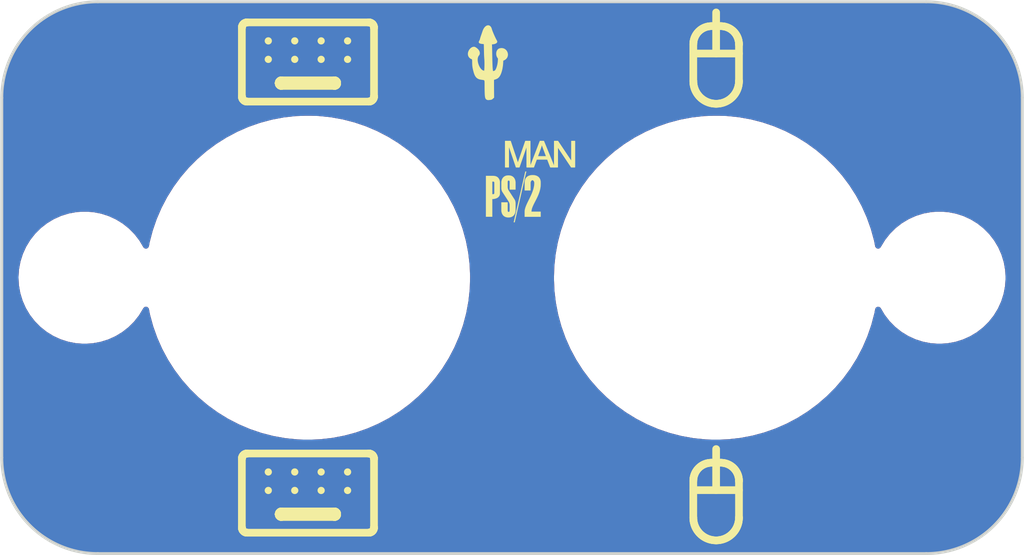
<source format=kicad_pcb>
(kicad_pcb (version 20211014) (generator pcbnew)
  (layers (0 "F.Cu" signal) (31 "B.Cu" signal) (34 "B.Paste" user) (35 "F.Paste" user) (36 "B.SilkS" user "B.Silkscreen") (37 "F.SilkS" user "F.Silkscreen") (38 "B.Mask" user) (39 "F.Mask" user) (44 "Edge.Cuts" user))
  (net 0 "")
  (footprint "ps2usb:frontpanel" (layer "F.Cu") (at 145 97)
    (fp_text reference "REF**" hide)
    (fp_text value "frontpanel" hide)
    (fp_line (start 21.25 7.5) (end 21.25 -7.5) (layer "Edge.Cuts") (width 0.12))
    (fp_line (start 17.25 11.5) (end -17.25 11.5) (layer "Edge.Cuts") (width 0.12))
    (fp_line (start -21.25 7.5) (end -21.25 -7.5) (layer "Edge.Cuts") (width 0.12))
    (fp_line (start -17.25 -11.5) (end 17.25 -11.5) (layer "Edge.Cuts") (width 0.12))
    (fp_arc (start -21.25 -7.5) (mid -20.078427 -10.328427) (end -17.25 -11.5) (layer "Edge.Cuts") (width 0.12))
    (fp_arc (start 17.25 -11.5) (mid 20.078427 -10.328427) (end 21.25 -7.5) (layer "Edge.Cuts") (width 0.12))
    (fp_arc (start 21.25 7.5) (mid 20.078427 10.328427) (end 17.25 11.5) (layer "Edge.Cuts") (width 0.12))
    (fp_arc (start -17.25 11.5) (mid -20.078427 10.328427) (end -21.25 7.5) (layer "Edge.Cuts") (width 0.12))
    (pad "" np_thru_hole circle (at 8.5 0) (size 13 13) (drill 13) (layers F&B.Cu *.Mask))
    (pad "" np_thru_hole circle (at 17.8 0) (size 3.5 3.5) (drill 3.5) (layers F&B.Cu *.Mask) (clearance 1))
    (pad "" np_thru_hole circle (at -17.8 0) (size 3.5 3.5) (drill 3.5) (layers F&B.Cu *.Mask) (clearance 1))
    (pad "" np_thru_hole circle (at -8.5 0) (size 13 13) (drill 13) (layers F&B.Cu *.Mask))
  )
  (gr_line (start 135.393669 106.96999) (end 135.388079 106.969565) (layer "F.SilkS") (width 0.333132))
  (gr_line (start 153.155926 86.530396) (end 153.193484 86.523724) (layer "F.SilkS") (width 0.32))
  (gr_line (start 139.096994 104.338432) (end 139.107223 104.341892) (layer "F.SilkS") (width 0.32))
  (gr_line (start 135.388079 106.750568) (end 135.393669 106.750143) (layer "F.SilkS") (width 0.333132))
  (gr_line (start 133.761692 89.515958) (end 133.758231 89.50573) (layer "F.SilkS") (width 0.32))
  (gr_line (start 133.934943 104.331071) (end 133.94596 104.329671) (layer "F.SilkS") (width 0.32))
  (gr_line (start 135.311133 106.925921) (end 135.308064 106.921606) (layer "F.SilkS") (width 0.333132))
  (gr_line (start 139.24177 107.475863) (end 139.238309 107.486091) (layer "F.SilkS") (width 0.32))
  (gr_line (start 139.247194 107.454767) (end 139.244736 107.465417) (layer "F.SilkS") (width 0.32))
  (gr_line (start 135.351615 106.95928) (end 135.346869 106.956849) (layer "F.SilkS") (width 0.333132))
  (gr_line (start 153.954252 89.63549) (end 153.913215 89.656452) (layer "F.SilkS") (width 0.32))
  (gr_line (start 133.780203 89.554416) (end 133.774903 89.545198) (layer "F.SilkS") (width 0.32))
  (gr_line (start 153.193484 86.523724) (end 153.231664 86.518901) (layer "F.SilkS") (width 0.32))
  (gr_line (start 152.552441 87.198123) (end 152.557264 87.159943) (layer "F.SilkS") (width 0.32))
  (gr_line (start 154.391842 105.178901) (end 154.405434 105.213496) (layer "F.SilkS") (width 0.32))
  (gr_line (start 153.172197 89.692447) (end 153.128954 89.675458) (layer "F.SilkS") (width 0.32))
  (gr_line (start 137.688867 88.824079) (end 137.691936 88.828395) (layer "F.SilkS") (width 0.333132))
  (gr_line (start 137.606331 106.96999) (end 137.600667 106.970133) (layer "F.SilkS") (width 0.333132))
  (gr_line (start 139.247194 89.484634) (end 139.244736 89.495284) (layer "F.SilkS") (width 0.32))
  (gr_line (start 139.244736 89.495284) (end 139.24177 89.50573) (layer "F.SilkS") (width 0.32))
  (gr_line (start 137.68214 88.96394) (end 137.678496 88.967762) (layer "F.SilkS") (width 0.333132))
  (gr_line (start 152.824982 104.887953) (end 152.853718 104.865394) (layer "F.SilkS") (width 0.32))
  (gr_line (start 135.294215 106.827336) (end 135.295945 106.822222) (layer "F.SilkS") (width 0.333132))
  (gr_line (start 133.765633 107.496088) (end 133.761692 107.486091) (layer "F.SilkS") (width 0.32))
  (gr_line (start 133.863539 107.603967) (end 133.85432 107.598666) (layer "F.SilkS") (width 0.32))
  (gr_poly (pts (xy 134.854664 105.759545) (xy 134.860254 105.75997) (xy 134.865762 105.76067) (xy 134.871182 105.761638) (xy 134.876507 105.762867) (xy 134.88173 105.76435) (xy 134.886844 105.76608) (xy 134.891843 105.768051) (xy 134.896718 105.770255) (xy 134.901464 105.772686) (xy 134.906073 105.775336) (xy 134.910539 105.778199) (xy 134.914854 105.781268) (xy 134.919012 105.784535) (xy 134.923006 105.787995) (xy 134.926829 105.791639) (xy 134.930473 105.795462) (xy 134.933933 105.799455) (xy 134.9372 105.803613) (xy 134.940269 105.807929) (xy 134.943132 105.812395) (xy 134.945782 105.817004) (xy 134.948213 105.82175) (xy 134.950417 105.826625) (xy 134.952388 105.831623) (xy 134.954118 105.836738) (xy 134.955601 105.841961) (xy 134.95683 105.847286) (xy 134.957798 105.852706) (xy 134.958498 105.858214) (xy 134.958923 105.863804) (xy 134.959066 105.869468) (xy 134.958923 105.875132) (xy 134.958498 105.880722) (xy 134.957798 105.88623) (xy 134.95683 105.89165) (xy 134.955601 105.896975) (xy 134.954118 105.902198) (xy 134.952388 105.907313) (xy 134.950417 105.912311) (xy 134.948213 105.917186) (xy 134.945782 105.921932) (xy 134.943132 105.926541) (xy 134.940269 105.931007) (xy 134.9372 105.935322) (xy 134.933933 105.93948) (xy 134.930473 105.943474) (xy 134.926829 105.947297) (xy 134.923006 105.950941) (xy 134.919012 105.954401) (xy 134.914854 105.957668) (xy 134.910539 105.960737) (xy 134.906073 105.9636) (xy 134.901464 105.96625) (xy 134.896718 105.968681) (xy 134.891843 105.970885) (xy 134.886844 105.972856) (xy 134.88173 105.974586) (xy 134.876507 105.976069) (xy 134.871182 105.977298) (xy 134.865762 105.978266) (xy 134.860254 105.978966) (xy 134.854664 105.979391) (xy 134.849 105.979535) (xy 134.843336 105.979391) (xy 134.837746 105.978966) (xy 134.832238 105.978266) (xy 134.826818 105.977298) (xy 134.821493 105.976069) (xy 134.81627 105.974586) (xy 134.811155 105.972856) (xy 134.806157 105.970885) (xy 134.801282 105.968681) (xy 134.796536 105.96625) (xy 134.791926 105.9636) (xy 134.787461 105.960737) (xy 134.783145 105.957668) (xy 134.778987 105.954401) (xy 134.774994 105.950941) (xy 134.771171 105.947297) (xy 134.767527 105.943474) (xy 134.764067 105.93948) (xy 134.7608 105.935322) (xy 134.757731 105.931007) (xy 134.754868 105.926541) (xy 134.752218 105.921932) (xy 134.749787 105.917186) (xy 134.747583 105.912311) (xy 134.745612 105.907313) (xy 134.743882 105.902198) (xy 134.742399 105.896975) (xy 134.74117 105.89165) (xy 134.740202 105.88623) (xy 134.739502 105.880722) (xy 134.739077 105.875132) (xy 134.738933 105.869468) (xy 134.739077 105.863804) (xy 134.739502 105.858214) (xy 134.740202 105.852706) (xy 134.74117 105.847286) (xy 134.742399 105.841961) (xy 134.743882 105.836738) (xy 134.745612 105.831623) (xy 134.747583 105.826625) (xy 134.749787 105.82175) (xy 134.752218 105.817004) (xy 134.754868 105.812395) (xy 134.757731 105.807929) (xy 134.7608 105.803613) (xy 134.764067 105.799455) (xy 134.767527 105.795462) (xy 134.771171 105.791639) (xy 134.774994 105.787995) (xy 134.778987 105.784535) (xy 134.783145 105.781268) (xy 134.787461 105.778199) (xy 134.791926 105.775336) (xy 134.796536 105.772686) (xy 134.801282 105.770255) (xy 134.806157 105.768051) (xy 134.811155 105.76608) (xy 134.81627 105.76435) (xy 134.821493 105.762867) (xy 134.826818 105.761638) (xy 134.832238 105.76067) (xy 134.837746 105.75997) (xy 134.843336 105.759545) (xy 134.849 105.759401)) (layer "F.SilkS") (width 0.08) (fill solid))
  (gr_line (start 154.254192 104.96342) (end 154.278081 104.991015) (layer "F.SilkS") (width 0.32))
  (gr_line (start 139.187191 104.39301) (end 139.19448 104.400655) (layer "F.SilkS") (width 0.32))
  (gr_line (start 133.785929 89.563348) (end 133.780203 89.554416) (layer "F.SilkS") (width 0.32))
  (gr_line (start 135.31786 88.815928) (end 135.321504 88.812105) (layer "F.SilkS") (width 0.333132))
  (gr_line (start 154.417366 105.248901) (end 154.427592 105.285071) (layer "F.SilkS") (width 0.32))
  (gr_line (start 135.321504 88.967762) (end 135.31786 88.96394) (layer "F.SilkS") (width 0.333132))
  (gr_line (start 139.25138 86.567207) (end 139.251667 86.578535) (layer "F.SilkS") (width 0.32))
  (gr_line (start 133.749471 89.462777) (end 133.74862 89.451597) (layer "F.SilkS") (width 0.32))
  (gr_line (start 152.77098 104.937013) (end 152.797387 104.911842) (layer "F.SilkS") (width 0.32))
  (gr_line (start 139.179546 86.415588) (end 139.187191 86.422877) (layer "F.SilkS") (width 0.32))
  (gr_line (start 153.783545 89.707363) (end 153.738333 89.720146) (layer "F.SilkS") (width 0.32))
  (gr_line (start 135.297916 88.932777) (end 135.295945 88.927778) (layer "F.SilkS") (width 0.333132))
  (gr_line (start 139.219797 89.554416) (end 139.214071 89.563348) (layer "F.SilkS") (width 0.32))
  (gr_line (start 154.26293 89.368508) (end 154.234731 89.404429) (layer "F.SilkS") (width 0.32))
  (gr_line (start 137.710733 88.889934) (end 137.710733 88.889934) (layer "F.SilkS") (width 0.333132))
  (gr_line (start 152.559449 107.143375) (end 152.553419 107.095649) (layer "F.SilkS") (width 0.32))
  (gr_line (start 154.451474 88.798524) (end 154.450241 88.84763) (layer "F.SilkS") (width 0.32))
  (gr_line (start 133.836758 104.372267) (end 133.845389 104.36613) (layer "F.SilkS") (width 0.32))
  (gr_line (start 137.678496 88.812105) (end 137.68214 88.815928) (layer "F.SilkS") (width 0.333132))
  (gr_line (start 135.333479 106.948267) (end 135.329321 106.944999) (layer "F.SilkS") (width 0.333132))
  (gr_line (start 135.289267 88.889934) (end 135.289267 88.889934) (layer "F.SilkS") (width 0.333132))
  (gr_line (start 137.709465 88.906696) (end 137.708497 88.912116) (layer "F.SilkS") (width 0.333132))
  (gr_line (start 137.633397 106.965185) (end 137.628174 106.966668) (layer "F.SilkS") (width 0.333132))
  (gr_line (start 139.031533 89.660402) (end 139.031533 89.660402) (layer "F.SilkS") (width 0.32))
  (gr_line (start 153.994099 107.812204) (end 153.954252 107.835063) (layer "F.SilkS") (width 0.32))
  (gr_line (start 139.096994 86.368299) (end 139.107223 86.371759) (layer "F.SilkS") (width 0.32))
  (gr_line (start 133.87303 89.638695) (end 133.863539 89.633834) (layer "F.SilkS") (width 0.32))
  (gr_line (start 137.622849 106.752236) (end 137.628174 106.753465) (layer "F.SilkS") (width 0.333132))
  (gr_poly (pts (xy 135.955333 87.018945) (xy 135.960922 87.01937) (xy 135.966431 87.02007) (xy 135.971851 87.021038) (xy 135.977176 87.022267) (xy 135.982399 87.02375) (xy 135.987513 87.02548) (xy 135.992512 87.027451) (xy 135.997387 87.029655) (xy 136.002133 87.032086) (xy 136.006742 87.034736) (xy 136.011208 87.037599) (xy 136.015523 87.040668) (xy 136.019681 87.043935) (xy 136.023675 87.047395) (xy 136.027498 87.051039) (xy 136.031142 87.054862) (xy 136.034601 87.058856) (xy 136.037869 87.063014) (xy 136.040938 87.067329) (xy 136.043801 87.071795) (xy 136.046451 87.076404) (xy 136.048882 87.08115) (xy 136.051086 87.086025) (xy 136.053057 87.091024) (xy 136.054787 87.096138) (xy 136.05627 87.101361) (xy 136.057499 87.106686) (xy 136.058467 87.112106) (xy 136.059167 87.117614) (xy 136.059592 87.123204) (xy 136.059735 87.128868) (xy 136.059592 87.134532) (xy 136.059167 87.140122) (xy 136.058467 87.14563) (xy 136.057499 87.15105) (xy 136.05627 87.156375) (xy 136.054787 87.161598) (xy 136.053057 87.166713) (xy 136.051086 87.171711) (xy 136.048882 87.176586) (xy 136.046451 87.181332) (xy 136.043801 87.185942) (xy 136.040938 87.190407) (xy 136.037869 87.194723) (xy 136.034601 87.198881) (xy 136.031142 87.202874) (xy 136.027498 87.206697) (xy 136.023675 87.210341) (xy 136.019681 87.213801) (xy 136.015523 87.217068) (xy 136.011208 87.220137) (xy 136.006742 87.223) (xy 136.002133 87.22565) (xy 135.997387 87.228081) (xy 135.992512 87.230285) (xy 135.987513 87.232256) (xy 135.982399 87.233986) (xy 135.977176 87.235469) (xy 135.971851 87.236698) (xy 135.966431 87.237666) (xy 135.960922 87.238366) (xy 135.955333 87.238791) (xy 135.949669 87.238935) (xy 135.944005 87.238791) (xy 135.938415 87.238366) (xy 135.932907 87.237666) (xy 135.927487 87.236698) (xy 135.922162 87.235469) (xy 135.916938 87.233986) (xy 135.911824 87.232256) (xy 135.906826 87.230285) (xy 135.90195 87.228081) (xy 135.897205 87.22565) (xy 135.892595 87.223) (xy 135.88813 87.220137) (xy 135.883814 87.217068) (xy 135.879656 87.213801) (xy 135.875663 87.210341) (xy 135.87184 87.206697) (xy 135.868196 87.202874) (xy 135.864736 87.198881) (xy 135.861469 87.194723) (xy 135.8584 87.190407) (xy 135.855537 87.185942) (xy 135.852887 87.181332) (xy 135.850456 87.176586) (xy 135.848252 87.171711) (xy 135.846281 87.166713) (xy 135.844551 87.161598) (xy 135.843068 87.156375) (xy 135.841838 87.15105) (xy 135.840871 87.14563) (xy 135.840171 87.140122) (xy 135.839746 87.134532) (xy 135.839602 87.128868) (xy 135.839746 87.123204) (xy 135.840171 87.117614) (xy 135.840871 87.112106) (xy 135.841838 87.106686) (xy 135.843068 87.101361) (xy 135.844551 87.096138) (xy 135.846281 87.091024) (xy 135.848252 87.086025) (xy 135.850456 87.08115) (xy 135.852887 87.076404) (xy 135.855537 87.071795) (xy 135.8584 87.067329) (xy 135.861469 87.063014) (xy 135.864736 87.058856) (xy 135.868196 87.054862) (xy 135.87184 87.051039) (xy 135.875663 87.047395) (xy 135.879656 87.043935) (xy 135.883814 87.040668) (xy 135.88813 87.037599) (xy 135.892595 87.034736) (xy 135.897205 87.032086) (xy 135.90195 87.029655) (xy 135.906826 87.027451) (xy 135.911824 87.02548) (xy 135.916938 87.02375) (xy 135.922162 87.022267) (xy 135.927487 87.021038) (xy 135.932907 87.02007) (xy 135.938415 87.01937) (xy 135.944005 87.018945) (xy 135.949669 87.018802)) (layer "F.SilkS") (width 0.08) (fill solid))
  (gr_line (start 135.294215 88.922664) (end 135.292732 88.917441) (layer "F.SilkS") (width 0.333132))
  (gr_line (start 139.171558 107.580268) (end 139.163242 107.586803) (layer "F.SilkS") (width 0.32))
  (gr_line (start 152.623067 107.369143) (end 152.606077 107.3259) (layer "F.SilkS") (width 0.32))
  (gr_line (start 153.5 89.75) (end 153.5 89.75) (layer "F.SilkS") (width 0.32))
  (gr_poly (pts (xy 134.854664 87.789412) (xy 134.860254 87.789837) (xy 134.865762 87.790537) (xy 134.871182 87.791505) (xy 134.876507 87.792734) (xy 134.88173 87.794217) (xy 134.886844 87.795947) (xy 134.891843 87.797918) (xy 134.896718 87.800122) (xy 134.901464 87.802553) (xy 134.906073 87.805203) (xy 134.910539 87.808066) (xy 134.914854 87.811135) (xy 134.919012 87.814402) (xy 134.923006 87.817862) (xy 134.926829 87.821506) (xy 134.930473 87.825329) (xy 134.933933 87.829322) (xy 134.9372 87.83348) (xy 134.940269 87.837796) (xy 134.943132 87.842262) (xy 134.945782 87.846871) (xy 134.948213 87.851617) (xy 134.950417 87.856492) (xy 134.952388 87.86149) (xy 134.954118 87.866605) (xy 134.955601 87.871828) (xy 134.95683 87.877153) (xy 134.957798 87.882573) (xy 134.958498 87.888081) (xy 134.958923 87.893671) (xy 134.959066 87.899335) (xy 134.958923 87.904999) (xy 134.958498 87.910589) (xy 134.957798 87.916097) (xy 134.95683 87.921517) (xy 134.955601 87.926842) (xy 134.954118 87.932065) (xy 134.952388 87.93718) (xy 134.950417 87.942178) (xy 134.948213 87.947053) (xy 134.945782 87.951799) (xy 134.943132 87.956408) (xy 134.940269 87.960874) (xy 134.9372 87.965189) (xy 134.933933 87.969347) (xy 134.930473 87.973341) (xy 134.926829 87.977164) (xy 134.923006 87.980808) (xy 134.919012 87.984268) (xy 134.914854 87.987535) (xy 134.910539 87.990604) (xy 134.906073 87.993467) (xy 134.901464 87.996117) (xy 134.896718 87.998548) (xy 134.891843 88.000752) (xy 134.886844 88.002723) (xy 134.88173 88.004453) (xy 134.876507 88.005936) (xy 134.871182 88.007165) (xy 134.865762 88.008133) (xy 134.860254 88.008833) (xy 134.854664 88.009258) (xy 134.849 88.009402) (xy 134.843336 88.009258) (xy 134.837746 88.008833) (xy 134.832238 88.008133) (xy 134.826818 88.007165) (xy 134.821493 88.005936) (xy 134.81627 88.004453) (xy 134.811155 88.002723) (xy 134.806157 88.000752) (xy 134.801282 87.998548) (xy 134.796536 87.996117) (xy 134.791926 87.993467) (xy 134.787461 87.990604) (xy 134.783145 87.987535) (xy 134.778987 87.984268) (xy 134.774994 87.980808) (xy 134.771171 87.977164) (xy 134.767527 87.973341) (xy 134.764067 87.969347) (xy 134.7608 87.965189) (xy 134.757731 87.960874) (xy 134.754868 87.956408) (xy 134.752218 87.951799) (xy 134.749787 87.947053) (xy 134.747583 87.942178) (xy 134.745612 87.93718) (xy 134.743882 87.932065) (xy 134.742399 87.926842) (xy 134.74117 87.921517) (xy 134.740202 87.916097) (xy 134.739502 87.910589) (xy 134.739077 87.904999) (xy 134.738933 87.899335) (xy 134.739077 87.893671) (xy 134.739502 87.888081) (xy 134.740202 87.882573) (xy 134.74117 87.877153) (xy 134.742399 87.871828) (xy 134.743882 87.866605) (xy 134.745612 87.86149) (xy 134.747583 87.856492) (xy 134.749787 87.851617) (xy 134.752218 87.846871) (xy 134.754868 87.842262) (xy 134.757731 87.837796) (xy 134.7608 87.83348) (xy 134.764067 87.829322) (xy 134.767527 87.825329) (xy 134.771171 87.821506) (xy 134.774994 87.817862) (xy 134.778987 87.814402) (xy 134.783145 87.811135) (xy 134.787461 87.808066) (xy 134.791926 87.805203) (xy 134.796536 87.802553) (xy 134.801282 87.800122) (xy 134.806157 87.797918) (xy 134.811155 87.795947) (xy 134.81627 87.794217) (xy 134.821493 87.792734) (xy 134.826818 87.791505) (xy 134.832238 87.790537) (xy 134.837746 87.789837) (xy 134.843336 87.789412) (xy 134.849 87.789268)) (layer "F.SilkS") (width 0.08) (fill solid))
  (gr_line (start 137.710165 88.901187) (end 137.709465 88.906696) (layer "F.SilkS") (width 0.333132))
  (gr_line (start 152.608159 86.979328) (end 152.623363 86.945593) (layer "F.SilkS") (width 0.32))
  (gr_line (start 135.337794 88.798665) (end 135.34226 88.795802) (layer "F.SilkS") (width 0.333132))
  (gr_line (start 139.25138 107.42173) (end 139.25053 107.43291) (layer "F.SilkS") (width 0.32))
  (gr_line (start 133.968467 107.630535) (end 133.957139 107.630249) (layer "F.SilkS") (width 0.32))
  (gr_line (start 139.25053 86.556028) (end 139.25138 86.567207) (layer "F.SilkS") (width 0.32))
  (gr_line (start 133.780203 107.524549) (end 133.774903 107.515331) (layer "F.SilkS") (width 0.32))
  (gr_line (start 137.65774 88.984066) (end 137.653131 88.986716) (layer "F.SilkS") (width 0.333132))
  (gr_line (start 135.292732 88.917441) (end 135.291503 88.912116) (layer "F.SilkS") (width 0.333132))
  (gr_line (start 133.798602 104.408643) (end 133.805521 104.400655) (layer "F.SilkS") (width 0.32))
  (gr_line (start 139.031533 107.630535) (end 139.031533 107.630535) (layer "F.SilkS") (width 0.32))
  (gr_line (start 153.987132 104.774192) (end 154.020868 104.789396) (layer "F.SilkS") (width 0.32))
  (gr_line (start 133.820455 86.415588) (end 133.828442 86.40867) (layer "F.SilkS") (width 0.32))
  (gr_line (start 152.853718 104.865394) (end 152.883549 104.844211) (layer "F.SilkS") (width 0.32))
  (gr_line (start 139.075898 89.65593) (end 139.065058 89.657866) (layer "F.SilkS") (width 0.32))
  (gr_line (start 152.594567 87.013923) (end 152.608159 86.979328) (layer "F.SilkS") (width 0.32))
  (gr_line (start 135.297916 106.90291) (end 135.295945 106.897911) (layer "F.SilkS") (width 0.333132))
  (gr_line (start 154.140397 107.702968) (end 154.105904 107.732829) (layer "F.SilkS") (width 0.32))
  (gr_line (start 152.582634 87.049328) (end 152.594567 87.013923) (layer "F.SilkS") (width 0.32))
  (gr_line (start 135.388079 88.999432) (end 135.382571 88.998732) (layer "F.SilkS") (width 0.333132))
  (gr_line (start 135.321504 106.937895) (end 135.31786 106.934073) (layer "F.SilkS") (width 0.333132))
  (gr_line (start 137.691936 106.921606) (end 137.688867 106.925921) (layer "F.SilkS") (width 0.333132))
  (gr_line (start 135.351615 88.989147) (end 135.346869 88.986716) (layer "F.SilkS") (width 0.333132))
  (gr_line (start 154.053698 86.606592) (end 154.085575 86.62488) (layer "F.SilkS") (width 0.32))
  (gr_line (start 139.24913 104.515144) (end 139.25053 104.526161) (layer "F.SilkS") (width 0.32))
  (gr_line (start 153.645277 89.739076) (end 153.597551 89.745105) (layer "F.SilkS") (width 0.32))
  (gr_line (start 135.34226 106.765935) (end 135.346869 106.763285) (layer "F.SilkS") (width 0.333132))
  (gr_line (start 152.623363 86.945593) (end 152.640133 86.912763) (layer "F.SilkS") (width 0.32))
  (gr_line (start 133.903006 107.620639) (end 133.892778 107.617178) (layer "F.SilkS") (width 0.32))
  (gr_line (start 154.432211 107.190321) (end 154.42162 107.23643) (layer "F.SilkS") (width 0.32))
  (gr_line (start 133.903006 104.338432) (end 133.913452 104.335465) (layer "F.SilkS") (width 0.32))
  (gr_line (start 153.5 89.75) (end 153.450893 89.748766) (layer "F.SilkS") (width 0.32))
  (gr_line (start 152.699361 86.820178) (end 152.72192 86.791442) (layer "F.SilkS") (width 0.32))
  (gr_line (start 135.289835 88.901187) (end 135.28941 88.895598) (layer "F.SilkS") (width 0.333132))
  (gr_line (start 135.333479 88.801734) (end 135.337794 88.798665) (layer "F.SilkS") (width 0.333132))
  (gr_line (start 135.305201 88.83286) (end 135.308064 88.828395) (layer "F.SilkS") (width 0.333132))
  (gr_line (start 154.436065 105.321959) (end 154.442736 105.359516) (layer "F.SilkS") (width 0.32))
  (gr_line (start 133.755264 89.495284) (end 133.752806 89.484634) (layer "F.SilkS") (width 0.32))
  (gr_line (start 133.913452 107.623605) (end 133.903006 107.620639) (layer "F.SilkS") (width 0.32))
  (gr_line (start 154.229021 104.937013) (end 154.254192 104.96342) (layer "F.SilkS") (width 0.32))
  (gr_line (start 137.648385 106.95928) (end 137.64351 106.961484) (layer "F.SilkS") (width 0.333132))
  (gr_line (start 133.755264 104.493653) (end 133.758231 104.483207) (layer "F.SilkS") (width 0.32))
  (gr_line (start 137.708497 106.837885) (end 137.709465 106.843305) (layer "F.SilkS") (width 0.333132))
  (gr_line (start 137.704054 106.822222) (end 137.705785 106.827336) (layer "F.SilkS") (width 0.333132))
  (gr_line (start 153.768337 86.518901) (end 153.806517 86.523724) (layer "F.SilkS") (width 0.32))
  (gr_line (start 152.548525 106.998097) (end 152.548525 105.475738) (layer "F.SilkS") (width 0.32))
  (gr_line (start 139.251667 89.440269) (end 139.25138 89.451597) (layer "F.SilkS") (width 0.32))
  (gr_line (start 154.175019 104.887953) (end 154.202614 104.911842) (layer "F.SilkS") (width 0.32))
  (gr_line (start 153.768337 104.718474) (end 153.806517 104.723297) (layer "F.SilkS") (width 0.32))
  (gr_line (start 152.946304 104.806165) (end 152.979134 104.789396) (layer "F.SilkS") (width 0.32))
  (gr_line (start 152.553419 88.896076) (end 152.549758 88.847631) (layer "F.SilkS") (width 0.32))
  (gr_line (start 153.806517 86.523724) (end 153.844074 86.530396) (layer "F.SilkS") (width 0.32))
  (gr_line (start 135.308064 88.951473) (end 135.305201 88.947007) (layer "F.SilkS") (width 0.333132))
  (gr_line (start 139.25138 89.451597) (end 139.25053 89.462777) (layer "F.SilkS") (width 0.32))
  (gr_line (start 135.295945 88.852089) (end 135.297916 88.847091) (layer "F.SilkS") (width 0.333132))
  (gr_line (start 153.597551 107.944678) (end 153.549106 107.948339) (layer "F.SilkS") (width 0.32))
  (gr_line (start 135.333479 106.771867) (end 135.337794 106.768798) (layer "F.SilkS") (width 0.333132))
  (gr_line (start 139.065058 89.657866) (end 139.054041 89.659266) (layer "F.SilkS") (width 0.32))
  (gr_line (start 137.638511 106.756679) (end 137.64351 106.75865) (layer "F.SilkS") (width 0.333132))
  (gr_line (start 133.752806 104.504303) (end 133.755264 104.493653) (layer "F.SilkS") (width 0.32))
  (gr_line (start 133.74862 107.42173) (end 133.748334 107.410402) (layer "F.SilkS") (width 0.32))
  (gr_line (start 152.663034 89.252777) (end 152.642072 89.21174) (layer "F.SilkS") (width 0.32))
  (gr_line (start 137.617429 106.968865) (end 137.61192 106.969565) (layer "F.SilkS") (width 0.333132))
  (gr_line (start 137.633397 88.784816) (end 137.638511 88.786546) (layer "F.SilkS") (width 0.333132))
  (gr_line (start 133.748334 107.410402) (end 133.748334 107.410402) (layer "F.SilkS") (width 0.32))
  (gr_line (start 152.557264 87.159943) (end 152.563936 87.122386) (layer "F.SilkS") (width 0.32))
  (gr_line (start 133.85432 89.628533) (end 133.845389 89.622807) (layer "F.SilkS") (width 0.32))
  (gr_line (start 133.74862 104.53734) (end 133.749471 104.526161) (layer "F.SilkS") (width 0.32))
  (gr_line (start 133.785929 107.533481) (end 133.780203 107.524549) (layer "F.SilkS") (width 0.32))
  (gr_line (start 137.648385 88.989147) (end 137.64351 88.991351) (layer "F.SilkS") (width 0.333132))
  (gr_line (start 152.559449 88.943802) (end 152.553419 88.896076) (layer "F.SilkS") (width 0.32))
  (gr_line (start 139.251667 86.578535) (end 139.251667 86.578535) (layer "F.SilkS") (width 0.32))
  (gr_line (start 137.710165 106.87132) (end 137.709465 106.876829) (layer "F.SilkS") (width 0.333132))
  (gr_line (start 137.69988 88.842215) (end 137.702084 88.847091) (layer "F.SilkS") (width 0.333132))
  (gr_line (start 137.65774 106.765935) (end 137.662206 106.768798) (layer "F.SilkS") (width 0.333132))
  (gr_line (start 154.376932 107.369143) (end 154.357927 107.411312) (layer "F.SilkS") (width 0.32))
  (gr_line (start 137.674673 106.778594) (end 137.678496 106.782238) (layer "F.SilkS") (width 0.333132))
  (gr_line (start 154.357927 107.411312) (end 154.336965 107.45235) (layer "F.SilkS") (width 0.32))
  (gr_poly (pts (xy 138.156665 105.759545) (xy 138.162255 105.75997) (xy 138.167763 105.76067) (xy 138.173183 105.761638) (xy 138.178509 105.762867) (xy 138.183732 105.76435) (xy 138.188846 105.76608) (xy 138.193844 105.768051) (xy 138.19872 105.770255) (xy 138.203465 105.772686) (xy 138.208075 105.775336) (xy 138.21254 105.778199) (xy 138.216856 105.781268) (xy 138.221014 105.784535) (xy 138.225007 105.787995) (xy 138.22883 105.791639) (xy 138.232474 105.795462) (xy 138.235934 105.799455) (xy 138.239201 105.803613) (xy 138.24227 105.807929) (xy 138.245133 105.812395) (xy 138.247783 105.817004) (xy 138.250214 105.82175) (xy 138.252418 105.826625) (xy 138.254389 105.831623) (xy 138.256119 105.836738) (xy 138.257603 105.841961) (xy 138.258832 105.847286) (xy 138.2598 105.852706) (xy 138.260499 105.858214) (xy 138.260925 105.863804) (xy 138.261068 105.869468) (xy 138.260925 105.875132) (xy 138.260499 105.880722) (xy 138.2598 105.88623) (xy 138.258832 105.89165) (xy 138.257603 105.896975) (xy 138.256119 105.902198) (xy 138.254389 105.907313) (xy 138.252418 105.912311) (xy 138.250214 105.917186) (xy 138.247783 105.921932) (xy 138.245133 105.926541) (xy 138.24227 105.931007) (xy 138.239201 105.935322) (xy 138.235934 105.93948) (xy 138.232474 105.943474) (xy 138.22883 105.947297) (xy 138.225007 105.950941) (xy 138.221014 105.954401) (xy 138.216856 105.957668) (xy 138.21254 105.960737) (xy 138.208075 105.9636) (xy 138.203465 105.96625) (xy 138.19872 105.968681) (xy 138.193844 105.970885) (xy 138.188846 105.972856) (xy 138.183732 105.974586) (xy 138.178509 105.976069) (xy 138.173183 105.977298) (xy 138.167763 105.978266) (xy 138.162255 105.978966) (xy 138.156665 105.979391) (xy 138.151001 105.979535) (xy 138.145337 105.979391) (xy 138.139748 105.978966) (xy 138.134239 105.978266) (xy 138.128819 105.977298) (xy 138.123494 105.976069) (xy 138.118271 105.974586) (xy 138.113157 105.972856) (xy 138.108158 105.970885) (xy 138.103283 105.968681) (xy 138.098537 105.96625) (xy 138.093928 105.9636) (xy 138.089462 105.960737) (xy 138.085147 105.957668) (xy 138.080989 105.954401) (xy 138.076995 105.950941) (xy 138.073172 105.947297) (xy 138.069528 105.943474) (xy 138.066069 105.93948) (xy 138.062801 105.935322) (xy 138.059732 105.931007) (xy 138.056869 105.926541) (xy 138.054219 105.921932) (xy 138.051788 105.917186) (xy 138.049584 105.912311) (xy 138.047614 105.907313) (xy 138.045883 105.902198) (xy 138.0444 105.896975) (xy 138.043171 105.89165) (xy 138.042203 105.88623) (xy 138.041503 105.880722) (xy 138.041078 105.875132) (xy 138.040935 105.869468) (xy 138.041078 105.863804) (xy 138.041503 105.858214) (xy 138.042203 105.852706) (xy 138.043171 105.847286) (xy 138.0444 105.841961) (xy 138.045883 105.836738) (xy 138.047614 105.831623) (xy 138.049584 105.826625) (xy 138.051788 105.82175) (xy 138.054219 105.817004) (xy 138.056869 105.812395) (xy 138.059732 105.807929) (xy 138.062801 105.803613) (xy 138.066069 105.799455) (xy 138.069528 105.795462) (xy 138.073172 105.791639) (xy 138.076995 105.787995) (xy 138.080989 105.784535) (xy 138.085147 105.781268) (xy 138.089462 105.778199) (xy 138.093928 105.775336) (xy 138.098537 105.772686) (xy 138.103283 105.770255) (xy 138.108158 105.768051) (xy 138.113157 105.76608) (xy 138.118271 105.76435) (xy 138.123494 105.762867) (xy 138.128819 105.761638) (xy 138.134239 105.76067) (xy 138.139748 105.75997) (xy 138.145337 105.759545) (xy 138.151001 105.759401)) (layer "F.SilkS") (width 0.08) (fill solid))
  (gr_line (start 135.371826 106.966668) (end 135.366603 106.965185) (layer "F.SilkS") (width 0.333132))
  (gr_line (start 137.633397 106.754949) (end 137.638511 106.756679) (layer "F.SilkS") (width 0.333132))
  (gr_line (start 154.020868 104.789396) (end 154.053698 104.806165) (layer "F.SilkS") (width 0.32))
  (gr_line (start 139.179546 104.385721) (end 139.187191 104.39301) (layer "F.SilkS") (width 0.32))
  (gr_line (start 152.710592 107.530794) (end 152.685894 107.492197) (layer "F.SilkS") (width 0.32))
  (gr_line (start 153.549106 89.748766) (end 153.5 89.75) (layer "F.SilkS") (width 0.32))
  (gr_line (start 133.805521 104.400655) (end 133.81281 104.39301) (layer "F.SilkS") (width 0.32))
  (gr_line (start 133.913452 86.365332) (end 133.924103 86.362874) (layer "F.SilkS") (width 0.32))
  (gr_poly (pts (xy 145.594149 92.576144) (xy 145.111244 94.693482) (xy 145.069387 94.690399) (xy 145.552291 92.573061)) (layer "F.SilkS") (width 0.003) (fill solid))
  (gr_line (start 139.214071 89.563348) (end 139.207934 89.571978) (layer "F.SilkS") (width 0.32))
  (gr_line (start 154.391842 86.979328) (end 154.405434 87.013923) (layer "F.SilkS") (width 0.32))
  (gr_line (start 139.031533 107.630535) (end 133.968467 107.630535) (layer "F.SilkS") (width 0.32))
  (gr_line (start 154.359868 86.912763) (end 154.376638 86.945593) (layer "F.SilkS") (width 0.32))
  (gr_line (start 154.393922 89.126327) (end 154.376932 89.16957) (layer "F.SilkS") (width 0.32))
  (gr_line (start 137.61192 88.780435) (end 137.617429 88.781135) (layer "F.SilkS") (width 0.333132))
  (gr_line (start 133.882781 107.613236) (end 133.87303 107.608828) (layer "F.SilkS") (width 0.32))
  (gr_line (start 137.622849 106.967897) (end 137.617429 106.968865) (layer "F.SilkS") (width 0.333132))
  (gr_line (start 139.201399 89.580294) (end 139.19448 89.588282) (layer "F.SilkS") (width 0.32))
  (gr_line (start 139.075898 104.333007) (end 139.086548 104.335465) (layer "F.SilkS") (width 0.32))
  (gr_poly (pts (xy 138.156666 87.018945) (xy 138.162256 87.01937) (xy 138.167764 87.02007) (xy 138.173184 87.021038) (xy 138.178509 87.022267) (xy 138.183732 87.02375) (xy 138.188846 87.02548) (xy 138.193845 87.027451) (xy 138.19872 87.029655) (xy 138.203466 87.032086) (xy 138.208075 87.034736) (xy 138.212541 87.037599) (xy 138.216856 87.040668) (xy 138.221014 87.043935) (xy 138.225008 87.047395) (xy 138.228831 87.051039) (xy 138.232475 87.054862) (xy 138.235934 87.058856) (xy 138.239202 87.063014) (xy 138.242271 87.067329) (xy 138.245134 87.071795) (xy 138.247784 87.076404) (xy 138.250215 87.08115) (xy 138.252419 87.086025) (xy 138.25439 87.091024) (xy 138.25612 87.096138) (xy 138.257603 87.101361) (xy 138.258832 87.106686) (xy 138.2598 87.112106) (xy 138.2605 87.117614) (xy 138.260925 87.123204) (xy 138.261068 87.128868) (xy 138.260925 87.134532) (xy 138.2605 87.140122) (xy 138.2598 87.14563) (xy 138.258832 87.15105) (xy 138.257603 87.156375) (xy 138.25612 87.161598) (xy 138.25439 87.166713) (xy 138.252419 87.171711) (xy 138.250215 87.176586) (xy 138.247784 87.181332) (xy 138.245134 87.185942) (xy 138.242271 87.190407) (xy 138.239202 87.194723) (xy 138.235934 87.198881) (xy 138.232475 87.202874) (xy 138.228831 87.206697) (xy 138.225008 87.210341) (xy 138.221014 87.213801) (xy 138.216856 87.217068) (xy 138.212541 87.220137) (xy 138.208075 87.223) (xy 138.203466 87.22565) (xy 138.19872 87.228081) (xy 138.193845 87.230285) (xy 138.188846 87.232256) (xy 138.183732 87.233986) (xy 138.178509 87.235469) (xy 138.173184 87.236698) (xy 138.167764 87.237666) (xy 138.162256 87.238366) (xy 138.156666 87.238791) (xy 138.151002 87.238935) (xy 138.145338 87.238791) (xy 138.139748 87.238366) (xy 138.13424 87.237666) (xy 138.12882 87.236698) (xy 138.123495 87.235469) (xy 138.118271 87.233986) (xy 138.113157 87.232256) (xy 138.108159 87.230285) (xy 138.103283 87.228081) (xy 138.098538 87.22565) (xy 138.093928 87.223) (xy 138.089463 87.220137) (xy 138.085147 87.217068) (xy 138.080989 87.213801) (xy 138.076996 87.210341) (xy 138.073173 87.206697) (xy 138.069529 87.202874) (xy 138.066069 87.198881) (xy 138.062802 87.194723) (xy 138.059733 87.190407) (xy 138.05687 87.185942) (xy 138.05422 87.181332) (xy 138.051789 87.176586) (xy 138.049585 87.171711) (xy 138.047614 87.166713) (xy 138.045884 87.161598) (xy 138.044401 87.156375) (xy 138.043171 87.15105) (xy 138.042204 87.14563) (xy 138.041504 87.140122) (xy 138.041079 87.134532) (xy 138.040935 87.128868) (xy 138.041079 87.123204) (xy 138.041504 87.117614) (xy 138.042204 87.112106) (xy 138.043171 87.106686) (xy 138.044401 87.101361) (xy 138.045884 87.096138) (xy 138.047614 87.091024) (xy 138.049585 87.086025) (xy 138.051789 87.08115) (xy 138.05422 87.076404) (xy 138.05687 87.071795) (xy 138.059733 87.067329) (xy 138.062802 87.063014) (xy 138.066069 87.058856) (xy 138.069529 87.054862) (xy 138.073173 87.051039) (xy 138.076996 87.047395) (xy 138.080989 87.043935) (xy 138.085147 87.040668) (xy 138.089463 87.037599) (xy 138.093928 87.034736) (xy 138.098538 87.032086) (xy 138.103283 87.029655) (xy 138.108159 87.027451) (xy 138.113157 87.02548) (xy 138.118271 87.02375) (xy 138.123495 87.022267) (xy 138.12882 87.021038) (xy 138.13424 87.02007) (xy 138.139748 87.01937) (xy 138.145338 87.018945) (xy 138.151002 87.018802)) (layer "F.SilkS") (width 0.08) (fill solid))
  (gr_line (start 139.163242 89.61667) (end 139.154612 89.622807) (layer "F.SilkS") (width 0.32))
  (gr_line (start 152.606077 89.126327) (end 152.591162 89.08207) (layer "F.SilkS") (width 0.32))
  (gr_line (start 153.72958 104.715545) (end 153.768337 104.718474) (layer "F.SilkS") (width 0.32))
  (gr_line (start 139.12697 89.638695) (end 139.117219 89.643103) (layer "F.SilkS") (width 0.32))
  (gr_line (start 139.065058 104.331071) (end 139.075898 104.333007) (layer "F.SilkS") (width 0.32))
  (gr_line (start 154.341581 105.080459) (end 154.359868 105.112336) (layer "F.SilkS") (width 0.32))
  (gr_line (start 152.642072 107.411313) (end 152.623067 107.369143) (layer "F.SilkS") (width 0.32))
  (gr_line (start 133.882781 89.643103) (end 133.87303 89.638695) (layer "F.SilkS") (width 0.32))
  (gr_line (start 135.308064 106.798528) (end 135.311133 106.794212) (layer "F.SilkS") (width 0.333132))
  (gr_line (start 133.968467 86.358402) (end 139.031533 86.358402) (layer "F.SilkS") (width 0.32))
  (gr_line (start 137.622849 88.782103) (end 137.628174 88.783332) (layer "F.SilkS") (width 0.333132))
  (gr_line (start 152.979134 104.789396) (end 153.012869 104.774192) (layer "F.SilkS") (width 0.32))
  (gr_line (start 137.710165 106.848813) (end 137.71059 106.854403) (layer "F.SilkS") (width 0.333132))
  (gr_line (start 152.663034 107.45235) (end 152.642072 107.411313) (layer "F.SilkS") (width 0.32))
  (gr_line (start 139.251667 104.548668) (end 139.251667 107.410402) (layer "F.SilkS") (width 0.32))
  (gr_line (start 153.5 107.949573) (end 153.450893 107.948339) (layer "F.SilkS") (width 0.32))
  (gr_line (start 133.752806 107.454767) (end 133.75087 107.443926) (layer "F.SilkS") (width 0.32))
  (gr_line (start 154.442736 105.359516) (end 154.44756 105.397696) (layer "F.SilkS") (width 0.32))
  (gr_line (start 137.707268 106.832559) (end 137.708497 106.837885) (layer "F.SilkS") (width 0.333132))
  (gr_line (start 153.193484 104.723297) (end 153.231664 104.718474) (layer "F.SilkS") (width 0.32))
  (gr_line (start 153.119039 104.738441) (end 153.155926 104.729969) (layer "F.SilkS") (width 0.32))
  (gr_line (start 154.314106 107.492197) (end 154.289408 107.530793) (layer "F.SilkS") (width 0.32))
  (gr_line (start 133.752806 86.53417) (end 133.755264 86.52352) (layer "F.SilkS") (width 0.32))
  (gr_line (start 133.934943 107.627999) (end 133.924103 107.626063) (layer "F.SilkS") (width 0.32))
  (gr_line (start 133.94596 86.359538) (end 133.957139 86.358688) (layer "F.SilkS") (width 0.32))
  (gr_line (start 139.136462 89.633834) (end 139.12697 89.638695) (layer "F.SilkS") (width 0.32))
  (gr_line (start 137.697449 88.942398) (end 137.694799 88.947007) (layer "F.SilkS") (width 0.333132))
  (gr_poly (pts (xy 137.056 104.989078) (xy 137.06159 104.989503) (xy 137.067098 104.990203) (xy 137.072518 104.991171) (xy 137.077843 104.9924) (xy 137.083066 104.993883) (xy 137.08818 104.995613) (xy 137.093179 104.997584) (xy 137.098054 104.999788) (xy 137.1028 105.002219) (xy 137.107409 105.004869) (xy 137.111875 105.007732) (xy 137.11619 105.010801) (xy 137.120348 105.014068) (xy 137.124342 105.017528) (xy 137.128165 105.021172) (xy 137.131809 105.024995) (xy 137.135269 105.028989) (xy 137.138536 105.033147) (xy 137.141605 105.037462) (xy 137.144468 105.041928) (xy 137.147118 105.046537) (xy 137.149549 105.051283) (xy 137.151753 105.056158) (xy 137.153724 105.061157) (xy 137.155454 105.066271) (xy 137.156937 105.071494) (xy 137.158166 105.076819) (xy 137.159134 105.082239) (xy 137.159834 105.087747) (xy 137.160259 105.093337) (xy 137.160402 105.099001) (xy 137.160259 105.104665) (xy 137.159834 105.110255) (xy 137.159134 105.115763) (xy 137.158166 105.121183) (xy 137.156937 105.126508) (xy 137.155454 105.131731) (xy 137.153724 105.136846) (xy 137.151753 105.141844) (xy 137.149549 105.146719) (xy 137.147118 105.151465) (xy 137.144468 105.156075) (xy 137.141605 105.16054) (xy 137.138536 105.164856) (xy 137.135269 105.169014) (xy 137.131809 105.173007) (xy 137.128165 105.17683) (xy 137.124342 105.180474) (xy 137.120348 105.183934) (xy 137.11619 105.187201) (xy 137.111875 105.19027) (xy 137.107409 105.193133) (xy 137.1028 105.195783) (xy 137.098054 105.198214) (xy 137.093179 105.200418) (xy 137.08818 105.202389) (xy 137.083066 105.204119) (xy 137.077843 105.205602) (xy 137.072518 105.206831) (xy 137.067098 105.207799) (xy 137.06159 105.208499) (xy 137.056 105.208924) (xy 137.050336 105.209068) (xy 137.044672 105.208924) (xy 137.039082 105.208499) (xy 137.033574 105.207799) (xy 137.028154 105.206831) (xy 137.022829 105.205602) (xy 137.017606 105.204119) (xy 137.012491 105.202389) (xy 137.007493 105.200418) (xy 137.002618 105.198214) (xy 136.997872 105.195783) (xy 136.993263 105.193133) (xy 136.988797 105.19027) (xy 136.984481 105.187201) (xy 136.980323 105.183934) (xy 136.97633 105.180474) (xy 136.972507 105.17683) (xy 136.968863 105.173007) (xy 136.965403 105.169014) (xy 136.962136 105.164856) (xy 136.959067 105.16054) (xy 136.956204 105.156075) (xy 136.953554 105.151465) (xy 136.951123 105.146719) (xy 136.948919 105.141844) (xy 136.946948 105.136846) (xy 136.945218 105.131731) (xy 136.943735 105.126508) (xy 136.942506 105.121183) (xy 136.941538 105.115763) (xy 136.940838 105.110255) (xy 136.940413 105.104665) (xy 136.940269 105.099001) (xy 136.940413 105.093337) (xy 136.940838 105.087747) (xy 136.941538 105.082239) (xy 136.942506 105.076819) (xy 136.943735 105.071494) (xy 136.945218 105.066271) (xy 136.946948 105.061157) (xy 136.948919 105.056158) (xy 136.951123 105.051283) (xy 136.953554 105.046537) (xy 136.956204 105.041928) (xy 136.959067 105.037462) (xy 136.962136 105.033147) (xy 136.965403 105.028989) (xy 136.968863 105.024995) (xy 136.972507 105.021172) (xy 136.97633 105.017528) (xy 136.980323 105.014068) (xy 136.984481 105.010801) (xy 136.988797 105.007732) (xy 136.993263 105.004869) (xy 136.997872 105.002219) (xy 137.002618 104.999788) (xy 137.007493 104.997584) (xy 137.012491 104.995613) (xy 137.017606 104.993883) (xy 137.022829 104.9924) (xy 137.028154 104.991171) (xy 137.033574 104.990203) (xy 137.039082 104.989503) (xy 137.044672 104.989078) (xy 137.050336 104.988935)) (layer "F.SilkS") (width 0.08) (fill solid))
  (gr_line (start 135.3144 88.819921) (end 135.31786 88.815928) (layer "F.SilkS") (width 0.333132))
  (gr_line (start 135.34226 88.795802) (end 135.346869 88.793152) (layer "F.SilkS") (width 0.333132))
  (gr_line (start 154.442736 87.159943) (end 154.44756 87.198123) (layer "F.SilkS") (width 0.32))
  (gr_poly (pts (xy 145.892304 92.72343) (xy 145.924349 92.726494) (xy 145.955596 92.731698) (xy 145.985837 92.739131) (xy 146.000514 92.743711) (xy 146.014861 92.74888) (xy 146.028851 92.754651) (xy 146.042458 92.761033) (xy 146.055657 92.768038) (xy 146.068421 92.775678) (xy 146.080723 92.783961) (xy 146.092538 92.792901) (xy 146.103839 92.802507) (xy 146.1146 92.812791) (xy 146.124795 92.823764) (xy 146.134399 92.835436) (xy 146.143383 92.847819) (xy 146.151723 92.860923) (xy 146.159392 92.87476) (xy 146.166365 92.88934) (xy 146.172614 92.904674) (xy 146.178113 92.920774) (xy 146.182837 92.93765) (xy 146.18676 92.955313) (xy 146.189854 92.973775) (xy 146.192094 92.993045) (xy 146.193454 93.013136) (xy 146.193908 93.034058) (xy 146.19388 93.105944) (xy 146.19276 93.150761) (xy 146.189526 93.194916) (xy 146.184321 93.238416) (xy 146.177284 93.281267) (xy 146.168557 93.323478) (xy 146.15828 93.365055) (xy 146.146595 93.406006) (xy 146.133641 93.446337) (xy 146.104495 93.525171) (xy 146.071968 93.601614) (xy 146.037187 93.675724) (xy 146.00128 93.747558) (xy 145.930595 93.88463) (xy 145.898071 93.949983) (xy 145.86893 94.01329) (xy 145.844297 94.07461) (xy 145.834024 94.104542) (xy 145.8253 94.134) (xy 145.818268 94.162988) (xy 145.813067 94.191516) (xy 145.809838 94.21959) (xy 145.808724 94.247218) (xy 146.193441 94.247369) (xy 146.193319 94.462215) (xy 145.524599 94.46195) (xy 145.524686 94.247151) (xy 145.525851 94.217803) (xy 145.529223 94.187737) (xy 145.542 94.125525) (xy 145.561838 94.060675) (xy 145.58756 93.993346) (xy 145.617991 93.923696) (xy 145.651952 93.851885) (xy 145.725761 93.702414) (xy 145.799572 93.546205) (xy 145.833535 93.465971) (xy 145.863969 93.384529) (xy 145.889696 93.302038) (xy 145.909539 93.218658) (xy 145.916886 93.176684) (xy 145.922321 93.134547) (xy 145.925696 93.092267) (xy 145.926865 93.049863) (xy 145.926773 93.045324) (xy 145.926497 93.040701) (xy 145.926038 93.03601) (xy 145.925401 93.031265) (xy 145.924589 93.026481) (xy 145.923606 93.021673) (xy 145.922455 93.016857) (xy 145.921139 93.012047) (xy 145.919662 93.007257) (xy 145.918027 93.002504) (xy 145.916238 92.997801) (xy 145.914298 92.993164) (xy 145.912211 92.988608) (xy 145.909979 92.984148) (xy 145.907607 92.979798) (xy 145.905098 92.975573) (xy 145.902455 92.971489) (xy 145.899682 92.96756) (xy 145.896782 92.963801) (xy 145.893758 92.960227) (xy 145.890614 92.956853) (xy 145.887354 92.953694) (xy 145.883981 92.950766) (xy 145.880498 92.948082) (xy 145.876908 92.945657) (xy 145.873216 92.943507) (xy 145.869424 92.941647) (xy 145.865536 92.940092) (xy 145.861555 92.938855) (xy 145.857485 92.937953) (xy 145.85333 92.937401) (xy 145.849092 92.937212) (xy 145.844854 92.937398) (xy 145.840698 92.937948) (xy 145.836628 92.938847) (xy 145.832646 92.94008) (xy 145.828757 92.941633) (xy 145.824964 92.94349) (xy 145.82127 92.945637) (xy 145.817678 92.948059) (xy 145.814193 92.95074) (xy 145.810817 92.953666) (xy 145.807555 92.956822) (xy 145.804408 92.960194) (xy 145.798479 92.967521) (xy 145.793056 92.97553) (xy 145.788168 92.984101) (xy 145.783842 92.993114) (xy 145.780105 93.002451) (xy 145.776986 93.011991) (xy 145.774511 93.021615) (xy 145.772708 93.031205) (xy 145.771605 93.040641) (xy 145.771228 93.049803) (xy 145.771104 93.364568) (xy 145.525058 93.364473) (xy 145.525188 93.033793) (xy 145.525658 93.012872) (xy 145.527034 92.992782) (xy 145.52929 92.973513) (xy 145.532399 92.955054) (xy 145.536335 92.937394) (xy 145.541073 92.920521) (xy 145.546585 92.904426) (xy 145.552846 92.889096) (xy 145.55983 92.874522) (xy 145.56751 92.860691) (xy 145.575861 92.847593) (xy 145.584855 92.835218) (xy 145.594467 92.823553) (xy 145.604671 92.812589) (xy 145.615441 92.802313) (xy 145.626749 92.792716) (xy 145.638571 92.783785) (xy 145.65088 92.775511) (xy 145.663649 92.767882) (xy 145.676854 92.760887) (xy 145.690466 92.754516) (xy 145.704461 92.748756) (xy 145.733492 92.73903) (xy 145.763738 92.731621) (xy 145.79499 92.726442) (xy 145.827037 92.723404) (xy 145.859671 92.72242)) (layer "F.SilkS") (width 0.003) (fill solid))
  (gr_line (start 153.309705 86.514985) (end 153.309705 86.514985) (layer "F.SilkS") (width 0.32))
  (gr_line (start 152.930016 107.761028) (end 152.894096 107.732829) (layer "F.SilkS") (width 0.32))
  (gr_line (start 137.670679 106.944999) (end 137.666521 106.948267) (layer "F.SilkS") (width 0.333132))
  (gr_line (start 135.294215 106.892797) (end 135.292732 106.887574) (layer "F.SilkS") (width 0.333132))
  (gr_line (start 154.289408 89.33122) (end 154.26293 89.368508) (layer "F.SilkS") (width 0.32))
  (gr_line (start 139.207934 107.542111) (end 139.201399 107.550427) (layer "F.SilkS") (width 0.32))
  (gr_line (start 139.136462 86.384971) (end 139.14568 86.390271) (layer "F.SilkS") (width 0.32))
  (gr_line (start 139.117219 86.375701) (end 139.12697 86.380109) (layer "F.SilkS") (width 0.32))
  (gr_line (start 154.44055 88.943801) (end 154.432211 88.990748) (layer "F.SilkS") (width 0.32))
  (gr_line (start 133.75087 86.545011) (end 133.752806 86.53417) (layer "F.SilkS") (width 0.32))
  (gr_line (start 135.289835 106.848813) (end 135.290535 106.843305) (layer "F.SilkS") (width 0.333132))
  (gr_line (start 133.770042 104.453231) (end 133.774903 104.443739) (layer "F.SilkS") (width 0.32))
  (gr_line (start 154.020868 86.589823) (end 154.053698 86.606592) (layer "F.SilkS") (width 0.32))
  (gr_line (start 137.666521 106.771867) (end 137.670679 106.775134) (layer "F.SilkS") (width 0.333132))
  (gr_line (start 137.691936 88.828395) (end 137.694799 88.83286) (layer "F.SilkS") (width 0.333132))
  (gr_line (start 137.674673 88.808461) (end 137.678496 88.812105) (layer "F.SilkS") (width 0.333132))
  (gr_line (start 153.27042 104.715545) (end 153.309705 104.714558) (layer "F.SilkS") (width 0.32))
  (gr_line (start 133.785929 104.425589) (end 133.792067 104.416959) (layer "F.SilkS") (width 0.32))
  (gr_line (start 154.053698 104.806165) (end 154.085575 104.824453) (layer "F.SilkS") (width 0.32))
  (gr_line (start 137.708497 106.882249) (end 137.707268 106.887574) (layer "F.SilkS") (width 0.333132))
  (gr_line (start 153.880962 86.538868) (end 153.917132 86.549094) (layer "F.SilkS") (width 0.32))
  (gr_line (start 152.894096 89.533256) (end 152.859602 89.503395) (layer "F.SilkS") (width 0.32))
  (gr_line (start 135.325327 88.808461) (end 135.329321 88.805001) (layer "F.SilkS") (width 0.333132))
  (gr_line (start 152.883549 86.644638) (end 152.914426 86.62488) (layer "F.SilkS") (width 0.32))
  (gr_line (start 139.042861 104.328821) (end 139.054041 104.329671) (layer "F.SilkS") (width 0.32))
  (gr_line (start 152.591162 89.08207) (end 152.578379 89.036858) (layer "F.SilkS") (width 0.32))
  (gr_line (start 154.20487 89.438923) (end 154.173406 89.471931) (layer "F.SilkS") (width 0.32))
  (gr_line (start 133.758231 89.50573) (end 133.755264 89.495284) (layer "F.SilkS") (width 0.32))
  (gr_poly (pts (xy 138.156666 104.989078) (xy 138.162256 104.989503) (xy 138.167764 104.990203) (xy 138.173184 104.991171) (xy 138.178509 104.9924) (xy 138.183732 104.993883) (xy 138.188846 104.995613) (xy 138.193845 104.997584) (xy 138.19872 104.999788) (xy 138.203466 105.002219) (xy 138.208075 105.004869) (xy 138.212541 105.007732) (xy 138.216856 105.010801) (xy 138.221014 105.014068) (xy 138.225008 105.017528) (xy 138.228831 105.021172) (xy 138.232475 105.024995) (xy 138.235934 105.028989) (xy 138.239202 105.033147) (xy 138.242271 105.037462) (xy 138.245134 105.041928) (xy 138.247784 105.046537) (xy 138.250215 105.051283) (xy 138.252419 105.056158) (xy 138.25439 105.061157) (xy 138.25612 105.066271) (xy 138.257603 105.071494) (xy 138.258832 105.076819) (xy 138.2598 105.082239) (xy 138.2605 105.087747) (xy 138.260925 105.093337) (xy 138.261068 105.099001) (xy 138.260925 105.104665) (xy 138.2605 105.110255) (xy 138.2598 105.115763) (xy 138.258832 105.121183) (xy 138.257603 105.126508) (xy 138.25612 105.131731) (xy 138.25439 105.136846) (xy 138.252419 105.141844) (xy 138.250215 105.146719) (xy 138.247784 105.151465) (xy 138.245134 105.156075) (xy 138.242271 105.16054) (xy 138.239202 105.164856) (xy 138.235934 105.169014) (xy 138.232475 105.173007) (xy 138.228831 105.17683) (xy 138.225008 105.180474) (xy 138.221014 105.183934) (xy 138.216856 105.187201) (xy 138.212541 105.19027) (xy 138.208075 105.193133) (xy 138.203466 105.195783) (xy 138.19872 105.198214) (xy 138.193845 105.200418) (xy 138.188846 105.202389) (xy 138.183732 105.204119) (xy 138.178509 105.205602) (xy 138.173184 105.206831) (xy 138.167764 105.207799) (xy 138.162256 105.208499) (xy 138.156666 105.208924) (xy 138.151002 105.209068) (xy 138.145338 105.208924) (xy 138.139748 105.208499) (xy 138.13424 105.207799) (xy 138.12882 105.206831) (xy 138.123495 105.205602) (xy 138.118271 105.204119) (xy 138.113157 105.202389) (xy 138.108159 105.200418) (xy 138.103283 105.198214) (xy 138.098538 105.195783) (xy 138.093928 105.193133) (xy 138.089463 105.19027) (xy 138.085147 105.187201) (xy 138.080989 105.183934) (xy 138.076996 105.180474) (xy 138.073173 105.17683) (xy 138.069529 105.173007) (xy 138.066069 105.169014) (xy 138.062802 105.164856) (xy 138.059733 105.16054) (xy 138.05687 105.156075) (xy 138.05422 105.151465) (xy 138.051789 105.146719) (xy 138.049585 105.141844) (xy 138.047614 105.136846) (xy 138.045884 105.131731) (xy 138.044401 105.126508) (xy 138.043171 105.121183) (xy 138.042204 105.115763) (xy 138.041504 105.110255) (xy 138.041079 105.104665) (xy 138.040935 105.099001) (xy 138.041079 105.093337) (xy 138.041504 105.087747) (xy 138.042204 105.082239) (xy 138.043171 105.076819) (xy 138.044401 105.071494) (xy 138.045884 105.066271) (xy 138.047614 105.061157) (xy 138.049585 105.056158) (xy 138.051789 105.051283) (xy 138.05422 105.046537) (xy 138.05687 105.041928) (xy 138.059733 105.037462) (xy 138.062802 105.033147) (xy 138.066069 105.028989) (xy 138.069529 105.024995) (xy 138.073173 105.021172) (xy 138.076996 105.017528) (xy 138.080989 105.014068) (xy 138.085147 105.010801) (xy 138.089463 105.007732) (xy 138.093928 105.004869) (xy 138.098538 105.002219) (xy 138.103283 104.999788) (xy 138.108159 104.997584) (xy 138.113157 104.995613) (xy 138.118271 104.993883) (xy 138.123495 104.9924) (xy 138.12882 104.991171) (xy 138.13424 104.990203) (xy 138.139748 104.989503) (xy 138.145338 104.989078) (xy 138.151002 104.988935)) (layer "F.SilkS") (width 0.08) (fill solid))
  (gr_line (start 139.075898 86.362874) (end 139.086548 86.365332) (layer "F.SilkS") (width 0.32))
  (gr_line (start 133.748334 86.578535) (end 133.748334 86.578535) (layer "F.SilkS") (width 0.32))
  (gr_line (start 152.552441 105.397696) (end 152.557264 105.359516) (layer "F.SilkS") (width 0.32))
  (gr_line (start 137.662206 106.768798) (end 137.666521 106.771867) (layer "F.SilkS") (width 0.333132))
  (gr_line (start 133.758231 104.483207) (end 133.761692 104.472979) (layer "F.SilkS") (width 0.32))
  (gr_line (start 152.710592 89.331221) (end 152.685894 89.292624) (layer "F.SilkS") (width 0.32))
  (gr_line (start 133.934943 86.360938) (end 133.94596 86.359538) (layer "F.SilkS") (width 0.32))
  (gr_line (start 135.35649 106.961484) (end 135.351615 106.95928) (layer "F.SilkS") (width 0.333132))
  (gr_line (start 153.012869 86.574619) (end 153.047463 86.561027) (layer "F.SilkS") (width 0.32))
  (gr_line (start 139.117219 89.643103) (end 139.107223 89.647045) (layer "F.SilkS") (width 0.32))
  (gr_line (start 135.388079 106.969565) (end 135.382571 106.968865) (layer "F.SilkS") (width 0.333132))
  (gr_line (start 154.202614 104.911842) (end 154.229021 104.937013) (layer "F.SilkS") (width 0.32))
  (gr_line (start 152.549758 107.047204) (end 152.548525 106.998097) (layer "F.SilkS") (width 0.32))
  (gr_line (start 135.290535 106.876829) (end 135.289835 106.87132) (layer "F.SilkS") (width 0.333132))
  (gr_line (start 135.399333 106.970133) (end 135.393669 106.96999) (layer "F.SilkS") (width 0.333132))
  (gr_line (start 137.685599 106.930079) (end 137.68214 106.934073) (layer "F.SilkS") (width 0.333132))
  (gr_line (start 152.65842 86.880886) (end 152.678179 86.850008) (layer "F.SilkS") (width 0.32))
  (gr_line (start 153.309705 86.514985) (end 153.690295 86.514985) (layer "F.SilkS") (width 0.32))
  (gr_line (start 139.238309 89.515958) (end 139.234367 89.525955) (layer "F.SilkS") (width 0.32))
  (gr_line (start 133.85432 107.598666) (end 133.845389 107.59294) (layer "F.SilkS") (width 0.32))
  (gr_line (start 137.697449 106.807603) (end 137.69988 106.812348) (layer "F.SilkS") (width 0.333132))
  (gr_line (start 137.600667 106.75) (end 137.600667 106.75) (layer "F.SilkS") (width 0.333132))
  (gr_line (start 133.87303 107.608828) (end 133.863539 107.603967) (layer "F.SilkS") (width 0.32))
  (gr_line (start 135.371826 106.753465) (end 135.377151 106.752236) (layer "F.SilkS") (width 0.333132))
  (gr_line (start 137.71059 106.854403) (end 137.710733 106.860067) (layer "F.SilkS") (width 0.333132))
  (gr_line (start 154.30064 105.019751) (end 154.321822 105.049581) (layer "F.SilkS") (width 0.32))
  (gr_line (start 135.290535 106.843305) (end 135.291503 106.837885) (layer "F.SilkS") (width 0.333132))
  (gr_line (start 139.25138 104.53734) (end 139.251667 104.548668) (layer "F.SilkS") (width 0.32))
  (gr_line (start 133.892778 104.341892) (end 133.903006 104.338432) (layer "F.SilkS") (width 0.32))
  (gr_line (start 153.172197 107.89202) (end 153.128954 107.875031) (layer "F.SilkS") (width 0.32))
  (gr_line (start 133.770042 107.505839) (end 133.765633 107.496088) (layer "F.SilkS") (width 0.32))
  (gr_line (start 135.34226 88.984066) (end 135.337794 88.981203) (layer "F.SilkS") (width 0.333132))
  (gr_line (start 135.302551 106.912531) (end 135.30012 106.907785) (layer "F.SilkS") (width 0.333132))
  (gr_line (start 137.600667 88.779867) (end 137.600667 88.779867) (layer "F.SilkS") (width 0.333132))
  (gr_line (start 139.251667 104.548668) (end 139.251667 104.548668) (layer "F.SilkS") (width 0.32))
  (gr_line (start 133.765633 89.525955) (end 133.761692 89.515958) (layer "F.SilkS") (width 0.32))
  (gr_line (start 139.251667 107.410402) (end 139.25138 107.42173) (layer "F.SilkS") (width 0.32))
  (gr_line (start 135.291503 88.867752) (end 135.292732 88.862426) (layer "F.SilkS") (width 0.333132))
  (gr_line (start 135.382571 106.968865) (end 135.377151 106.967897) (layer "F.SilkS") (width 0.333132))
  (gr_line (start 152.73707 89.368509) (end 152.710592 89.331221) (layer "F.SilkS") (width 0.32))
  (gr_line (start 133.758231 107.475863) (end 133.755264 107.465417) (layer "F.SilkS") (width 0.32))
  (gr_line (start 154.105904 89.533256) (end 154.069983 89.561455) (layer "F.SilkS") (width 0.32))
  (gr_line (start 135.289267 88.889934) (end 135.289267 88.889934) (layer "F.SilkS") (width 0.333132))
  (gr_line (start 139.238309 86.502846) (end 139.24177 86.513074) (layer "F.SilkS") (width 0.32))
  (gr_line (start 153.012869 104.774192) (end 153.047463 104.7606) (layer "F.SilkS") (width 0.32))
  (gr_line (start 153.549106 107.948339) (end 153.5 107.949573) (layer "F.SilkS") (width 0.32))
  (gr_line (start 139.179546 89.603216) (end 139.171558 89.610135) (layer "F.SilkS") (width 0.32))
  (gr_line (start 137.638511 88.786546) (end 137.64351 88.788517) (layer "F.SilkS") (width 0.333132))
  (gr_line (start 139.031533 89.660402) (end 133.968467 89.660402) (layer "F.SilkS") (width 0.32))
  (gr_line (start 153.27042 86.515972) (end 153.309705 86.514985) (layer "F.SilkS") (width 0.32))
  (gr_poly (pts (xy 135.955331 87.789412) (xy 135.960921 87.789837) (xy 135.966429 87.790537) (xy 135.971849 87.791505) (xy 135.977174 87.792734) (xy 135.982397 87.794217) (xy 135.987512 87.795947) (xy 135.99251 87.797918) (xy 135.997385 87.800122) (xy 136.002131 87.802553) (xy 136.00674 87.805203) (xy 136.011206 87.808066) (xy 136.015522 87.811135) (xy 136.019679 87.814402) (xy 136.023673 87.817862) (xy 136.027496 87.821506) (xy 136.03114 87.825329) (xy 136.0346 87.829322) (xy 136.037867 87.83348) (xy 136.040936 87.837796) (xy 136.043799 87.842262) (xy 136.046449 87.846871) (xy 136.04888 87.851617) (xy 136.051084 87.856492) (xy 136.053055 87.86149) (xy 136.054785 87.866605) (xy 136.056268 87.871828) (xy 136.057497 87.877153) (xy 136.058465 87.882573) (xy 136.059165 87.888081) (xy 136.05959 87.893671) (xy 136.059734 87.899335) (xy 136.05959 87.904999) (xy 136.059165 87.910589) (xy 136.058465 87.916097) (xy 136.057497 87.921517) (xy 136.056268 87.926842) (xy 136.054785 87.932065) (xy 136.053055 87.93718) (xy 136.051084 87.942178) (xy 136.04888 87.947053) (xy 136.046449 87.951799) (xy 136.043799 87.956408) (xy 136.040936 87.960874) (xy 136.037867 87.965189) (xy 136.0346 87.969347) (xy 136.03114 87.973341) (xy 136.027496 87.977164) (xy 136.023673 87.980808) (xy 136.019679 87.984268) (xy 136.015522 87.987535) (xy 136.011206 87.990604) (xy 136.00674 87.993467) (xy 136.002131 87.996117) (xy 135.997385 87.998548) (xy 135.99251 88.000752) (xy 135.987512 88.002723) (xy 135.982397 88.004453) (xy 135.977174 88.005936) (xy 135.971849 88.007165) (xy 135.966429 88.008133) (xy 135.960921 88.008833) (xy 135.955331 88.009258) (xy 135.949667 88.009402) (xy 135.944003 88.009258) (xy 135.938413 88.008833) (xy 135.932905 88.008133) (xy 135.927485 88.007165) (xy 135.92216 88.005936) (xy 135.916937 88.004453) (xy 135.911822 88.002723) (xy 135.906824 88.000752) (xy 135.901949 87.998548) (xy 135.897203 87.996117) (xy 135.892594 87.993467) (xy 135.888128 87.990604) (xy 135.883812 87.987535) (xy 135.879655 87.984268) (xy 135.875661 87.980808) (xy 135.871838 87.977164) (xy 135.868194 87.973341) (xy 135.864734 87.969347) (xy 135.861467 87.965189) (xy 135.858398 87.960874) (xy 135.855535 87.956408) (xy 135.852885 87.951799) (xy 135.850454 87.947053) (xy 135.84825 87.942178) (xy 135.846279 87.93718) (xy 135.844549 87.932065) (xy 135.843066 87.926842) (xy 135.841837 87.921517) (xy 135.840869 87.916097) (xy 135.840169 87.910589) (xy 135.839744 87.904999) (xy 135.8396 87.899335) (xy 135.839744 87.893671) (xy 135.840169 87.888081) (xy 135.840869 87.882573) (xy 135.841837 87.877153) (xy 135.843066 87.871828) (xy 135.844549 87.866605) (xy 135.846279 87.86149) (xy 135.84825 87.856492) (xy 135.850454 87.851617) (xy 135.852885 87.846871) (xy 135.855535 87.842262) (xy 135.858398 87.837796) (xy 135.861467 87.83348) (xy 135.864734 87.829322) (xy 135.868194 87.825329) (xy 135.871838 87.821506) (xy 135.875661 87.817862) (xy 135.879655 87.814402) (xy 135.883812 87.811135) (xy 135.888128 87.808066) (xy 135.892594 87.805203) (xy 135.897203 87.802553) (xy 135.901949 87.800122) (xy 135.906824 87.797918) (xy 135.911822 87.795947) (xy 135.916937 87.794217) (xy 135.92216 87.792734) (xy 135.927485 87.791505) (xy 135.932905 87.790537) (xy 135.938413 87.789837) (xy 135.944003 87.789412) (xy 135.949667 87.789268)) (layer "F.SilkS") (width 0.08) (fill solid))
  (gr_line (start 133.863539 89.633834) (end 133.85432 89.628533) (layer "F.SilkS") (width 0.32))
  (gr_line (start 133.774903 107.515331) (end 133.770042 107.505839) (layer "F.SilkS") (width 0.32))
  (gr_poly (pts (xy 137.055996 105.759545) (xy 137.061586 105.75997) (xy 137.067094 105.76067) (xy 137.072515 105.761638) (xy 137.07784 105.762867) (xy 137.083063 105.76435) (xy 137.088177 105.76608) (xy 137.093175 105.768051) (xy 137.098051 105.770255) (xy 137.102796 105.772686) (xy 137.107406 105.775336) (xy 137.111871 105.778199) (xy 137.116187 105.781268) (xy 137.120345 105.784535) (xy 137.124338 105.787995) (xy 137.128161 105.791639) (xy 137.131805 105.795462) (xy 137.135265 105.799455) (xy 137.138532 105.803613) (xy 137.141601 105.807929) (xy 137.144464 105.812395) (xy 137.147114 105.817004) (xy 137.149545 105.82175) (xy 137.151749 105.826625) (xy 137.15372 105.831623) (xy 137.15545 105.836738) (xy 137.156934 105.841961) (xy 137.158163 105.847286) (xy 137.159131 105.852706) (xy 137.159831 105.858214) (xy 137.160256 105.863804) (xy 137.160399 105.869468) (xy 137.160256 105.875132) (xy 137.159831 105.880722) (xy 137.159131 105.88623) (xy 137.158163 105.89165) (xy 137.156934 105.896975) (xy 137.15545 105.902198) (xy 137.15372 105.907313) (xy 137.151749 105.912311) (xy 137.149545 105.917186) (xy 137.147114 105.921932) (xy 137.144464 105.926541) (xy 137.141601 105.931007) (xy 137.138532 105.935322) (xy 137.135265 105.93948) (xy 137.131805 105.943474) (xy 137.128161 105.947297) (xy 137.124338 105.950941) (xy 137.120345 105.954401) (xy 137.116187 105.957668) (xy 137.111871 105.960737) (xy 137.107406 105.9636) (xy 137.102796 105.96625) (xy 137.098051 105.968681) (xy 137.093175 105.970885) (xy 137.088177 105.972856) (xy 137.083063 105.974586) (xy 137.07784 105.976069) (xy 137.072515 105.977298) (xy 137.067094 105.978266) (xy 137.061586 105.978966) (xy 137.055996 105.979391) (xy 137.050332 105.979535) (xy 137.044668 105.979391) (xy 137.039079 105.978966) (xy 137.03357 105.978266) (xy 137.02815 105.977298) (xy 137.022825 105.976069) (xy 137.017602 105.974586) (xy 137.012488 105.972856) (xy 137.007489 105.970885) (xy 137.002614 105.968681) (xy 136.997868 105.96625) (xy 136.993259 105.9636) (xy 136.988793 105.960737) (xy 136.984478 105.957668) (xy 136.98032 105.954401) (xy 136.976326 105.950941) (xy 136.972504 105.947297) (xy 136.968859 105.943474) (xy 136.9654 105.93948) (xy 136.962132 105.935322) (xy 136.959063 105.931007) (xy 136.9562 105.926541) (xy 136.95355 105.921932) (xy 136.95112 105.917186) (xy 136.948915 105.912311) (xy 136.946945 105.907313) (xy 136.945214 105.902198) (xy 136.943731 105.896975) (xy 136.942502 105.89165) (xy 136.941534 105.88623) (xy 136.940834 105.880722) (xy 136.940409 105.875132) (xy 136.940266 105.869468) (xy 136.940409 105.863804) (xy 136.940834 105.858214) (xy 136.941534 105.852706) (xy 136.942502 105.847286) (xy 136.943731 105.841961) (xy 136.945214 105.836738) (xy 136.946945 105.831623) (xy 136.948915 105.826625) (xy 136.95112 105.82175) (xy 136.95355 105.817004) (xy 136.9562 105.812395) (xy 136.959063 105.807929) (xy 136.962132 105.803613) (xy 136.9654 105.799455) (xy 136.968859 105.795462) (xy 136.972504 105.791639) (xy 136.976326 105.787995) (xy 136.98032 105.784535) (xy 136.984478 105.781268) (xy 136.988793 105.778199) (xy 136.993259 105.775336) (xy 136.997868 105.772686) (xy 137.002614 105.770255) (xy 137.007489 105.768051) (xy 137.012488 105.76608) (xy 137.017602 105.76435) (xy 137.022825 105.762867) (xy 137.02815 105.761638) (xy 137.03357 105.76067) (xy 137.039079 105.75997) (xy 137.044668 105.759545) (xy 137.050332 105.759401)) (layer "F.SilkS") (width 0.08) (fill solid))
  (gr_line (start 135.351615 88.790721) (end 135.35649 88.788517) (layer "F.SilkS") (width 0.333132))
  (gr_line (start 153.216454 89.707363) (end 153.172197 89.692447) (layer "F.SilkS") (width 0.32))
  (gr_line (start 139.179546 107.573349) (end 139.171558 107.580268) (layer "F.SilkS") (width 0.32))
  (gr_line (start 139.12697 86.380109) (end 139.136462 86.384971) (layer "F.SilkS") (width 0.32))
  (gr_line (start 139.054041 104.329671) (end 139.065058 104.331071) (layer "F.SilkS") (width 0.32))
  (gr_line (start 139.229959 86.483098) (end 139.234367 86.492849) (layer "F.SilkS") (width 0.32))
  (gr_line (start 139.136462 104.355104) (end 139.14568 104.360404) (layer "F.SilkS") (width 0.32))
  (gr_line (start 152.65842 105.080459) (end 152.678179 105.049581) (layer "F.SilkS") (width 0.32))
  (gr_line (start 137.670679 88.974866) (end 137.666521 88.978134) (layer "F.SilkS") (width 0.333132))
  (gr_line (start 154.116452 86.644638) (end 154.146283 86.665821) (layer "F.SilkS") (width 0.32))
  (gr_line (start 139.19448 89.588282) (end 139.187191 89.595927) (layer "F.SilkS") (width 0.32))
  (gr_line (start 133.820455 107.573349) (end 133.81281 107.56606) (layer "F.SilkS") (width 0.32))
  (gr_line (start 135.35649 106.75865) (end 135.361489 106.756679) (layer "F.SilkS") (width 0.333132))
  (gr_line (start 154.069983 107.761028) (end 154.032695 107.787506) (layer "F.SilkS") (width 0.32))
  (gr_line (start 139.219797 104.434521) (end 139.225098 104.443739) (layer "F.SilkS") (width 0.32))
  (gr_line (start 133.820455 104.385721) (end 133.828442 104.378803) (layer "F.SilkS") (width 0.32))
  (gr_line (start 135.399333 88.779867) (end 135.399333 88.779867) (layer "F.SilkS") (width 0.333132))
  (gr_line (start 135.289835 88.87868) (end 135.290535 88.873172) (layer "F.SilkS") (width 0.333132))
  (gr_line (start 152.572408 87.085498) (end 152.582634 87.049328) (layer "F.SilkS") (width 0.32))
  (gr_line (start 135.3144 88.959946) (end 135.311133 88.955788) (layer "F.SilkS") (width 0.333132))
  (gr_line (start 152.826594 107.671504) (end 152.795129 107.638496) (layer "F.SilkS") (width 0.32))
  (gr_line (start 135.35649 88.991351) (end 135.351615 88.989147) (layer "F.SilkS") (width 0.333132))
  (gr_line (start 137.702084 88.847091) (end 137.704054 88.852089) (layer "F.SilkS") (width 0.333132))
  (gr_line (start 139.229959 104.453231) (end 139.234367 104.462982) (layer "F.SilkS") (width 0.32))
  (gr_line (start 139.251667 107.410402) (end 139.251667 107.410402) (layer "F.SilkS") (width 0.32))
  (gr_line (start 139.054041 107.629399) (end 139.042861 107.630249) (layer "F.SilkS") (width 0.32))
  (gr_line (start 154.451475 87.276165) (end 154.451474 88.798524) (layer "F.SilkS") (width 0.32))
  (gr_poly (pts (xy 137.056 87.018945) (xy 137.06159 87.01937) (xy 137.067098 87.02007) (xy 137.072518 87.021038) (xy 137.077843 87.022267) (xy 137.083066 87.02375) (xy 137.08818 87.02548) (xy 137.093179 87.027451) (xy 137.098054 87.029655) (xy 137.1028 87.032086) (xy 137.107409 87.034736) (xy 137.111875 87.037599) (xy 137.11619 87.040668) (xy 137.120348 87.043935) (xy 137.124342 87.047395) (xy 137.128165 87.051039) (xy 137.131809 87.054862) (xy 137.135269 87.058856) (xy 137.138536 87.063014) (xy 137.141605 87.067329) (xy 137.144468 87.071795) (xy 137.147118 87.076404) (xy 137.149549 87.08115) (xy 137.151753 87.086025) (xy 137.153724 87.091024) (xy 137.155454 87.096138) (xy 137.156937 87.101361) (xy 137.158166 87.106686) (xy 137.159134 87.112106) (xy 137.159834 87.117614) (xy 137.160259 87.123204) (xy 137.160402 87.128868) (xy 137.160259 87.134532) (xy 137.159834 87.140122) (xy 137.159134 87.14563) (xy 137.158166 87.15105) (xy 137.156937 87.156375) (xy 137.155454 87.161598) (xy 137.153724 87.166713) (xy 137.151753 87.171711) (xy 137.149549 87.176586) (xy 137.147118 87.181332) (xy 137.144468 87.185942) (xy 137.141605 87.190407) (xy 137.138536 87.194723) (xy 137.135269 87.198881) (xy 137.131809 87.202874) (xy 137.128165 87.206697) (xy 137.124342 87.210341) (xy 137.120348 87.213801) (xy 137.11619 87.217068) (xy 137.111875 87.220137) (xy 137.107409 87.223) (xy 137.1028 87.22565) (xy 137.098054 87.228081) (xy 137.093179 87.230285) (xy 137.08818 87.232256) (xy 137.083066 87.233986) (xy 137.077843 87.235469) (xy 137.072518 87.236698) (xy 137.067098 87.237666) (xy 137.06159 87.238366) (xy 137.056 87.238791) (xy 137.050336 87.238935) (xy 137.044672 87.238791) (xy 137.039082 87.238366) (xy 137.033574 87.237666) (xy 137.028154 87.236698) (xy 137.022829 87.235469) (xy 137.017606 87.233986) (xy 137.012491 87.232256) (xy 137.007493 87.230285) (xy 137.002618 87.228081) (xy 136.997872 87.22565) (xy 136.993263 87.223) (xy 136.988797 87.220137) (xy 136.984481 87.217068) (xy 136.980323 87.213801) (xy 136.97633 87.210341) (xy 136.972507 87.206697) (xy 136.968863 87.202874) (xy 136.965403 87.198881) (xy 136.962136 87.194723) (xy 136.959067 87.190407) (xy 136.956204 87.185942) (xy 136.953554 87.181332) (xy 136.951123 87.176586) (xy 136.948919 87.171711) (xy 136.946948 87.166713) (xy 136.945218 87.161598) (xy 136.943735 87.156375) (xy 136.942506 87.15105) (xy 136.941538 87.14563) (xy 136.940838 87.140122) (xy 136.940413 87.134532) (xy 136.940269 87.128868) (xy 136.940413 87.123204) (xy 136.940838 87.117614) (xy 136.941538 87.112106) (xy 136.942506 87.106686) (xy 136.943735 87.101361) (xy 136.945218 87.096138) (xy 136.946948 87.091024) (xy 136.948919 87.086025) (xy 136.951123 87.08115) (xy 136.953554 87.076404) (xy 136.956204 87.071795) (xy 136.959067 87.067329) (xy 136.962136 87.063014) (xy 136.965403 87.058856) (xy 136.968863 87.054862) (xy 136.972507 87.051039) (xy 136.97633 87.047395) (xy 136.980323 87.043935) (xy 136.984481 87.040668) (xy 136.988797 87.037599) (xy 136.993263 87.034736) (xy 136.997872 87.032086) (xy 137.002618 87.029655) (xy 137.007493 87.027451) (xy 137.012491 87.02548) (xy 137.017606 87.02375) (xy 137.022829 87.022267) (xy 137.028154 87.021038) (xy 137.033574 87.02007) (xy 137.039082 87.01937) (xy 137.044672 87.018945) (xy 137.050336 87.018802)) (layer "F.SilkS") (width 0.08) (fill solid))
  (gr_line (start 153.72958 86.515972) (end 153.768337 86.518901) (layer "F.SilkS") (width 0.32))
  (gr_line (start 139.154612 107.59294) (end 139.14568 107.598666) (layer "F.SilkS") (width 0.32))
  (gr_line (start 152.883549 104.844211) (end 152.914426 104.824453) (layer "F.SilkS") (width 0.32))
  (gr_line (start 133.749471 104.526161) (end 133.75087 104.515144) (layer "F.SilkS") (width 0.32))
  (gr_line (start 154.357927 89.211739) (end 154.336965 89.252777) (layer "F.SilkS") (width 0.32))
  (gr_line (start 139.207934 104.416959) (end 139.214071 104.425589) (layer "F.SilkS") (width 0.32))
  (gr_line (start 152.795129 89.438923) (end 152.765269 89.404429) (layer "F.SilkS") (width 0.32))
  (gr_line (start 133.805521 107.558415) (end 133.798602 107.550427) (layer "F.SilkS") (width 0.32))
  (gr_line (start 133.836758 86.402134) (end 133.845389 86.395997) (layer "F.SilkS") (width 0.32))
  (gr_line (start 135.329321 88.974866) (end 135.325327 88.971407) (layer "F.SilkS") (width 0.333132))
  (gr_line (start 139.086548 104.335465) (end 139.096994 104.338432) (layer "F.SilkS") (width 0.32))
  (gr_line (start 137.653131 106.956849) (end 137.648385 106.95928) (layer "F.SilkS") (width 0.333132))
  (gr_line (start 133.913452 104.335465) (end 133.924103 104.333007) (layer "F.SilkS") (width 0.32))
  (gr_poly (pts (xy 146.761591 92.387708) (xy 146.761591 92.392487) (xy 146.60032 92.392487) (xy 146.474022 92.064556) (xy 146.021269 92.064556) (xy 145.902357 92.392487) (xy 145.752903 92.392487) (xy 145.752903 92.385471) (xy 145.920962 91.947859) (xy 146.06263 91.947859) (xy 146.429707 91.947859) (xy 146.316703 91.647994) (xy 146.292514 91.582721) (xy 146.271649 91.523542) (xy 146.254108 91.470456) (xy 146.246584 91.446198) (xy 146.239891 91.423463) (xy 146.234455 91.449476) (xy 146.228489 91.475442) (xy 146.221991 91.501362) (xy 146.214963 91.527236) (xy 146.207404 91.553063) (xy 146.199314 91.578844) (xy 146.190694 91.604579) (xy 146.181542 91.630268) (xy 146.06263 91.947859) (xy 145.920962 91.947859) (xy 146.166031 91.309722) (xy 146.320396 91.309722)) (layer "F.SilkS") (width 0.03) (fill solid))
  (gr_line (start 152.765269 107.604002) (end 152.73707 107.568082) (layer "F.SilkS") (width 0.32))
  (gr_line (start 139.207934 89.571978) (end 139.201399 89.580294) (layer "F.SilkS") (width 0.32))
  (gr_line (start 137.691936 106.798528) (end 137.694799 106.802993) (layer "F.SilkS") (width 0.333132))
  (gr_line (start 139.244736 86.52352) (end 139.247194 86.53417) (layer "F.SilkS") (width 0.32))
  (gr_line (start 135.388079 88.780435) (end 135.393669 88.78001) (layer "F.SilkS") (width 0.333132))
  (gr_line (start 133.845389 107.59294) (end 133.836758 107.586803) (layer "F.SilkS") (width 0.32))
  (gr_line (start 137.688867 106.794212) (end 137.691936 106.798528) (layer "F.SilkS") (width 0.333132))
  (gr_line (start 135.289267 106.860067) (end 135.289267 106.860067) (layer "F.SilkS") (width 0.333132))
  (gr_line (start 133.957139 107.630249) (end 133.94596 107.629399) (layer "F.SilkS") (width 0.32))
  (gr_line (start 153.952538 104.7606) (end 153.987132 104.774192) (layer "F.SilkS") (width 0.32))
  (gr_line (start 133.968467 89.660402) (end 133.968467 89.660402) (layer "F.SilkS") (width 0.32))
  (gr_line (start 137.662206 106.951336) (end 137.65774 106.954199) (layer "F.SilkS") (width 0.333132))
  (gr_line (start 152.73707 107.568082) (end 152.710592 107.530794) (layer "F.SilkS") (width 0.32))
  (gr_line (start 133.94596 89.659266) (end 133.934943 89.657866) (layer "F.SilkS") (width 0.32))
  (gr_line (start 135.361489 106.963454) (end 135.35649 106.961484) (layer "F.SilkS") (width 0.333132))
  (gr_line (start 135.399333 88.779867) (end 137.600667 88.779867) (layer "F.SilkS") (width 0.333132))
  (gr_line (start 139.24913 89.473793) (end 139.247194 89.484634) (layer "F.SilkS") (width 0.32))
  (gr_line (start 139.24177 89.50573) (end 139.238309 89.515958) (layer "F.SilkS") (width 0.32))
  (gr_line (start 154.105904 107.732829) (end 154.069983 107.761028) (layer "F.SilkS") (width 0.32))
  (gr_line (start 133.798602 107.550427) (end 133.792067 107.542111) (layer "F.SilkS") (width 0.32))
  (gr_line (start 135.28941 106.865731) (end 135.289267 106.860067) (layer "F.SilkS") (width 0.333132))
  (gr_line (start 137.704054 88.927778) (end 137.702084 88.932777) (layer "F.SilkS") (width 0.333132))
  (gr_line (start 153.913215 89.656452) (end 153.871045 89.675458) (layer "F.SilkS") (width 0.32))
  (gr_line (start 139.214071 107.533481) (end 139.207934 107.542111) (layer "F.SilkS") (width 0.32))
  (gr_line (start 135.399333 106.75) (end 137.600667 106.75) (layer "F.SilkS") (width 0.333132))
  (gr_line (start 152.548525 88.798524) (end 152.548525 87.276165) (layer "F.SilkS") (width 0.32))
  (gr_line (start 133.81281 86.422877) (end 133.820455 86.415588) (layer "F.SilkS") (width 0.32))
  (gr_line (start 139.042861 107.630249) (end 139.031533 107.630535) (layer "F.SilkS") (width 0.32))
  (gr_line (start 152.606077 107.3259) (end 152.591162 107.281643) (layer "F.SilkS") (width 0.32))
  (gr_line (start 137.710165 88.87868) (end 137.71059 88.88427) (layer "F.SilkS") (width 0.333132))
  (gr_line (start 137.68214 88.815928) (end 137.685599 88.819921) (layer "F.SilkS") (width 0.333132))
  (gr_line (start 135.371826 88.783332) (end 135.377151 88.782103) (layer "F.SilkS") (width 0.333132))
  (gr_line (start 154.44658 88.896076) (end 154.44055 88.943801) (layer "F.SilkS") (width 0.32))
  (gr_line (start 154.405434 105.213496) (end 154.417366 105.248901) (layer "F.SilkS") (width 0.32))
  (gr_line (start 154.450489 105.436453) (end 154.451475 105.475738) (layer "F.SilkS") (width 0.32))
  (gr_line (start 152.548525 105.475738) (end 152.549512 105.436453) (layer "F.SilkS") (width 0.32))
  (gr_line (start 153.261667 107.919719) (end 153.216454 107.906936) (layer "F.SilkS") (width 0.32))
  (gr_line (start 154.408838 107.281643) (end 154.393922 107.3259) (layer "F.SilkS") (width 0.32))
  (gr_line (start 139.19448 86.430522) (end 139.201399 86.43851) (layer "F.SilkS") (width 0.32))
  (gr_line (start 137.606331 106.750143) (end 137.61192 106.750568) (layer "F.SilkS") (width 0.333132))
  (gr_line (start 133.752806 89.484634) (end 133.75087 89.473793) (layer "F.SilkS") (width 0.32))
  (gr_line (start 153.987132 86.574619) (end 154.020868 86.589823) (layer "F.SilkS") (width 0.32))
  (gr_line (start 133.924103 107.626063) (end 133.913452 107.623605) (layer "F.SilkS") (width 0.32))
  (gr_line (start 133.836758 107.586803) (end 133.828442 107.580268) (layer "F.SilkS") (width 0.32))
  (gr_line (start 154.450489 87.23688) (end 154.451475 87.276165) (layer "F.SilkS") (width 0.32))
  (gr_line (start 135.382571 88.781135) (end 135.388079 88.780435) (layer "F.SilkS") (width 0.333132))
  (gr_line (start 152.582634 105.248901) (end 152.594567 105.213496) (layer "F.SilkS") (width 0.32))
  (gr_line (start 137.600667 88.779867) (end 137.606331 88.78001) (layer "F.SilkS") (width 0.333132))
  (gr_line (start 152.553419 107.095649) (end 152.549758 107.047204) (layer "F.SilkS") (width 0.32))
  (gr_line (start 133.828442 89.610135) (end 133.820455 89.603216) (layer "F.SilkS") (width 0.32))
  (gr_line (start 135.393669 88.78001) (end 135.399333 88.779867) (layer "F.SilkS") (width 0.333132))
  (gr_line (start 139.154612 89.622807) (end 139.14568 89.628533) (layer "F.SilkS") (width 0.32))
  (gr_line (start 135.366603 106.754949) (end 135.371826 106.753465) (layer "F.SilkS") (width 0.333132))
  (gr_line (start 135.399333 88.779867) (end 135.399333 88.779867) (layer "F.SilkS") (width 0.333132))
  (gr_line (start 133.903006 89.650506) (end 133.892778 89.647045) (layer "F.SilkS") (width 0.32))
  (gr_line (start 152.699361 105.019751) (end 152.72192 104.991015) (layer "F.SilkS") (width 0.32))
  (gr_line (start 153.645277 107.938649) (end 153.597551 107.944678) (layer "F.SilkS") (width 0.32))
  (gr_line (start 135.292732 106.832559) (end 135.294215 106.827336) (layer "F.SilkS") (width 0.333132))
  (gr_line (start 135.382571 106.751268) (end 135.388079 106.750568) (layer "F.SilkS") (width 0.333132))
  (gr_line (start 153.309705 104.714558) (end 153.690295 104.714558) (layer "F.SilkS") (width 0.32))
  (gr_line (start 153.045747 107.835064) (end 153.005901 107.812204) (layer "F.SilkS") (width 0.32))
  (gr_line (start 135.311133 88.824079) (end 135.3144 88.819921) (layer "F.SilkS") (width 0.333132))
  (gr_line (start 153.913215 107.856025) (end 153.871045 107.875031) (layer "F.SilkS") (width 0.32))
  (gr_poly (pts (xy 135.955331 105.759545) (xy 135.960921 105.75997) (xy 135.966429 105.76067) (xy 135.971849 105.761638) (xy 135.977174 105.762867) (xy 135.982397 105.76435) (xy 135.987512 105.76608) (xy 135.99251 105.768051) (xy 135.997385 105.770255) (xy 136.002131 105.772686) (xy 136.00674 105.775336) (xy 136.011206 105.778199) (xy 136.015522 105.781268) (xy 136.019679 105.784535) (xy 136.023673 105.787995) (xy 136.027496 105.791639) (xy 136.03114 105.795462) (xy 136.0346 105.799455) (xy 136.037867 105.803613) (xy 136.040936 105.807929) (xy 136.043799 105.812395) (xy 136.046449 105.817004) (xy 136.04888 105.82175) (xy 136.051084 105.826625) (xy 136.053055 105.831623) (xy 136.054785 105.836738) (xy 136.056268 105.841961) (xy 136.057497 105.847286) (xy 136.058465 105.852706) (xy 136.059165 105.858214) (xy 136.05959 105.863804) (xy 136.059734 105.869468) (xy 136.05959 105.875132) (xy 136.059165 105.880722) (xy 136.058465 105.88623) (xy 136.057497 105.89165) (xy 136.056268 105.896975) (xy 136.054785 105.902198) (xy 136.053055 105.907313) (xy 136.051084 105.912311) (xy 136.04888 105.917186) (xy 136.046449 105.921932) (xy 136.043799 105.926541) (xy 136.040936 105.931007) (xy 136.037867 105.935322) (xy 136.0346 105.93948) (xy 136.03114 105.943474) (xy 136.027496 105.947297) (xy 136.023673 105.950941) (xy 136.019679 105.954401) (xy 136.015522 105.957668) (xy 136.011206 105.960737) (xy 136.00674 105.9636) (xy 136.002131 105.96625) (xy 135.997385 105.968681) (xy 135.99251 105.970885) (xy 135.987512 105.972856) (xy 135.982397 105.974586) (xy 135.977174 105.976069) (xy 135.971849 105.977298) (xy 135.966429 105.978266) (xy 135.960921 105.978966) (xy 135.955331 105.979391) (xy 135.949667 105.979535) (xy 135.944003 105.979391) (xy 135.938413 105.978966) (xy 135.932905 105.978266) (xy 135.927485 105.977298) (xy 135.92216 105.976069) (xy 135.916937 105.974586) (xy 135.911822 105.972856) (xy 135.906824 105.970885) (xy 135.901949 105.968681) (xy 135.897203 105.96625) (xy 135.892594 105.9636) (xy 135.888128 105.960737) (xy 135.883812 105.957668) (xy 135.879655 105.954401) (xy 135.875661 105.950941) (xy 135.871838 105.947297) (xy 135.868194 105.943474) (xy 135.864734 105.93948) (xy 135.861467 105.935322) (xy 135.858398 105.931007) (xy 135.855535 105.926541) (xy 135.852885 105.921932) (xy 135.850454 105.917186) (xy 135.84825 105.912311) (xy 135.846279 105.907313) (xy 135.844549 105.902198) (xy 135.843066 105.896975) (xy 135.841837 105.89165) (xy 135.840869 105.88623) (xy 135.840169 105.880722) (xy 135.839744 105.875132) (xy 135.8396 105.869468) (xy 135.839744 105.863804) (xy 135.840169 105.858214) (xy 135.840869 105.852706) (xy 135.841837 105.847286) (xy 135.843066 105.841961) (xy 135.844549 105.836738) (xy 135.846279 105.831623) (xy 135.84825 105.826625) (xy 135.850454 105.82175) (xy 135.852885 105.817004) (xy 135.855535 105.812395) (xy 135.858398 105.807929) (xy 135.861467 105.803613) (xy 135.864734 105.799455) (xy 135.868194 105.795462) (xy 135.871838 105.791639) (xy 135.875661 105.787995) (xy 135.879655 105.784535) (xy 135.883812 105.781268) (xy 135.888128 105.778199) (xy 135.892594 105.775336) (xy 135.897203 105.772686) (xy 135.901949 105.770255) (xy 135.906824 105.768051) (xy 135.911822 105.76608) (xy 135.916937 105.76435) (xy 135.92216 105.762867) (xy 135.927485 105.761638) (xy 135.932905 105.76067) (xy 135.938413 105.75997) (xy 135.944003 105.759545) (xy 135.949667 105.759401)) (layer "F.SilkS") (width 0.08) (fill solid))
  (gr_line (start 135.28941 88.895598) (end 135.289267 88.889934) (layer "F.SilkS") (width 0.333132))
  (gr_line (start 154.20487 107.638496) (end 154.173406 107.671504) (layer "F.SilkS") (width 0.32))
  (gr_line (start 137.705785 106.892797) (end 137.704054 106.897911) (layer "F.SilkS") (width 0.333132))
  (gr_line (start 152.594567 105.213496) (end 152.608159 105.178901) (layer "F.SilkS") (width 0.32))
  (gr_line (start 135.291503 106.837885) (end 135.292732 106.832559) (layer "F.SilkS") (width 0.333132))
  (gr_line (start 133.863539 104.355104) (end 133.87303 104.350242) (layer "F.SilkS") (width 0.32))
  (gr_line (start 135.305201 88.947007) (end 135.302551 88.942398) (layer "F.SilkS") (width 0.333132))
  (gr_line (start 133.968467 86.358402) (end 133.968467 86.358402) (layer "F.SilkS") (width 0.32))
  (gr_line (start 154.451474 88.798524) (end 154.451474 88.798524) (layer "F.SilkS") (width 0.32))
  (gr_line (start 133.81281 104.39301) (end 133.820455 104.385721) (layer "F.SilkS") (width 0.32))
  (gr_line (start 137.710733 106.860067) (end 137.710733 106.860067) (layer "F.SilkS") (width 0.333132))
  (gr_line (start 135.292732 88.862426) (end 135.294215 88.857203) (layer "F.SilkS") (width 0.333132))
  (gr_line (start 133.770042 89.535706) (end 133.765633 89.525955) (layer "F.SilkS") (width 0.32))
  (gr_line (start 139.225098 86.473606) (end 139.229959 86.483098) (layer "F.SilkS") (width 0.32))
  (gr_line (start 153.082869 86.549094) (end 153.119039 86.538868) (layer "F.SilkS") (width 0.32))
  (gr_line (start 152.678179 86.850008) (end 152.699361 86.820178) (layer "F.SilkS") (width 0.32))
  (gr_line (start 135.295945 106.897911) (end 135.294215 106.892797) (layer "F.SilkS") (width 0.333132))
  (gr_line (start 152.946304 86.606592) (end 152.979134 86.589823) (layer "F.SilkS") (width 0.32))
  (gr_line (start 133.765633 86.492849) (end 133.770042 86.483098) (layer "F.SilkS") (width 0.32))
  (gr_line (start 154.146283 104.865394) (end 154.175019 104.887953) (layer "F.SilkS") (width 0.32))
  (gr_poly (pts (xy 134.854666 104.989078) (xy 134.860255 104.989503) (xy 134.865764 104.990203) (xy 134.871184 104.991171) (xy 134.876509 104.9924) (xy 134.881732 104.993883) (xy 134.886846 104.995613) (xy 134.891845 104.997584) (xy 134.89672 104.999788) (xy 134.901466 105.002219) (xy 134.906075 105.004869) (xy 134.910541 105.007732) (xy 134.914856 105.010801) (xy 134.919014 105.014068) (xy 134.923008 105.017528) (xy 134.92683 105.021172) (xy 134.930475 105.024995) (xy 134.933934 105.028989) (xy 134.937202 105.033147) (xy 134.940271 105.037462) (xy 134.943134 105.041928) (xy 134.945784 105.046537) (xy 134.948214 105.051283) (xy 134.950419 105.056158) (xy 134.952389 105.061157) (xy 134.95412 105.066271) (xy 134.955603 105.071494) (xy 134.956832 105.076819) (xy 134.9578 105.082239) (xy 134.9585 105.087747) (xy 134.958925 105.093337) (xy 134.959068 105.099001) (xy 134.958925 105.104665) (xy 134.9585 105.110255) (xy 134.9578 105.115763) (xy 134.956832 105.121183) (xy 134.955603 105.126508) (xy 134.95412 105.131731) (xy 134.952389 105.136846) (xy 134.950419 105.141844) (xy 134.948214 105.146719) (xy 134.945784 105.151465) (xy 134.943134 105.156075) (xy 134.940271 105.16054) (xy 134.937202 105.164856) (xy 134.933934 105.169014) (xy 134.930475 105.173007) (xy 134.92683 105.17683) (xy 134.923008 105.180474) (xy 134.919014 105.183934) (xy 134.914856 105.187201) (xy 134.910541 105.19027) (xy 134.906075 105.193133) (xy 134.901466 105.195783) (xy 134.89672 105.198214) (xy 134.891845 105.200418) (xy 134.886846 105.202389) (xy 134.881732 105.204119) (xy 134.876509 105.205602) (xy 134.871184 105.206831) (xy 134.865764 105.207799) (xy 134.860255 105.208499) (xy 134.854666 105.208924) (xy 134.849002 105.209068) (xy 134.843338 105.208924) (xy 134.837748 105.208499) (xy 134.83224 105.207799) (xy 134.82682 105.206831) (xy 134.821494 105.205602) (xy 134.816271 105.204119) (xy 134.811157 105.202389) (xy 134.806159 105.200418) (xy 134.801283 105.198214) (xy 134.796538 105.195783) (xy 134.791928 105.193133) (xy 134.787463 105.19027) (xy 134.783147 105.187201) (xy 134.778989 105.183934) (xy 134.774996 105.180474) (xy 134.771173 105.17683) (xy 134.767529 105.173007) (xy 134.764069 105.169014) (xy 134.760802 105.164856) (xy 134.757733 105.16054) (xy 134.75487 105.156075) (xy 134.75222 105.151465) (xy 134.749789 105.146719) (xy 134.747585 105.141844) (xy 134.745614 105.136846) (xy 134.743884 105.131731) (xy 134.7424 105.126508) (xy 134.741171 105.121183) (xy 134.740203 105.115763) (xy 134.739503 105.110255) (xy 134.739078 105.104665) (xy 134.738935 105.099001) (xy 134.739078 105.093337) (xy 134.739503 105.087747) (xy 134.740203 105.082239) (xy 134.741171 105.076819) (xy 134.7424 105.071494) (xy 134.743884 105.066271) (xy 134.745614 105.061157) (xy 134.747585 105.056158) (xy 134.749789 105.051283) (xy 134.75222 105.046537) (xy 134.75487 105.041928) (xy 134.757733 105.037462) (xy 134.760802 105.033147) (xy 134.764069 105.028989) (xy 134.767529 105.024995) (xy 134.771173 105.021172) (xy 134.774996 105.017528) (xy 134.778989 105.014068) (xy 134.783147 105.010801) (xy 134.787463 105.007732) (xy 134.791928 105.004869) (xy 134.796538 105.002219) (xy 134.801283 104.999788) (xy 134.806159 104.997584) (xy 134.811157 104.995613) (xy 134.816271 104.993883) (xy 134.821494 104.9924) (xy 134.82682 104.991171) (xy 134.83224 104.990203) (xy 134.837748 104.989503) (xy 134.843338 104.989078) (xy 134.849002 104.988935)) (layer "F.SilkS") (width 0.08) (fill solid))
  (gr_poly (pts (xy 137.055996 87.789412) (xy 137.061586 87.789837) (xy 137.067094 87.790537) (xy 137.072515 87.791505) (xy 137.07784 87.792734) (xy 137.083063 87.794217) (xy 137.088177 87.795947) (xy 137.093175 87.797918) (xy 137.098051 87.800122) (xy 137.102796 87.802553) (xy 137.107406 87.805203) (xy 137.111871 87.808066) (xy 137.116187 87.811135) (xy 137.120345 87.814402) (xy 137.124338 87.817862) (xy 137.128161 87.821506) (xy 137.131805 87.825329) (xy 137.135265 87.829322) (xy 137.138532 87.83348) (xy 137.141601 87.837796) (xy 137.144464 87.842262) (xy 137.147114 87.846871) (xy 137.149545 87.851617) (xy 137.151749 87.856492) (xy 137.15372 87.86149) (xy 137.15545 87.866605) (xy 137.156934 87.871828) (xy 137.158163 87.877153) (xy 137.159131 87.882573) (xy 137.159831 87.888081) (xy 137.160256 87.893671) (xy 137.160399 87.899335) (xy 137.160256 87.904999) (xy 137.159831 87.910589) (xy 137.159131 87.916097) (xy 137.158163 87.921517) (xy 137.156934 87.926842) (xy 137.15545 87.932065) (xy 137.15372 87.93718) (xy 137.151749 87.942178) (xy 137.149545 87.947053) (xy 137.147114 87.951799) (xy 137.144464 87.956408) (xy 137.141601 87.960874) (xy 137.138532 87.965189) (xy 137.135265 87.969347) (xy 137.131805 87.973341) (xy 137.128161 87.977164) (xy 137.124338 87.980808) (xy 137.120345 87.984268) (xy 137.116187 87.987535) (xy 137.111871 87.990604) (xy 137.107406 87.993467) (xy 137.102796 87.996117) (xy 137.098051 87.998548) (xy 137.093175 88.000752) (xy 137.088177 88.002723) (xy 137.083063 88.004453) (xy 137.07784 88.005936) (xy 137.072515 88.007165) (xy 137.067094 88.008133) (xy 137.061586 88.008833) (xy 137.055996 88.009258) (xy 137.050332 88.009402) (xy 137.044668 88.009258) (xy 137.039079 88.008833) (xy 137.03357 88.008133) (xy 137.02815 88.007165) (xy 137.022825 88.005936) (xy 137.017602 88.004453) (xy 137.012488 88.002723) (xy 137.007489 88.000752) (xy 137.002614 87.998548) (xy 136.997868 87.996117) (xy 136.993259 87.993467) (xy 136.988793 87.990604) (xy 136.984478 87.987535) (xy 136.98032 87.984268) (xy 136.976326 87.980808) (xy 136.972504 87.977164) (xy 136.968859 87.973341) (xy 136.9654 87.969347) (xy 136.962132 87.965189) (xy 136.959063 87.960874) (xy 136.9562 87.956408) (xy 136.95355 87.951799) (xy 136.95112 87.947053) (xy 136.948915 87.942178) (xy 136.946945 87.93718) (xy 136.945214 87.932065) (xy 136.943731 87.926842) (xy 136.942502 87.921517) (xy 136.941534 87.916097) (xy 136.940834 87.910589) (xy 136.940409 87.904999) (xy 136.940266 87.899335) (xy 136.940409 87.893671) (xy 136.940834 87.888081) (xy 136.941534 87.882573) (xy 136.942502 87.877153) (xy 136.943731 87.871828) (xy 136.945214 87.866605) (xy 136.946945 87.86149) (xy 136.948915 87.856492) (xy 136.95112 87.851617) (xy 136.95355 87.846871) (xy 136.9562 87.842262) (xy 136.959063 87.837796) (xy 136.962132 87.83348) (xy 136.9654 87.829322) (xy 136.968859 87.825329) (xy 136.972504 87.821506) (xy 136.976326 87.817862) (xy 136.98032 87.814402) (xy 136.984478 87.811135) (xy 136.988793 87.808066) (xy 136.993259 87.805203) (xy 136.997868 87.802553) (xy 137.002614 87.800122) (xy 137.007489 87.797918) (xy 137.012488 87.795947) (xy 137.017602 87.794217) (xy 137.022825 87.792734) (xy 137.02815 87.791505) (xy 137.03357 87.790537) (xy 137.039079 87.789837) (xy 137.044668 87.789412) (xy 137.050332 87.789268)) (layer "F.SilkS") (width 0.08) (fill solid))
  (gr_line (start 137.662206 88.981203) (end 137.65774 88.984066) (layer "F.SilkS") (width 0.333132))
  (gr_line (start 154.26293 107.568081) (end 154.234731 107.604002) (layer "F.SilkS") (width 0.32))
  (gr_line (start 152.765269 89.404429) (end 152.73707 89.368509) (layer "F.SilkS") (width 0.32))
  (gr_line (start 153.047463 104.7606) (end 153.082869 104.748667) (layer "F.SilkS") (width 0.32))
  (gr_line (start 133.755264 107.465417) (end 133.752806 107.454767) (layer "F.SilkS") (width 0.32))
  (gr_line (start 133.761692 107.486091) (end 133.758231 107.475863) (layer "F.SilkS") (width 0.32))
  (gr_line (start 154.289408 107.530793) (end 154.26293 107.568081) (layer "F.SilkS") (width 0.32))
  (gr_line (start 152.640133 105.112336) (end 152.65842 105.080459) (layer "F.SilkS") (width 0.32))
  (gr_line (start 135.329321 106.944999) (end 135.325327 106.94154) (layer "F.SilkS") (width 0.333132))
  (gr_line (start 139.086548 89.653472) (end 139.075898 89.65593) (layer "F.SilkS") (width 0.32))
  (gr_line (start 152.578379 89.036858) (end 152.567789 88.990749) (layer "F.SilkS") (width 0.32))
  (gr_line (start 152.914426 104.824453) (end 152.946304 104.806165) (layer "F.SilkS") (width 0.32))
  (gr_line (start 154.44756 87.198123) (end 154.450489 87.23688) (layer "F.SilkS") (width 0.32))
  (gr_line (start 139.187191 107.56606) (end 139.179546 107.573349) (layer "F.SilkS") (width 0.32))
  (gr_line (start 153.231664 86.518901) (end 153.27042 86.515972) (layer "F.SilkS") (width 0.32))
  (gr_line (start 135.371826 88.996535) (end 135.366603 88.995052) (layer "F.SilkS") (width 0.333132))
  (gr_line (start 135.337794 106.951336) (end 135.333479 106.948267) (layer "F.SilkS") (width 0.333132))
  (gr_line (start 139.031533 86.358402) (end 139.042861 86.358688) (layer "F.SilkS") (width 0.32))
  (gr_line (start 139.234367 104.462982) (end 139.238309 104.472979) (layer "F.SilkS") (width 0.32))
  (gr_line (start 152.549758 88.847631) (end 152.548525 88.798524) (layer "F.SilkS") (width 0.32))
  (gr_line (start 133.81281 89.595927) (end 133.805521 89.588282) (layer "F.SilkS") (width 0.32))
  (gr_line (start 137.622849 88.997764) (end 137.617429 88.998732) (layer "F.SilkS") (width 0.333132))
  (gr_line (start 137.666521 88.978134) (end 137.662206 88.981203) (layer "F.SilkS") (width 0.333132))
  (gr_line (start 154.173406 107.671504) (end 154.140397 107.702968) (layer "F.SilkS") (width 0.32))
  (gr_line (start 137.633397 88.995052) (end 137.628174 88.996535) (layer "F.SilkS") (width 0.333132))
  (gr_line (start 154.229021 86.73744) (end 154.254192 86.763847) (layer "F.SilkS") (width 0.32))
  (gr_line (start 154.278081 104.991015) (end 154.30064 105.019751) (layer "F.SilkS") (width 0.32))
  (gr_line (start 137.662206 88.798665) (end 137.666521 88.801734) (layer "F.SilkS") (width 0.333132))
  (gr_line (start 139.229959 89.535706) (end 139.225098 89.545198) (layer "F.SilkS") (width 0.32))
  (gr_line (start 139.214071 104.425589) (end 139.219797 104.434521) (layer "F.SilkS") (width 0.32))
  (gr_line (start 133.957139 104.328821) (end 133.968467 104.328535) (layer "F.SilkS") (width 0.32))
  (gr_line (start 153.738333 89.720146) (end 153.692223 89.730736) (layer "F.SilkS") (width 0.32))
  (gr_line (start 154.234731 107.604002) (end 154.20487 107.638496) (layer "F.SilkS") (width 0.32))
  (gr_line (start 152.549512 87.23688) (end 152.552441 87.198123) (layer "F.SilkS") (width 0.32))
  (gr_line (start 139.14568 107.598666) (end 139.136462 107.603967) (layer "F.SilkS") (width 0.32))
  (gr_line (start 133.75087 104.515144) (end 133.752806 104.504303) (layer "F.SilkS") (width 0.32))
  (gr_line (start 133.792067 104.416959) (end 133.798602 104.408643) (layer "F.SilkS") (width 0.32))
  (gr_line (start 153.917132 86.549094) (end 153.952538 86.561027) (layer "F.SilkS") (width 0.32))
  (gr_line (start 154.175019 86.68838) (end 154.202614 86.712269) (layer "F.SilkS") (width 0.32))
  (gr_line (start 153.307776 89.730736) (end 153.261667 89.720146) (layer "F.SilkS") (width 0.32))
  (gr_line (start 133.828442 107.580268) (end 133.820455 107.573349) (layer "F.SilkS") (width 0.32))
  (gr_line (start 153.917132 104.748667) (end 153.952538 104.7606) (layer "F.SilkS") (width 0.32))
  (gr_poly (pts (xy 144.222942 92.755189) (xy 144.241642 92.756149) (xy 144.26225 92.758421) (xy 144.274562 92.760317) (xy 144.287905 92.76284) (xy 144.302048 92.766077) (xy 144.316761 92.77012) (xy 144.331813 92.775056) (xy 144.346974 92.780976) (xy 144.362013 92.787968) (xy 144.376699 92.796123) (xy 144.383838 92.800663) (xy 144.390803 92.805528) (xy 144.397564 92.810728) (xy 144.404093 92.816274) (xy 144.41239 92.824016) (xy 144.420169 92.831919) (xy 144.427446 92.839957) (xy 144.434237 92.848103) (xy 144.440561 92.856329) (xy 144.446433 92.864611) (xy 144.451871 92.87292) (xy 144.45689 92.88123) (xy 144.461508 92.889514) (xy 144.465741 92.897746) (xy 144.469607 92.905899) (xy 144.473121 92.913947) (xy 144.476301 92.921862) (xy 144.479163 92.929618) (xy 144.484 92.944546) (xy 144.487768 92.958517) (xy 144.490599 92.971319) (xy 144.492627 92.982737) (xy 144.493987 92.992557) (xy 144.495235 93.006553) (xy 144.495413 93.011598) (xy 144.495176 93.505238) (xy 144.494967 93.509852) (xy 144.493506 93.522541) (xy 144.491917 93.531373) (xy 144.489547 93.541574) (xy 144.486242 93.552927) (xy 144.481844 93.565217) (xy 144.476198 93.578227) (xy 144.469148 93.591741) (xy 144.460538 93.605541) (xy 144.4556 93.612481) (xy 144.450213 93.619412) (xy 144.444358 93.626307) (xy 144.438016 93.633138) (xy 144.431167 93.639878) (xy 144.423791 93.646501) (xy 144.41587 93.652979) (xy 144.407384 93.659285) (xy 144.398312 93.665392) (xy 144.388637 93.671274) (xy 144.380123 93.675984) (xy 144.371453 93.6804) (xy 144.362656 93.68453) (xy 144.353759 93.688385) (xy 144.34479 93.691974) (xy 144.335777 93.695307) (xy 144.317732 93.70124) (xy 144.299847 93.706262) (xy 144.282344 93.710448) (xy 144.265449 93.713874) (xy 144.249383 93.716617) (xy 144.23437 93.718752) (xy 144.220635 93.720355) (xy 144.197888 93.722272) (xy 144.177545 93.723076) (xy 144.177254 94.461263) (xy 143.912762 94.461134) (xy 143.913151 93.519392) (xy 144.177654 93.519392) (xy 144.22774 93.519412) (xy 144.229552 93.519348) (xy 144.231341 93.519158) (xy 144.233103 93.518843) (xy 144.234838 93.518409) (xy 144.236542 93.517856) (xy 144.238213 93.51719) (xy 144.23985 93.516412) (xy 144.241449 93.515525) (xy 144.24301 93.514534) (xy 144.244529 93.513441) (xy 144.246004 93.51225) (xy 144.247433 93.510962) (xy 144.250146 93.508112) (xy 144.252648 93.504917) (xy 144.254922 93.501401) (xy 144.256951 93.49759) (xy 144.258717 93.493508) (xy 144.260201 93.48918) (xy 144.261387 93.48463) (xy 144.262257 93.479885) (xy 144.262793 93.474968) (xy 144.262977 93.469905) (xy 144.263146 93.044653) (xy 144.263102 93.042105) (xy 144.262967 93.03959) (xy 144.262744 93.037112) (xy 144.262435 93.034673) (xy 144.262043 93.032277) (xy 144.261569 93.029927) (xy 144.261016 93.027626) (xy 144.260387 93.025377) (xy 144.259682 93.023183) (xy 144.258905 93.021048) (xy 144.258058 93.018974) (xy 144.257143 93.016964) (xy 144.256162 93.015022) (xy 144.255117 93.013151) (xy 144.254011 93.011354) (xy 144.252846 93.009634) (xy 144.251623 93.007993) (xy 144.250346 93.006436) (xy 144.249016 93.004966) (xy 144.247636 93.003585) (xy 144.246208 93.002296) (xy 144.244733 93.001103) (xy 144.243215 93.000009) (xy 144.241656 92.999016) (xy 144.240057 92.998129) (xy 144.238421 92.99735) (xy 144.23675 92.996682) (xy 144.235046 92.996128) (xy 144.233312 92.995692) (xy 144.23155 92.995376) (xy 144.229761 92.995184) (xy 144.227949 92.995119) (xy 144.177863 92.995099) (xy 144.177654 93.519392) (xy 143.913151 93.519392) (xy 143.913467 92.755062)) (layer "F.SilkS") (width 0.003) (fill solid))
  (gr_line (start 135.377151 88.997764) (end 135.371826 88.996535) (layer "F.SilkS") (width 0.333132))
  (gr_line (start 139.234367 107.496088) (end 139.229959 107.505839) (layer "F.SilkS") (width 0.32))
  (gr_line (start 153.5 85.9441) (end 153.5 87.656754) (layer "F.SilkS") (width 0.32))
  (gr_line (start 152.678179 105.049581) (end 152.699361 105.019751) (layer "F.SilkS") (width 0.32))
  (gr_line (start 139.12697 104.350242) (end 139.136462 104.355104) (layer "F.SilkS") (width 0.32))
  (gr_line (start 135.366603 88.995052) (end 135.361489 88.993321) (layer "F.SilkS") (width 0.333132))
  (gr_line (start 135.308064 106.921606) (end 135.305201 106.91714) (layer "F.SilkS") (width 0.333132))
  (gr_line (start 152.797387 86.712269) (end 152.824982 86.68838) (layer "F.SilkS") (width 0.32))
  (gr_line (start 133.780203 86.464388) (end 133.785929 86.455456) (layer "F.SilkS") (width 0.32))
  (gr_line (start 154.173406 89.471931) (end 154.140397 89.503395) (layer "F.SilkS") (width 0.32))
  (gr_line (start 137.600667 106.75) (end 137.606331 106.750143) (layer "F.SilkS") (width 0.333132))
  (gr_line (start 153.692223 89.730736) (end 153.645277 89.739076) (layer "F.SilkS") (width 0.32))
  (gr_line (start 135.329321 88.805001) (end 135.333479 88.801734) (layer "F.SilkS") (width 0.333132))
  (gr_line (start 133.820455 89.603216) (end 133.81281 89.595927) (layer "F.SilkS") (width 0.32))
  (gr_line (start 135.290535 88.906696) (end 135.289835 88.901187) (layer "F.SilkS") (width 0.333132))
  (gr_line (start 133.882781 104.345834) (end 133.892778 104.341892) (layer "F.SilkS") (width 0.32))
  (gr_line (start 152.557264 105.359516) (end 152.563936 105.321959) (layer "F.SilkS") (width 0.32))
  (gr_line (start 133.774903 104.443739) (end 133.780203 104.434521) (layer "F.SilkS") (width 0.32))
  (gr_line (start 153.880962 104.738441) (end 153.917132 104.748667) (layer "F.SilkS") (width 0.32))
  (gr_line (start 137.702084 106.90291) (end 137.69988 106.907785) (layer "F.SilkS") (width 0.333132))
  (gr_line (start 137.707268 106.887574) (end 137.705785 106.892797) (layer "F.SilkS") (width 0.333132))
  (gr_line (start 137.708497 88.867752) (end 137.709465 88.873172) (layer "F.SilkS") (width 0.333132))
  (gr_line (start 152.795129 107.638496) (end 152.765269 107.604002) (layer "F.SilkS") (width 0.32))
  (gr_line (start 139.201399 107.550427) (end 139.19448 107.558415) (layer "F.SilkS") (width 0.32))
  (gr_line (start 152.548525 87.276165) (end 152.549512 87.23688) (layer "F.SilkS") (width 0.32))
  (gr_line (start 139.251667 89.440269) (end 139.251667 89.440269) (layer "F.SilkS") (width 0.32))
  (gr_line (start 139.187191 89.595927) (end 139.179546 89.603216) (layer "F.SilkS") (width 0.32))
  (gr_line (start 152.548525 106.998097) (end 152.548525 106.998097) (layer "F.SilkS") (width 0.32))
  (gr_line (start 133.748334 89.440269) (end 133.748334 86.578535) (layer "F.SilkS") (width 0.32))
  (gr_line (start 133.828442 104.378803) (end 133.836758 104.372267) (layer "F.SilkS") (width 0.32))
  (gr_line (start 154.451474 106.998097) (end 154.450241 107.047203) (layer "F.SilkS") (width 0.32))
  (gr_line (start 153.994099 89.612631) (end 153.954252 89.63549) (layer "F.SilkS") (width 0.32))
  (gr_line (start 137.709465 106.876829) (end 137.708497 106.882249) (layer "F.SilkS") (width 0.333132))
  (gr_line (start 137.64351 106.961484) (end 137.638511 106.963454) (layer "F.SilkS") (width 0.333132))
  (gr_line (start 153.402448 89.745105) (end 153.354723 89.739076) (layer "F.SilkS") (width 0.32))
  (gr_line (start 139.171558 89.610135) (end 139.163242 89.61667) (layer "F.SilkS") (width 0.32))
  (gr_line (start 137.68214 106.786061) (end 137.685599 106.790054) (layer "F.SilkS") (width 0.333132))
  (gr_line (start 152.930016 89.561455) (end 152.894096 89.533256) (layer "F.SilkS") (width 0.32))
  (gr_line (start 152.853718 86.665821) (end 152.883549 86.644638) (layer "F.SilkS") (width 0.32))
  (gr_line (start 154.376932 89.16957) (end 154.357927 89.211739) (layer "F.SilkS") (width 0.32))
  (gr_line (start 133.774903 89.545198) (end 133.770042 89.535706) (layer "F.SilkS") (width 0.32))
  (gr_line (start 152.826594 89.471931) (end 152.795129 89.438923) (layer "F.SilkS") (width 0.32))
  (gr_line (start 133.968467 107.630535) (end 133.968467 107.630535) (layer "F.SilkS") (width 0.32))
  (gr_line (start 133.94596 104.329671) (end 133.957139 104.328821) (layer "F.SilkS") (width 0.32))
  (gr_line (start 135.291503 88.912116) (end 135.290535 88.906696) (layer "F.SilkS") (width 0.333132))
  (gr_line (start 133.892778 107.617178) (end 133.882781 107.613236) (layer "F.SilkS") (width 0.32))
  (gr_line (start 133.755264 86.52352) (end 133.758231 86.513074) (layer "F.SilkS") (width 0.32))
  (gr_line (start 152.967304 107.787506) (end 152.930016 107.761028) (layer "F.SilkS") (width 0.32))
  (gr_line (start 139.244736 104.493653) (end 139.247194 104.504303) (layer "F.SilkS") (width 0.32))
  (gr_line (start 135.337794 106.768798) (end 135.34226 106.765935) (layer "F.SilkS") (width 0.333132))
  (gr_line (start 137.69988 106.812348) (end 137.702084 106.817224) (layer "F.SilkS") (width 0.333132))
  (gr_line (start 152.967304 89.587933) (end 152.930016 89.561455) (layer "F.SilkS") (width 0.32))
  (gr_line (start 135.337794 88.981203) (end 135.333479 88.978134) (layer "F.SilkS") (width 0.333132))
  (gr_line (start 152.859602 107.702968) (end 152.826594 107.671504) (layer "F.SilkS") (width 0.32))
  (gr_line (start 139.12697 107.608828) (end 139.117219 107.613236) (layer "F.SilkS") (width 0.32))
  (gr_line (start 135.366603 88.784816) (end 135.371826 88.783332) (layer "F.SilkS") (width 0.333132))
  (gr_line (start 153.690295 104.714558) (end 153.690295 104.714558) (layer "F.SilkS") (width 0.32))
  (gr_line (start 137.697449 106.912531) (end 137.694799 106.91714) (layer "F.SilkS") (width 0.333132))
  (gr_line (start 133.749471 107.43291) (end 133.74862 107.42173) (layer "F.SilkS") (width 0.32))
  (gr_line (start 133.892778 86.371759) (end 133.903006 86.368299) (layer "F.SilkS") (width 0.32))
  (gr_line (start 153.827802 107.89202) (end 153.783545 107.906936) (layer "F.SilkS") (width 0.32))
  (gr_line (start 154.314106 89.292624) (end 154.289408 89.33122) (layer "F.SilkS") (width 0.32))
  (gr_line (start 133.957139 86.358688) (end 133.968467 86.358402) (layer "F.SilkS") (width 0.32))
  (gr_line (start 135.28941 88.88427) (end 135.289835 88.87868) (layer "F.SilkS") (width 0.333132))
  (gr_line (start 153.844074 86.530396) (end 153.880962 86.538868) (layer "F.SilkS") (width 0.32))
  (gr_line (start 135.366603 106.965185) (end 135.361489 106.963454) (layer "F.SilkS") (width 0.333132))
  (gr_line (start 154.140397 89.503395) (end 154.105904 89.533256) (layer "F.SilkS") (width 0.32))
  (gr_line (start 139.096994 89.650506) (end 139.086548 89.653472) (layer "F.SilkS") (width 0.32))
  (gr_poly (pts (xy 147.47728 92.159833) (xy 147.47728 91.309722) (xy 147.614656 91.309722) (xy 147.614656 92.392487) (xy 147.467679 92.392487) (xy 146.898969 91.541638) (xy 146.898969 92.392487) (xy 146.763547 92.392487) (xy 146.761591 92.387708) (xy 146.761591 91.309722) (xy 146.90857 91.309722)) (layer "F.SilkS") (width 0.03) (fill solid))
  (gr_line (start 133.828442 86.40867) (end 133.836758 86.402134) (layer "F.SilkS") (width 0.32))
  (gr_line (start 153.086785 89.656452) (end 153.045747 89.635491) (layer "F.SilkS") (width 0.32))
  (gr_line (start 133.761692 86.502846) (end 133.765633 86.492849) (layer "F.SilkS") (width 0.32))
  (gr_line (start 135.302551 106.807603) (end 135.305201 106.802993) (layer "F.SilkS") (width 0.333132))
  (gr_line (start 137.648385 106.760854) (end 137.653131 106.763285) (layer "F.SilkS") (width 0.333132))
  (gr_line (start 153.450893 89.748766) (end 153.402448 89.745105) (layer "F.SilkS") (width 0.32))
  (gr_line (start 133.94596 107.629399) (end 133.934943 107.627999) (layer "F.SilkS") (width 0.32))
  (gr_line (start 152.548525 105.856327) (end 154.451474 105.856327) (layer "F.SilkS") (width 0.32))
  (gr_line (start 137.688867 106.925921) (end 137.685599 106.930079) (layer "F.SilkS") (width 0.333132))
  (gr_line (start 135.351615 106.760854) (end 135.35649 106.75865) (layer "F.SilkS") (width 0.333132))
  (gr_line (start 153.005901 89.612631) (end 152.967304 89.587933) (layer "F.SilkS") (width 0.32))
  (gr_line (start 139.234367 89.525955) (end 139.229959 89.535706) (layer "F.SilkS") (width 0.32))
  (gr_line (start 154.44055 107.143374) (end 154.432211 107.190321) (layer "F.SilkS") (width 0.32))
  (gr_line (start 152.640133 86.912763) (end 152.65842 86.880886) (layer "F.SilkS") (width 0.32))
  (gr_line (start 139.24913 107.443926) (end 139.247194 107.454767) (layer "F.SilkS") (width 0.32))
  (gr_line (start 133.780203 104.434521) (end 133.785929 104.425589) (layer "F.SilkS") (width 0.32))
  (gr_line (start 137.71059 106.865731) (end 137.710165 106.87132) (layer "F.SilkS") (width 0.333132))
  (gr_line (start 139.075898 107.626063) (end 139.065058 107.627999) (layer "F.SilkS") (width 0.32))
  (gr_line (start 139.163242 104.372267) (end 139.171558 104.378803) (layer "F.SilkS") (width 0.32))
  (gr_line (start 137.69988 88.937652) (end 137.697449 88.942398) (layer "F.SilkS") (width 0.333132))
  (gr_line (start 139.042861 89.660116) (end 139.031533 89.660402) (layer "F.SilkS") (width 0.32))
  (gr_line (start 152.979134 86.589823) (end 153.012869 86.574619) (layer "F.SilkS") (width 0.32))
  (gr_line (start 137.628174 106.966668) (end 137.622849 106.967897) (layer "F.SilkS") (width 0.333132))
  (gr_line (start 133.758231 86.513074) (end 133.761692 86.502846) (layer "F.SilkS") (width 0.32))
  (gr_line (start 137.702084 88.932777) (end 137.69988 88.937652) (layer "F.SilkS") (width 0.333132))
  (gr_line (start 152.894096 107.732829) (end 152.859602 107.702968) (layer "F.SilkS") (width 0.32))
  (gr_line (start 139.107223 107.617178) (end 139.096994 107.620639) (layer "F.SilkS") (width 0.32))
  (gr_line (start 133.761692 104.472979) (end 133.765633 104.462982) (layer "F.SilkS") (width 0.32))
  (gr_line (start 139.225098 107.515331) (end 139.219797 107.524549) (layer "F.SilkS") (width 0.32))
  (gr_line (start 154.417366 87.049328) (end 154.427592 87.085498) (layer "F.SilkS") (width 0.32))
  (gr_line (start 135.31786 106.786061) (end 135.321504 106.782238) (layer "F.SilkS") (width 0.333132))
  (gr_line (start 139.031533 104.328535) (end 139.031533 104.328535) (layer "F.SilkS") (width 0.32))
  (gr_line (start 154.451475 87.276165) (end 154.451475 87.276165) (layer "F.SilkS") (width 0.32))
  (gr_line (start 133.748334 89.440269) (end 133.748334 89.440269) (layer "F.SilkS") (width 0.32))
  (gr_line (start 133.863539 86.384971) (end 133.87303 86.380109) (layer "F.SilkS") (width 0.32))
  (gr_line (start 152.859602 89.503395) (end 152.826594 89.471931) (layer "F.SilkS") (width 0.32))
  (gr_line (start 153.005901 107.812204) (end 152.967304 107.787506) (layer "F.SilkS") (width 0.32))
  (gr_line (start 137.702084 106.817224) (end 137.704054 106.822222) (layer "F.SilkS") (width 0.333132))
  (gr_line (start 137.653131 106.763285) (end 137.65774 106.765935) (layer "F.SilkS") (width 0.333132))
  (gr_line (start 139.171558 104.378803) (end 139.179546 104.385721) (layer "F.SilkS") (width 0.32))
  (gr_line (start 135.34226 106.954199) (end 135.337794 106.951336) (layer "F.SilkS") (width 0.333132))
  (gr_line (start 153.450893 107.948339) (end 153.402448 107.944678) (layer "F.SilkS") (width 0.32))
  (gr_line (start 139.219797 86.464388) (end 139.225098 86.473606) (layer "F.SilkS") (width 0.32))
  (gr_line (start 135.308064 88.828395) (end 135.311133 88.824079) (layer "F.SilkS") (width 0.333132))
  (gr_line (start 153.128954 89.675458) (end 153.086785 89.656452) (layer "F.SilkS") (width 0.32))
  (gr_line (start 139.107223 89.647045) (end 139.096994 89.650506) (layer "F.SilkS") (width 0.32))
  (gr_line (start 139.117219 104.345834) (end 139.12697 104.350242) (layer "F.SilkS") (width 0.32))
  (gr_line (start 137.705785 88.922664) (end 137.704054 88.927778) (layer "F.SilkS") (width 0.333132))
  (gr_line (start 137.685599 88.959946) (end 137.68214 88.96394) (layer "F.SilkS") (width 0.333132))
  (gr_line (start 153.5 104.143673) (end 153.5 105.856327) (layer "F.SilkS") (width 0.32))
  (gr_line (start 139.207934 86.446826) (end 139.214071 86.455456) (layer "F.SilkS") (width 0.32))
  (gr_line (start 137.628174 106.753465) (end 137.633397 106.754949) (layer "F.SilkS") (width 0.333132))
  (gr_line (start 135.377151 88.782103) (end 135.382571 88.781135) (layer "F.SilkS") (width 0.333132))
  (gr_line (start 133.913452 89.653472) (end 133.903006 89.650506) (layer "F.SilkS") (width 0.32))
  (gr_poly (pts (xy 144.87759 92.736385) (xy 144.902761 92.738785) (xy 144.926307 92.742651) (xy 144.948283 92.747876) (xy 144.968744 92.754357) (xy 144.987744 92.761989) (xy 145.005336 92.770668) (xy 145.021575 92.780288) (xy 145.036514 92.790745) (xy 145.050209 92.801934) (xy 145.062714 92.813751) (xy 145.074081 92.826091) (xy 145.084367 92.838849) (xy 145.093624 92.851921) (xy 145.101907 92.865202) (xy 145.10927 92.878587) (xy 145.115767 92.891972) (xy 145.121452 92.905252) (xy 145.130605 92.931078) (xy 145.137161 92.955228) (xy 145.141554 92.976864) (xy 145.144216 92.99515) (xy 145.145581 93.009248) (xy 145.146153 93.021532) (xy 145.146033 93.32888) (xy 144.899987 93.328784) (xy 144.900106 93.00638) (xy 144.900026 93.003974) (xy 144.899464 92.99763) (xy 144.89885 92.993392) (xy 144.897934 92.988661) (xy 144.896655 92.983602) (xy 144.894953 92.978379) (xy 144.893924 92.975757) (xy 144.892767 92.973156) (xy 144.891473 92.970595) (xy 144.890036 92.968096) (xy 144.888447 92.965679) (xy 144.8867 92.963365) (xy 144.884786 92.961173) (xy 144.882698 92.959125) (xy 144.880428 92.95724) (xy 144.877969 92.955541) (xy 144.875314 92.954046) (xy 144.872454 92.952777) (xy 144.869383 92.951753) (xy 144.866092 92.950996) (xy 144.862574 92.950527) (xy 144.858821 92.950364) (xy 144.855068 92.950523) (xy 144.85155 92.95099) (xy 144.848258 92.951744) (xy 144.845186 92.952764) (xy 144.842325 92.954031) (xy 144.839669 92.955524) (xy 144.837209 92.957221) (xy 144.834938 92.959104) (xy 144.832848 92.96115) (xy 144.830933 92.96334) (xy 144.829183 92.965653) (xy 144.827593 92.968069) (xy 144.826154 92.970567) (xy 144.824858 92.973127) (xy 144.823698 92.975727) (xy 144.822668 92.978348) (xy 144.820961 92.98357) (xy 144.819679 92.988629) (xy 144.818759 92.993359) (xy 144.818142 92.997597) (xy 144.817575 93.00394) (xy 144.817493 93.006347) (xy 144.817398 93.223938) (xy 144.817514 93.230485) (xy 144.817856 93.23701) (xy 144.818408 93.243501) (xy 144.819155 93.249946) (xy 144.820083 93.256333) (xy 144.821177 93.26265) (xy 144.822421 93.268884) (xy 144.823801 93.275023) (xy 144.826906 93.286968) (xy 144.830372 93.298387) (xy 144.834079 93.309182) (xy 144.837907 93.319256) (xy 144.841735 93.328511) (xy 144.845442 93.336848) (xy 144.84891 93.344171) (xy 144.852017 93.350382) (xy 144.856667 93.359076) (xy 144.858431 93.362148) (xy 145.104776 93.740187) (xy 145.108252 93.745736) (xy 145.111527 93.751391) (xy 145.114606 93.757132) (xy 145.117497 93.762941) (xy 145.120205 93.7688) (xy 145.122736 93.77469) (xy 145.12729 93.786491) (xy 145.131206 93.798195) (xy 145.134533 93.809656) (xy 145.137317 93.820725) (xy 145.139607 93.831256) (xy 145.14145 93.8411) (xy 145.142893 93.850111) (xy 145.143983 93.85814) (xy 145.144769 93.86504) (xy 145.145814 93.8784) (xy 145.145679 94.20391) (xy 145.145097 94.216193) (xy 145.14372 94.23029) (xy 145.141044 94.248573) (xy 145.136634 94.270206) (xy 145.130059 94.29435) (xy 145.120886 94.320169) (xy 145.11519 94.333444) (xy 145.108683 94.346823) (xy 145.101309 94.360202) (xy 145.093016 94.373476) (xy 145.083749 94.386541) (xy 145.073453 94.39929) (xy 145.062076 94.411621) (xy 145.049562 94.423428) (xy 145.035859 94.434606) (xy 145.020911 94.445051) (xy 145.004664 94.454658) (xy 144.987066 94.463322) (xy 144.96806 94.470939) (xy 144.947594 94.477404) (xy 144.925614 94.482612) (xy 144.902064 94.486459) (xy 144.876892 94.488839) (xy 144.850043 94.489648) (xy 144.823195 94.488818) (xy 144.798025 94.486417) (xy 144.774478 94.482552) (xy 144.752502 94.477327) (xy 144.732041 94.470846) (xy 144.713042 94.463213) (xy 144.69545 94.454535) (xy 144.679211 94.444915) (xy 144.664271 94.434458) (xy 144.650576 94.423269) (xy 144.638072 94.411452) (xy 144.626704 94.399112) (xy 144.616419 94.386354) (xy 144.607162 94.373282) (xy 144.598879 94.360001) (xy 144.591516 94.346616) (xy 144.585019 94.333231) (xy 144.579333 94.319951) (xy 144.570181 94.294125) (xy 144.563625 94.269975) (xy 144.559232 94.248338) (xy 144.55657 94.230052) (xy 144.555205 94.215954) (xy 144.554632 94.203671) (xy 144.55477 93.859029) (xy 144.817152 93.859133) (xy 144.817018 94.203747) (xy 144.817097 94.206144) (xy 144.81766 94.212464) (xy 144.818273 94.216686) (xy 144.819189 94.221399) (xy 144.820468 94.226439) (xy 144.82217 94.231642) (xy 144.823199 94.234254) (xy 144.824356 94.236846) (xy 144.82565 94.239397) (xy 144.827087 94.241886) (xy 144.828676 94.244294) (xy 144.830424 94.2466) (xy 144.832338 94.248784) (xy 144.834426 94.250824) (xy 144.836695 94.252701) (xy 144.839154 94.254394) (xy 144.84181 94.255883) (xy 144.844669 94.257148) (xy 144.847741 94.258167) (xy 144.851032 94.258921) (xy 144.85455 94.259389) (xy 144.858303 94.25955) (xy 144.862056 94.259391) (xy 144.865575 94.258926) (xy 144.868867 94.258175) (xy 144.871939 94.257158) (xy 144.8748 94.255896) (xy 144.877457 94.25441) (xy 144.879917 94.252719) (xy 144.882188 94.250844) (xy 144.884278 94.248805) (xy 144.886193 94.246624) (xy 144.887943 94.24432) (xy 144.889533 94.241914) (xy 144.890973 94.239426) (xy 144.892268 94.236876) (xy 144.893428 94.234286) (xy 144.894459 94.231675) (xy 144.896165 94.226474) (xy 144.897448 94.221436) (xy 144.898368 94.216725) (xy 144.898985 94.212504) (xy 144.899552 94.206186) (xy 144.899634 94.203789) (xy 144.899735 93.963976) (xy 144.899619 93.957429) (xy 144.899278 93.950904) (xy 144.898726 93.944413) (xy 144.897978 93.937968) (xy 144.89705 93.931581) (xy 144.895956 93.925264) (xy 144.894712 93.91903) (xy 144.893333 93.912891) (xy 144.890228 93.900946) (xy 144.886762 93.889527) (xy 144.883055 93.878732) (xy 144.879227 93.868658) (xy 144.875399 93.859403) (xy 144.871691 93.851066) (xy 144.868224 93.843743) (xy 144.865117 93.837532) (xy 144.860467 93.828838) (xy 144.858703 93.825766) (xy 144.596028 93.422669) (xy 144.592553 93.41712) (xy 144.589279 93.411466) (xy 144.5862 93.405725) (xy 144.583309 93.399917) (xy 144.580602 93.394058) (xy 144.578071 93.388168) (xy 144.573518 93.376368) (xy 144.569602 93.364664) (xy 144.566276 93.353203) (xy 144.563492 93.342134) (xy 144.561202 93.331603) (xy 144.55936 93.321759) (xy 144.557917 93.312749) (xy 144.556827 93.30472) (xy 144.556041 93.29782) (xy 144.554996 93.28446) (xy 144.555107 93.021292) (xy 144.555689 93.00901) (xy 144.557065 92.994913) (xy 144.559742 92.976629) (xy 144.564151 92.954997) (xy 144.570726 92.930852) (xy 144.579899 92.905034) (xy 144.585595 92.891759) (xy 144.592103 92.878379) (xy 144.599476 92.865) (xy 144.60777 92.851726) (xy 144.617037 92.838662) (xy 144.627332 92.825912) (xy 144.638709 92.813582) (xy 144.651223 92.801775) (xy 144.664927 92.790597) (xy 144.679875 92.780152) (xy 144.696121 92.770545) (xy 144.71372 92.76188) (xy 144.732725 92.754263) (xy 144.753191 92.747799) (xy 144.775172 92.742591) (xy 144.798721 92.738744) (xy 144.823893 92.736364) (xy 144.850742 92.735554)) (layer "F.SilkS") (width 0.003) (fill solid))
  (gr_line (start 135.292732 106.887574) (end 135.291503 106.882249) (layer "F.SilkS") (width 0.333132))
  (gr_line (start 153.231664 104.718474) (end 153.27042 104.715545) (layer "F.SilkS") (width 0.32))
  (gr_line (start 137.65774 106.954199) (end 137.653131 106.956849) (layer "F.SilkS") (width 0.333132))
  (gr_line (start 135.305201 106.91714) (end 135.302551 106.912531) (layer "F.SilkS") (width 0.333132))
  (gr_line (start 139.154612 104.36613) (end 139.163242 104.372267) (layer "F.SilkS") (width 0.32))
  (gr_line (start 154.451474 106.998097) (end 154.451474 106.998097) (layer "F.SilkS") (width 0.32))
  (gr_line (start 137.707268 88.917441) (end 137.705785 88.922664) (layer "F.SilkS") (width 0.333132))
  (gr_line (start 137.678496 88.967762) (end 137.674673 88.971407) (layer "F.SilkS") (width 0.333132))
  (gr_line (start 153.082869 104.748667) (end 153.119039 104.738441) (layer "F.SilkS") (width 0.32))
  (gr_line (start 135.291503 106.882249) (end 135.290535 106.876829) (layer "F.SilkS") (width 0.333132))
  (gr_line (start 139.24913 86.545011) (end 139.25053 86.556028) (layer "F.SilkS") (width 0.32))
  (gr_line (start 153.806517 104.723297) (end 153.844074 104.729969) (layer "F.SilkS") (width 0.32))
  (gr_line (start 133.765633 104.462982) (end 133.770042 104.453231) (layer "F.SilkS") (width 0.32))
  (gr_line (start 137.710733 106.860067) (end 137.710733 106.860067) (layer "F.SilkS") (width 0.333132))
  (gr_line (start 137.600667 89) (end 135.399333 89) (layer "F.SilkS") (width 0.333132))
  (gr_line (start 135.30012 106.812348) (end 135.302551 106.807603) (layer "F.SilkS") (width 0.333132))
  (gr_line (start 133.845389 89.622807) (end 133.836758 89.61667) (layer "F.SilkS") (width 0.32))
  (gr_line (start 153.783545 107.906936) (end 153.738333 107.919719) (layer "F.SilkS") (width 0.32))
  (gr_line (start 139.031533 104.328535) (end 139.042861 104.328821) (layer "F.SilkS") (width 0.32))
  (gr_line (start 133.785929 86.455456) (end 133.792067 86.446826) (layer "F.SilkS") (width 0.32))
  (gr_line (start 154.42162 107.23643) (end 154.408838 107.281643) (layer "F.SilkS") (width 0.32))
  (gr_line (start 135.31786 88.96394) (end 135.3144 88.959946) (layer "F.SilkS") (width 0.333132))
  (gr_line (start 153.844074 104.729969) (end 153.880962 104.738441) (layer "F.SilkS") (width 0.32))
  (gr_line (start 137.65774 88.795802) (end 137.662206 88.798665) (layer "F.SilkS") (width 0.333132))
  (gr_line (start 152.824982 86.68838) (end 152.853718 86.665821) (layer "F.SilkS") (width 0.32))
  (gr_line (start 154.405434 87.013923) (end 154.417366 87.049328) (layer "F.SilkS") (width 0.32))
  (gr_line (start 137.69988 106.907785) (end 137.697449 106.912531) (layer "F.SilkS") (width 0.333132))
  (gr_line (start 153.738333 107.919719) (end 153.692223 107.930309) (layer "F.SilkS") (width 0.32))
  (gr_line (start 135.289835 106.87132) (end 135.28941 106.865731) (layer "F.SilkS") (width 0.333132))
  (gr_line (start 133.75087 89.473793) (end 133.749471 89.462777) (layer "F.SilkS") (width 0.32))
  (gr_line (start 137.71059 88.895598) (end 137.710165 88.901187) (layer "F.SilkS") (width 0.333132))
  (gr_line (start 139.19448 107.558415) (end 139.187191 107.56606) (layer "F.SilkS") (width 0.32))
  (gr_line (start 135.346869 106.763285) (end 135.351615 106.760854) (layer "F.SilkS") (width 0.333132))
  (gr_line (start 135.325327 106.778594) (end 135.329321 106.775134) (layer "F.SilkS") (width 0.333132))
  (gr_line (start 133.934943 89.657866) (end 133.924103 89.65593) (layer "F.SilkS") (width 0.32))
  (gr_line (start 153.690295 104.714558) (end 153.72958 104.715545) (layer "F.SilkS") (width 0.32))
  (gr_line (start 135.361489 106.756679) (end 135.366603 106.754949) (layer "F.SilkS") (width 0.333132))
  (gr_line (start 133.968467 86.358402) (end 133.968467 86.358402) (layer "F.SilkS") (width 0.32))
  (gr_line (start 137.666521 88.801734) (end 137.670679 88.805001) (layer "F.SilkS") (width 0.333132))
  (gr_poly (pts (xy 135.955333 104.989078) (xy 135.960922 104.989503) (xy 135.966431 104.990203) (xy 135.971851 104.991171) (xy 135.977176 104.9924) (xy 135.982399 104.993883) (xy 135.987513 104.995613) (xy 135.992512 104.997584) (xy 135.997387 104.999788) (xy 136.002133 105.002219) (xy 136.006742 105.004869) (xy 136.011208 105.007732) (xy 136.015523 105.010801) (xy 136.019681 105.014068) (xy 136.023675 105.017528) (xy 136.027498 105.021172) (xy 136.031142 105.024995) (xy 136.034601 105.028989) (xy 136.037869 105.033147) (xy 136.040938 105.037462) (xy 136.043801 105.041928) (xy 136.046451 105.046537) (xy 136.048882 105.051283) (xy 136.051086 105.056158) (xy 136.053057 105.061157) (xy 136.054787 105.066271) (xy 136.05627 105.071494) (xy 136.057499 105.076819) (xy 136.058467 105.082239) (xy 136.059167 105.087747) (xy 136.059592 105.093337) (xy 136.059735 105.099001) (xy 136.059592 105.104665) (xy 136.059167 105.110255) (xy 136.058467 105.115763) (xy 136.057499 105.121183) (xy 136.05627 105.126508) (xy 136.054787 105.131731) (xy 136.053057 105.136846) (xy 136.051086 105.141844) (xy 136.048882 105.146719) (xy 136.046451 105.151465) (xy 136.043801 105.156075) (xy 136.040938 105.16054) (xy 136.037869 105.164856) (xy 136.034601 105.169014) (xy 136.031142 105.173007) (xy 136.027498 105.17683) (xy 136.023675 105.180474) (xy 136.019681 105.183934) (xy 136.015523 105.187201) (xy 136.011208 105.19027) (xy 136.006742 105.193133) (xy 136.002133 105.195783) (xy 135.997387 105.198214) (xy 135.992512 105.200418) (xy 135.987513 105.202389) (xy 135.982399 105.204119) (xy 135.977176 105.205602) (xy 135.971851 105.206831) (xy 135.966431 105.207799) (xy 135.960922 105.208499) (xy 135.955333 105.208924) (xy 135.949669 105.209068) (xy 135.944005 105.208924) (xy 135.938415 105.208499) (xy 135.932907 105.207799) (xy 135.927487 105.206831) (xy 135.922162 105.205602) (xy 135.916938 105.204119) (xy 135.911824 105.202389) (xy 135.906826 105.200418) (xy 135.90195 105.198214) (xy 135.897205 105.195783) (xy 135.892595 105.193133) (xy 135.88813 105.19027) (xy 135.883814 105.187201) (xy 135.879656 105.183934) (xy 135.875663 105.180474) (xy 135.87184 105.17683) (xy 135.868196 105.173007) (xy 135.864736 105.169014) (xy 135.861469 105.164856) (xy 135.8584 105.16054) (xy 135.855537 105.156075) (xy 135.852887 105.151465) (xy 135.850456 105.146719) (xy 135.848252 105.141844) (xy 135.846281 105.136846) (xy 135.844551 105.131731) (xy 135.843068 105.126508) (xy 135.841838 105.121183) (xy 135.840871 105.115763) (xy 135.840171 105.110255) (xy 135.839746 105.104665) (xy 135.839602 105.099001) (xy 135.839746 105.093337) (xy 135.840171 105.087747) (xy 135.840871 105.082239) (xy 135.841838 105.076819) (xy 135.843068 105.071494) (xy 135.844551 105.066271) (xy 135.846281 105.061157) (xy 135.848252 105.056158) (xy 135.850456 105.051283) (xy 135.852887 105.046537) (xy 135.855537 105.041928) (xy 135.8584 105.037462) (xy 135.861469 105.033147) (xy 135.864736 105.028989) (xy 135.868196 105.024995) (xy 135.87184 105.021172) (xy 135.875663 105.017528) (xy 135.879656 105.014068) (xy 135.883814 105.010801) (xy 135.88813 105.007732) (xy 135.892595 105.004869) (xy 135.897205 105.002219) (xy 135.90195 104.999788) (xy 135.906826 104.997584) (xy 135.911824 104.995613) (xy 135.916938 104.993883) (xy 135.922162 104.9924) (xy 135.927487 104.991171) (xy 135.932907 104.990203) (xy 135.938415 104.989503) (xy 135.944005 104.989078) (xy 135.949669 104.988935)) (layer "F.SilkS") (width 0.08) (fill solid))
  (gr_line (start 139.25053 89.462777) (end 139.24913 89.473793) (layer "F.SilkS") (width 0.32))
  (gr_line (start 139.14568 86.390271) (end 139.154612 86.395997) (layer "F.SilkS") (width 0.32))
  (gr_line (start 135.321504 106.782238) (end 135.325327 106.778594) (layer "F.SilkS") (width 0.333132))
  (gr_line (start 139.24177 86.513074) (end 139.244736 86.52352) (layer "F.SilkS") (width 0.32))
  (gr_line (start 133.792067 89.571978) (end 133.785929 89.563348) (layer "F.SilkS") (width 0.32))
  (gr_line (start 139.065058 86.360938) (end 139.075898 86.362874) (layer "F.SilkS") (width 0.32))
  (gr_line (start 135.297916 88.847091) (end 135.30012 88.842215) (layer "F.SilkS") (width 0.333132))
  (gr_line (start 154.032695 107.787506) (end 153.994099 107.812204) (layer "F.SilkS") (width 0.32))
  (gr_line (start 153.307776 107.930309) (end 153.261667 107.919719) (layer "F.SilkS") (width 0.32))
  (gr_line (start 135.311133 106.794212) (end 135.3144 106.790054) (layer "F.SilkS") (width 0.333132))
  (gr_line (start 154.085575 104.824453) (end 154.116452 104.844211) (layer "F.SilkS") (width 0.32))
  (gr_line (start 135.3144 106.930079) (end 135.311133 106.925921) (layer "F.SilkS") (width 0.333132))
  (gr_line (start 133.805521 89.588282) (end 133.798602 89.580294) (layer "F.SilkS") (width 0.32))
  (gr_line (start 153.261667 89.720146) (end 153.216454 89.707363) (layer "F.SilkS") (width 0.32))
  (gr_line (start 135.289267 106.860067) (end 135.289267 106.860067) (layer "F.SilkS") (width 0.333132))
  (gr_line (start 139.065058 107.627999) (end 139.054041 107.629399) (layer "F.SilkS") (width 0.32))
  (gr_line (start 137.64351 106.75865) (end 137.648385 106.760854) (layer "F.SilkS") (width 0.333132))
  (gr_line (start 137.61192 106.969565) (end 137.606331 106.96999) (layer "F.SilkS") (width 0.333132))
  (gr_line (start 133.85432 86.390271) (end 133.863539 86.384971) (layer "F.SilkS") (width 0.32))
  (gr_line (start 137.638511 106.963454) (end 137.633397 106.965185) (layer "F.SilkS") (width 0.333132))
  (gr_line (start 154.427592 105.285071) (end 154.436065 105.321959) (layer "F.SilkS") (width 0.32))
  (gr_line (start 153.045747 89.635491) (end 153.005901 89.612631) (layer "F.SilkS") (width 0.32))
  (gr_line (start 137.704054 106.897911) (end 137.702084 106.90291) (layer "F.SilkS") (width 0.333132))
  (gr_line (start 137.653131 88.986716) (end 137.648385 88.989147) (layer "F.SilkS") (width 0.333132))
  (gr_line (start 135.3144 106.790054) (end 135.31786 106.786061) (layer "F.SilkS") (width 0.333132))
  (gr_line (start 152.685894 107.492197) (end 152.663034 107.45235) (layer "F.SilkS") (width 0.32))
  (gr_line (start 139.086548 86.365332) (end 139.096994 86.368299) (layer "F.SilkS") (width 0.32))
  (gr_line (start 137.704054 88.852089) (end 137.705785 88.857203) (layer "F.SilkS") (width 0.333132))
  (gr_line (start 137.685599 106.790054) (end 137.688867 106.794212) (layer "F.SilkS") (width 0.333132))
  (gr_line (start 154.085575 86.62488) (end 154.116452 86.644638) (layer "F.SilkS") (width 0.32))
  (gr_line (start 153.690295 86.514985) (end 153.72958 86.515972) (layer "F.SilkS") (width 0.32))
  (gr_line (start 133.924103 89.65593) (end 133.913452 89.653472) (layer "F.SilkS") (width 0.32))
  (gr_line (start 154.427592 87.085498) (end 154.436065 87.122386) (layer "F.SilkS") (width 0.32))
  (gr_line (start 139.238309 104.472979) (end 139.24177 104.483207) (layer "F.SilkS") (width 0.32))
  (gr_line (start 137.694799 88.947007) (end 137.691936 88.951473) (layer "F.SilkS") (width 0.333132))
  (gr_line (start 139.163242 107.586803) (end 139.154612 107.59294) (layer "F.SilkS") (width 0.32))
  (gr_line (start 139.107223 86.371759) (end 139.117219 86.375701) (layer "F.SilkS") (width 0.32))
  (gr_line (start 152.72192 86.791442) (end 152.745809 86.763847) (layer "F.SilkS") (width 0.32))
  (gr_line (start 135.333479 88.978134) (end 135.329321 88.974866) (layer "F.SilkS") (width 0.333132))
  (gr_line (start 139.054041 86.359538) (end 139.065058 86.360938) (layer "F.SilkS") (width 0.32))
  (gr_line (start 153.690295 86.514985) (end 153.690295 86.514985) (layer "F.SilkS") (width 0.32))
  (gr_line (start 133.748334 104.548668) (end 133.74862 104.53734) (layer "F.SilkS") (width 0.32))
  (gr_line (start 154.436065 87.122386) (end 154.442736 87.159943) (layer "F.SilkS") (width 0.32))
  (gr_line (start 137.61192 106.750568) (end 137.617429 106.751268) (layer "F.SilkS") (width 0.333132))
  (gr_line (start 154.032695 89.587933) (end 153.994099 89.612631) (layer "F.SilkS") (width 0.32))
  (gr_line (start 133.792067 107.542111) (end 133.785929 107.533481) (layer "F.SilkS") (width 0.32))
  (gr_line (start 135.295945 106.822222) (end 135.297916 106.817224) (layer "F.SilkS") (width 0.333132))
  (gr_line (start 137.691936 88.951473) (end 137.688867 88.955788) (layer "F.SilkS") (width 0.333132))
  (gr_line (start 137.705785 88.857203) (end 137.707268 88.862426) (layer "F.SilkS") (width 0.333132))
  (gr_line (start 133.845389 104.36613) (end 133.85432 104.360404) (layer "F.SilkS") (width 0.32))
  (gr_line (start 137.710733 88.889934) (end 137.71059 88.895598) (layer "F.SilkS") (width 0.333132))
  (gr_line (start 139.031533 86.358402) (end 139.031533 86.358402) (layer "F.SilkS") (width 0.32))
  (gr_line (start 133.85432 104.360404) (end 133.863539 104.355104) (layer "F.SilkS") (width 0.32))
  (gr_line (start 153.954252 107.835063) (end 153.913215 107.856025) (layer "F.SilkS") (width 0.32))
  (gr_line (start 154.321822 105.049581) (end 154.341581 105.080459) (layer "F.SilkS") (width 0.32))
  (gr_line (start 154.44658 107.095649) (end 154.44055 107.143374) (layer "F.SilkS") (width 0.32))
  (gr_line (start 135.361489 88.993321) (end 135.35649 88.991351) (layer "F.SilkS") (width 0.333132))
  (gr_line (start 154.42162 89.036857) (end 154.408838 89.08207) (layer "F.SilkS") (width 0.32))
  (gr_line (start 133.81281 107.56606) (end 133.805521 107.558415) (layer "F.SilkS") (width 0.32))
  (gr_line (start 152.685894 89.292624) (end 152.663034 89.252777) (layer "F.SilkS") (width 0.32))
  (gr_line (start 139.163242 86.402134) (end 139.171558 86.40867) (layer "F.SilkS") (width 0.32))
  (gr_line (start 153.5 107.949573) (end 153.5 107.949573) (layer "F.SilkS") (width 0.32))
  (gr_line (start 152.72192 104.991015) (end 152.745809 104.96342) (layer "F.SilkS") (width 0.32))
  (gr_line (start 135.289267 88.889934) (end 135.28941 88.88427) (layer "F.SilkS") (width 0.333132))
  (gr_line (start 139.247194 86.53417) (end 139.24913 86.545011) (layer "F.SilkS") (width 0.32))
  (gr_line (start 154.450241 88.84763) (end 154.44658 88.896076) (layer "F.SilkS") (width 0.32))
  (gr_line (start 133.836758 89.61667) (end 133.828442 89.610135) (layer "F.SilkS") (width 0.32))
  (gr_line (start 139.086548 107.623605) (end 139.075898 107.626063) (layer "F.SilkS") (width 0.32))
  (gr_line (start 139.154612 86.395997) (end 139.163242 86.402134) (layer "F.SilkS") (width 0.32))
  (gr_line (start 137.68214 106.934073) (end 137.678496 106.937895) (layer "F.SilkS") (width 0.333132))
  (gr_line (start 133.924103 86.362874) (end 133.934943 86.360938) (layer "F.SilkS") (width 0.32))
  (gr_line (start 152.567789 107.190322) (end 152.559449 107.143375) (layer "F.SilkS") (width 0.32))
  (gr_line (start 133.903006 86.368299) (end 133.913452 86.365332) (layer "F.SilkS") (width 0.32))
  (gr_line (start 154.451475 105.475738) (end 154.451475 105.475738) (layer "F.SilkS") (width 0.32))
  (gr_line (start 133.87303 86.380109) (end 133.882781 86.375701) (layer "F.SilkS") (width 0.32))
  (gr_line (start 139.225098 104.443739) (end 139.229959 104.453231) (layer "F.SilkS") (width 0.32))
  (gr_line (start 152.572408 105.285071) (end 152.582634 105.248901) (layer "F.SilkS") (width 0.32))
  (gr_line (start 133.957139 89.660116) (end 133.94596 89.659266) (layer "F.SilkS") (width 0.32))
  (gr_line (start 139.171558 86.40867) (end 139.179546 86.415588) (layer "F.SilkS") (width 0.32))
  (gr_line (start 139.251667 86.578535) (end 139.251667 89.440269) (layer "F.SilkS") (width 0.32))
  (gr_line (start 139.096994 107.620639) (end 139.086548 107.623605) (layer "F.SilkS") (width 0.32))
  (gr_line (start 137.617429 88.781135) (end 137.622849 88.782103) (layer "F.SilkS") (width 0.333132))
  (gr_line (start 153.155926 104.729969) (end 153.193484 104.723297) (layer "F.SilkS") (width 0.32))
  (gr_line (start 137.617429 106.751268) (end 137.622849 106.752236) (layer "F.SilkS") (width 0.333132))
  (gr_line (start 135.399333 106.970133) (end 135.399333 106.970133) (layer "F.SilkS") (width 0.333132))
  (gr_line (start 152.914426 86.62488) (end 152.946304 86.606592) (layer "F.SilkS") (width 0.32))
  (gr_line (start 152.563936 105.321959) (end 152.572408 105.285071) (layer "F.SilkS") (width 0.32))
  (gr_line (start 135.30012 106.907785) (end 135.297916 106.90291) (layer "F.SilkS") (width 0.333132))
  (gr_line (start 154.278081 86.791442) (end 154.30064 86.820178) (layer "F.SilkS") (width 0.32))
  (gr_line (start 135.377151 106.967897) (end 135.371826 106.966668) (layer "F.SilkS") (width 0.333132))
  (gr_line (start 137.617429 88.998732) (end 137.61192 88.999432) (layer "F.SilkS") (width 0.333132))
  (gr_line (start 152.608159 105.178901) (end 152.623363 105.145166) (layer "F.SilkS") (width 0.32))
  (gr_line (start 135.305201 106.802993) (end 135.308064 106.798528) (layer "F.SilkS") (width 0.333132))
  (gr_line (start 135.346869 106.956849) (end 135.34226 106.954199) (layer "F.SilkS") (width 0.333132))
  (gr_line (start 137.600667 89) (end 137.600667 89) (layer "F.SilkS") (width 0.333132))
  (gr_line (start 137.710733 88.889934) (end 137.710733 88.889934) (layer "F.SilkS") (width 0.333132))
  (gr_line (start 152.623363 105.145166) (end 152.640133 105.112336) (layer "F.SilkS") (width 0.32))
  (gr_line (start 137.600667 106.970133) (end 137.600667 106.970133) (layer "F.SilkS") (width 0.333132))
  (gr_line (start 152.578379 107.236431) (end 152.567789 107.190322) (layer "F.SilkS") (width 0.32))
  (gr_line (start 152.591162 107.281643) (end 152.578379 107.236431) (layer "F.SilkS") (width 0.32))
  (gr_line (start 154.321822 86.850008) (end 154.341581 86.880886) (layer "F.SilkS") (width 0.32))
  (gr_line (start 137.606331 88.78001) (end 137.61192 88.780435) (layer "F.SilkS") (width 0.333132))
  (gr_line (start 133.770042 86.483098) (end 133.774903 86.473606) (layer "F.SilkS") (width 0.32))
  (gr_poly (pts (xy 134.854666 87.018945) (xy 134.860255 87.01937) (xy 134.865764 87.02007) (xy 134.871184 87.021038) (xy 134.876509 87.022267) (xy 134.881732 87.02375) (xy 134.886846 87.02548) (xy 134.891845 87.027451) (xy 134.89672 87.029655) (xy 134.901466 87.032086) (xy 134.906075 87.034736) (xy 134.910541 87.037599) (xy 134.914856 87.040668) (xy 134.919014 87.043935) (xy 134.923008 87.047395) (xy 134.92683 87.051039) (xy 134.930475 87.054862) (xy 134.933934 87.058856) (xy 134.937202 87.063014) (xy 134.940271 87.067329) (xy 134.943134 87.071795) (xy 134.945784 87.076404) (xy 134.948214 87.08115) (xy 134.950419 87.086025) (xy 134.952389 87.091024) (xy 134.95412 87.096138) (xy 134.955603 87.101361) (xy 134.956832 87.106686) (xy 134.9578 87.112106) (xy 134.9585 87.117614) (xy 134.958925 87.123204) (xy 134.959068 87.128868) (xy 134.958925 87.134532) (xy 134.9585 87.140122) (xy 134.9578 87.14563) (xy 134.956832 87.15105) (xy 134.955603 87.156375) (xy 134.95412 87.161598) (xy 134.952389 87.166713) (xy 134.950419 87.171711) (xy 134.948214 87.176586) (xy 134.945784 87.181332) (xy 134.943134 87.185942) (xy 134.940271 87.190407) (xy 134.937202 87.194723) (xy 134.933934 87.198881) (xy 134.930475 87.202874) (xy 134.92683 87.206697) (xy 134.923008 87.210341) (xy 134.919014 87.213801) (xy 134.914856 87.217068) (xy 134.910541 87.220137) (xy 134.906075 87.223) (xy 134.901466 87.22565) (xy 134.89672 87.228081) (xy 134.891845 87.230285) (xy 134.886846 87.232256) (xy 134.881732 87.233986) (xy 134.876509 87.235469) (xy 134.871184 87.236698) (xy 134.865764 87.237666) (xy 134.860255 87.238366) (xy 134.854666 87.238791) (xy 134.849002 87.238935) (xy 134.843338 87.238791) (xy 134.837748 87.238366) (xy 134.83224 87.237666) (xy 134.82682 87.236698) (xy 134.821494 87.235469) (xy 134.816271 87.233986) (xy 134.811157 87.232256) (xy 134.806159 87.230285) (xy 134.801283 87.228081) (xy 134.796538 87.22565) (xy 134.791928 87.223) (xy 134.787463 87.220137) (xy 134.783147 87.217068) (xy 134.778989 87.213801) (xy 134.774996 87.210341) (xy 134.771173 87.206697) (xy 134.767529 87.202874) (xy 134.764069 87.198881) (xy 134.760802 87.194723) (xy 134.757733 87.190407) (xy 134.75487 87.185942) (xy 134.75222 87.181332) (xy 134.749789 87.176586) (xy 134.747585 87.171711) (xy 134.745614 87.166713) (xy 134.743884 87.161598) (xy 134.7424 87.156375) (xy 134.741171 87.15105) (xy 134.740203 87.14563) (xy 134.739503 87.140122) (xy 134.739078 87.134532) (xy 134.738935 87.128868) (xy 134.739078 87.123204) (xy 134.739503 87.117614) (xy 134.740203 87.112106) (xy 134.741171 87.106686) (xy 134.7424 87.101361) (xy 134.743884 87.096138) (xy 134.745614 87.091024) (xy 134.747585 87.086025) (xy 134.749789 87.08115) (xy 134.75222 87.076404) (xy 134.75487 87.071795) (xy 134.757733 87.067329) (xy 134.760802 87.063014) (xy 134.764069 87.058856) (xy 134.767529 87.054862) (xy 134.771173 87.051039) (xy 134.774996 87.047395) (xy 134.778989 87.043935) (xy 134.783147 87.040668) (xy 134.787463 87.037599) (xy 134.791928 87.034736) (xy 134.796538 87.032086) (xy 134.801283 87.029655) (xy 134.806159 87.027451) (xy 134.811157 87.02548) (xy 134.816271 87.02375) (xy 134.821494 87.022267) (xy 134.82682 87.021038) (xy 134.83224 87.02007) (xy 134.837748 87.01937) (xy 134.843338 87.018945) (xy 134.849002 87.018802)) (layer "F.SilkS") (width 0.08) (fill solid))
  (gr_line (start 137.694799 88.83286) (end 137.697449 88.83747) (layer "F.SilkS") (width 0.333132))
  (gr_line (start 153.216454 107.906936) (end 153.172197 107.89202) (layer "F.SilkS") (width 0.32))
  (gr_line (start 137.628174 88.783332) (end 137.633397 88.784816) (layer "F.SilkS") (width 0.333132))
  (gr_line (start 135.399333 89) (end 135.399333 89) (layer "F.SilkS") (width 0.333132))
  (gr_line (start 154.234731 89.404429) (end 154.20487 89.438923) (layer "F.SilkS") (width 0.32))
  (gr_line (start 137.61192 88.999432) (end 137.606331 88.999857) (layer "F.SilkS") (width 0.333132))
  (gr_line (start 153.871045 107.875031) (end 153.827802 107.89202) (layer "F.SilkS") (width 0.32))
  (gr_line (start 153.952538 86.561027) (end 153.987132 86.574619) (layer "F.SilkS") (width 0.32))
  (gr_line (start 133.968467 89.660402) (end 133.957139 89.660116) (layer "F.SilkS") (width 0.32))
  (gr_line (start 153.827802 89.692447) (end 153.783545 89.707363) (layer "F.SilkS") (width 0.32))
  (gr_line (start 135.28941 106.854403) (end 135.289835 106.848813) (layer "F.SilkS") (width 0.333132))
  (gr_line (start 153.309705 104.714558) (end 153.309705 104.714558) (layer "F.SilkS") (width 0.32))
  (gr_line (start 133.74862 89.451597) (end 133.748334 89.440269) (layer "F.SilkS") (width 0.32))
  (gr_line (start 154.30064 86.820178) (end 154.321822 86.850008) (layer "F.SilkS") (width 0.32))
  (gr_line (start 133.87303 104.350242) (end 133.882781 104.345834) (layer "F.SilkS") (width 0.32))
  (gr_line (start 133.968467 104.328535) (end 133.968467 104.328535) (layer "F.SilkS") (width 0.32))
  (gr_line (start 153.128954 107.875031) (end 153.086785 107.856025) (layer "F.SilkS") (width 0.32))
  (gr_line (start 154.116452 104.844211) (end 154.146283 104.865394) (layer "F.SilkS") (width 0.32))
  (gr_line (start 153.086785 107.856025) (end 153.045747 107.835064) (layer "F.SilkS") (width 0.32))
  (gr_line (start 139.234367 86.492849) (end 139.238309 86.502846) (layer "F.SilkS") (width 0.32))
  (gr_line (start 135.295945 88.927778) (end 135.294215 88.922664) (layer "F.SilkS") (width 0.333132))
  (gr_line (start 135.30012 88.842215) (end 135.302551 88.83747) (layer "F.SilkS") (width 0.333132))
  (gr_line (start 137.638511 88.993321) (end 137.633397 88.995052) (layer "F.SilkS") (width 0.333132))
  (gr_line (start 154.44756 105.397696) (end 154.450489 105.436453) (layer "F.SilkS") (width 0.32))
  (gr_line (start 135.399333 106.75) (end 135.399333 106.75) (layer "F.SilkS") (width 0.333132))
  (gr_line (start 135.297916 106.817224) (end 135.30012 106.812348) (layer "F.SilkS") (width 0.333132))
  (gr_line (start 139.25053 107.43291) (end 139.24913 107.443926) (layer "F.SilkS") (width 0.32))
  (gr_line (start 137.710733 106.860067) (end 137.710733 106.860067) (layer "F.SilkS") (width 0.333132))
  (gr_line (start 139.107223 104.341892) (end 139.117219 104.345834) (layer "F.SilkS") (width 0.32))
  (gr_line (start 133.924103 104.333007) (end 133.934943 104.331071) (layer "F.SilkS") (width 0.32))
  (gr_line (start 137.697449 88.83747) (end 137.69988 88.842215) (layer "F.SilkS") (width 0.333132))
  (gr_line (start 135.346869 88.793152) (end 135.351615 88.790721) (layer "F.SilkS") (width 0.333132))
  (gr_line (start 139.117219 107.613236) (end 139.107223 107.617178) (layer "F.SilkS") (width 0.32))
  (gr_line (start 137.710733 88.889934) (end 137.710733 88.889934) (layer "F.SilkS") (width 0.333132))
  (gr_line (start 133.748334 107.410402) (end 133.748334 104.548668) (layer "F.SilkS") (width 0.32))
  (gr_line (start 135.289267 88.889934) (end 135.289267 88.889934) (layer "F.SilkS") (width 0.333132))
  (gr_line (start 137.708497 88.912116) (end 137.707268 88.917441) (layer "F.SilkS") (width 0.333132))
  (gr_line (start 137.64351 88.991351) (end 137.638511 88.993321) (layer "F.SilkS") (width 0.333132))
  (gr_line (start 139.225098 89.545198) (end 139.219797 89.554416) (layer "F.SilkS") (width 0.32))
  (gr_line (start 139.187191 86.422877) (end 139.19448 86.430522) (layer "F.SilkS") (width 0.32))
  (gr_line (start 139.214071 86.455456) (end 139.219797 86.464388) (layer "F.SilkS") (width 0.32))
  (gr_line (start 135.399333 106.75) (end 135.399333 106.75) (layer "F.SilkS") (width 0.333132))
  (gr_line (start 135.361489 88.786546) (end 135.366603 88.784816) (layer "F.SilkS") (width 0.333132))
  (gr_line (start 152.567789 88.990749) (end 152.559449 88.943802) (layer "F.SilkS") (width 0.32))
  (gr_line (start 153.402448 107.944678) (end 153.354723 107.938649) (layer "F.SilkS") (width 0.32))
  (gr_line (start 153.354723 89.739076) (end 153.307776 89.730736) (layer "F.SilkS") (width 0.32))
  (gr_line (start 139.14568 104.360404) (end 139.154612 104.36613) (layer "F.SilkS") (width 0.32))
  (gr_line (start 137.710733 106.860067) (end 137.71059 106.865731) (layer "F.SilkS") (width 0.333132))
  (gr_line (start 139.19448 104.400655) (end 139.201399 104.408643) (layer "F.SilkS") (width 0.32))
  (gr_line (start 133.774903 86.473606) (end 133.780203 86.464388) (layer "F.SilkS") (width 0.32))
  (gr_line (start 139.054041 89.659266) (end 139.042861 89.660116) (layer "F.SilkS") (width 0.32))
  (gr_line (start 137.709465 88.873172) (end 137.710165 88.87868) (layer "F.SilkS") (width 0.333132))
  (gr_line (start 133.882781 86.375701) (end 133.892778 86.371759) (layer "F.SilkS") (width 0.32))
  (gr_line (start 139.201399 104.408643) (end 139.207934 104.416959) (layer "F.SilkS") (width 0.32))
  (gr_line (start 135.399333 89) (end 135.393669 88.999857) (layer "F.SilkS") (width 0.333132))
  (gr_line (start 139.25053 104.526161) (end 139.25138 104.53734) (layer "F.SilkS") (width 0.32))
  (gr_line (start 154.376638 86.945593) (end 154.391842 86.979328) (layer "F.SilkS") (width 0.32))
  (gr_line (start 152.745809 86.763847) (end 152.77098 86.73744) (layer "F.SilkS") (width 0.32))
  (gr_line (start 137.670679 88.805001) (end 137.674673 88.808461) (layer "F.SilkS") (width 0.333132))
  (gr_line (start 137.705785 106.827336) (end 137.707268 106.832559) (layer "F.SilkS") (width 0.333132))
  (gr_line (start 154.450241 107.047203) (end 154.44658 107.095649) (layer "F.SilkS") (width 0.32))
  (gr_line (start 152.549512 105.436453) (end 152.552441 105.397696) (layer "F.SilkS") (width 0.32))
  (gr_line (start 135.346869 88.986716) (end 135.34226 88.984066) (layer "F.SilkS") (width 0.333132))
  (gr_line (start 152.623067 89.16957) (end 152.606077 89.126327) (layer "F.SilkS") (width 0.32))
  (gr_line (start 135.382571 88.998732) (end 135.377151 88.997764) (layer "F.SilkS") (width 0.333132))
  (gr_line (start 152.797387 104.911842) (end 152.824982 104.887953) (layer "F.SilkS") (width 0.32))
  (gr_line (start 137.648385 88.790721) (end 137.653131 88.793152) (layer "F.SilkS") (width 0.333132))
  (gr_line (start 152.548525 87.656754) (end 154.451474 87.656754) (layer "F.SilkS") (width 0.32))
  (gr_line (start 137.694799 106.91714) (end 137.691936 106.921606) (layer "F.SilkS") (width 0.333132))
  (gr_line (start 133.798602 89.580294) (end 133.792067 89.571978) (layer "F.SilkS") (width 0.32))
  (gr_line (start 133.798602 86.43851) (end 133.805521 86.430522) (layer "F.SilkS") (width 0.32))
  (gr_line (start 154.341581 86.880886) (end 154.359868 86.912763) (layer "F.SilkS") (width 0.32))
  (gr_line (start 135.302551 88.942398) (end 135.30012 88.937652) (layer "F.SilkS") (width 0.333132))
  (gr_line (start 139.219797 107.524549) (end 139.214071 107.533481) (layer "F.SilkS") (width 0.32))
  (gr_line (start 135.289267 106.860067) (end 135.289267 106.860067) (layer "F.SilkS") (width 0.333132))
  (gr_line (start 154.359868 105.112336) (end 154.376638 105.145166) (layer "F.SilkS") (width 0.32))
  (gr_line (start 135.377151 106.752236) (end 135.382571 106.751268) (layer "F.SilkS") (width 0.333132))
  (gr_line (start 135.329321 106.775134) (end 135.333479 106.771867) (layer "F.SilkS") (width 0.333132))
  (gr_poly (pts (xy 145.191579 92.076373) (xy 145.22223 92.169988) (xy 145.233955 92.206687) (xy 145.24328 92.236646) (xy 145.253804 92.20364) (xy 145.266914 92.163711) (xy 145.282609 92.116857) (xy 145.300889 92.063078) (xy 145.560132 91.309722) (xy 145.752903 91.309722) (xy 145.752903 92.385471) (xy 145.750209 92.392487) (xy 145.614788 92.392487) (xy 145.614788 91.486243) (xy 145.300151 92.392487) (xy 145.170898 92.392487) (xy 144.857738 91.470734) (xy 144.857738 92.392487) (xy 144.719623 92.392487) (xy 144.719623 91.309722) (xy 144.93529 91.309722)) (layer "F.SilkS") (width 0.03) (fill solid))
  (gr_line (start 139.238309 107.486091) (end 139.234367 107.496088) (layer "F.SilkS") (width 0.32))
  (gr_line (start 154.408838 89.08207) (end 154.393922 89.126327) (layer "F.SilkS") (width 0.32))
  (gr_line (start 137.600667 106.970133) (end 135.399333 106.970133) (layer "F.SilkS") (width 0.333132))
  (gr_line (start 154.254192 86.763847) (end 154.278081 86.791442) (layer "F.SilkS") (width 0.32))
  (gr_line (start 137.678496 106.782238) (end 137.68214 106.786061) (layer "F.SilkS") (width 0.333132))
  (gr_line (start 139.24177 104.483207) (end 139.244736 104.493653) (layer "F.SilkS") (width 0.32))
  (gr_line (start 135.294215 88.857203) (end 135.295945 88.852089) (layer "F.SilkS") (width 0.333132))
  (gr_line (start 133.75087 107.443926) (end 133.749471 107.43291) (layer "F.SilkS") (width 0.32))
  (gr_line (start 137.694799 106.802993) (end 137.697449 106.807603) (layer "F.SilkS") (width 0.333132))
  (gr_line (start 139.14568 89.628533) (end 139.136462 89.633834) (layer "F.SilkS") (width 0.32))
  (gr_line (start 137.688867 88.955788) (end 137.685599 88.959946) (layer "F.SilkS") (width 0.333132))
  (gr_line (start 139.244736 107.465417) (end 139.24177 107.475863) (layer "F.SilkS") (width 0.32))
  (gr_line (start 139.201399 86.43851) (end 139.207934 86.446826) (layer "F.SilkS") (width 0.32))
  (gr_line (start 135.31786 106.934073) (end 135.3144 106.930079) (layer "F.SilkS") (width 0.333132))
  (gr_line (start 133.749471 86.556028) (end 133.75087 86.545011) (layer "F.SilkS") (width 0.32))
  (gr_line (start 133.748334 104.548668) (end 133.748334 104.548668) (layer "F.SilkS") (width 0.32))
  (gr_line (start 133.892778 89.647045) (end 133.882781 89.643103) (layer "F.SilkS") (width 0.32))
  (gr_line (start 137.71059 88.88427) (end 137.710733 88.889934) (layer "F.SilkS") (width 0.333132))
  (gr_line (start 154.202614 86.712269) (end 154.229021 86.73744) (layer "F.SilkS") (width 0.32))
  (gr_line (start 152.642072 89.21174) (end 152.623067 89.16957) (layer "F.SilkS") (width 0.32))
  (gr_line (start 133.792067 86.446826) (end 133.798602 86.43851) (layer "F.SilkS") (width 0.32))
  (gr_poly (pts (xy 144.017918 86.494814) (xy 144.03081 86.497106) (xy 144.043402 86.50093) (xy 144.055643 86.506295) (xy 144.067479 86.513215) (xy 144.078859 86.521699) (xy 144.089729 86.531761) (xy 144.100039 86.54341) (xy 144.109734 86.55666) (xy 144.118764 86.57152) (xy 144.127075 86.588003) (xy 144.134615 86.606121) (xy 144.141332 86.625884) (xy 144.147174 86.647305) (xy 144.151748 86.663453) (xy 144.158715 86.684349) (xy 144.178666 86.737707) (xy 144.204697 86.802031) (xy 144.234482 86.871972) (xy 144.265692 86.942181) (xy 144.295999 87.007309) (xy 144.323077 87.062008) (xy 144.334677 87.083775) (xy 144.344596 87.100929) (xy 144.350755 87.111275) (xy 144.356047 87.120896) (xy 144.360467 87.129853) (xy 144.364013 87.138209) (xy 144.365456 87.142182) (xy 144.366678 87.146029) (xy 144.36768 87.149756) (xy 144.368459 87.153373) (xy 144.369017 87.156887) (xy 144.369352 87.160306) (xy 144.369464 87.163638) (xy 144.369352 87.16689) (xy 144.369016 87.170071) (xy 144.368455 87.173188) (xy 144.367668 87.176249) (xy 144.366656 87.179262) (xy 144.365417 87.182235) (xy 144.36395 87.185176) (xy 144.362257 87.188092) (xy 144.360335 87.190992) (xy 144.358184 87.193883) (xy 144.355805 87.196773) (xy 144.350355 87.202582) (xy 144.343982 87.208482) (xy 144.336681 87.214535) (xy 144.330456 87.218992) (xy 144.3232 87.22335) (xy 144.31501 87.227584) (xy 144.30598 87.231669) (xy 144.296205 87.235579) (xy 144.285781 87.239289) (xy 144.274802 87.242774) (xy 144.263365 87.246008) (xy 144.251564 87.248966) (xy 144.239494 87.251623) (xy 144.227251 87.253953) (xy 144.214931 87.25593) (xy 144.202627 87.25753) (xy 144.190436 87.258727) (xy 144.178453 87.259496) (xy 144.166773 87.25981) (xy 144.162961 87.259847) (xy 144.159631 87.25994) (xy 144.158139 87.260027) (xy 144.156759 87.260149) (xy 144.155486 87.260314) (xy 144.154319 87.260531) (xy 144.153253 87.260805) (xy 144.152286 87.261145) (xy 144.151415 87.261557) (xy 144.150637 87.262049) (xy 144.149948 87.262629) (xy 144.149345 87.263303) (xy 144.148825 87.264079) (xy 144.148386 87.264965) (xy 144.148023 87.265967) (xy 144.147735 87.267093) (xy 144.147517 87.26835) (xy 144.147366 87.269746) (xy 144.147281 87.271287) (xy 144.147257 87.272982) (xy 144.147291 87.274837) (xy 144.14738 87.27686) (xy 144.147712 87.281439) (xy 144.148227 87.286778) (xy 144.149709 87.299965) (xy 144.15078 87.316478) (xy 144.152052 87.348267) (xy 144.155012 87.45021) (xy 144.158211 87.590854) (xy 144.161268 87.75526) (xy 144.165055 87.944587) (xy 144.169465 88.095653) (xy 144.174515 88.20892) (xy 144.180219 88.28485) (xy 144.188713 88.366429) (xy 144.192256 88.402059) (xy 144.19244 88.402665) (xy 144.192976 88.403154) (xy 144.193845 88.403529) (xy 144.195028 88.403795) (xy 144.198266 88.404013) (xy 144.202542 88.403839) (xy 144.20771 88.403307) (xy 144.213624 88.402446) (xy 144.220136 88.401289) (xy 144.227102 88.399867) (xy 144.234373 88.398213) (xy 144.241803 88.396357) (xy 144.249246 88.394332) (xy 144.256555 88.392168) (xy 144.263584 88.389899) (xy 144.270187 88.387554) (xy 144.276215 88.385167) (xy 144.281524 88.382769) (xy 144.287044 88.379597) (xy 144.292608 88.375472) (xy 144.298205 88.370428) (xy 144.303822 88.364498) (xy 144.309448 88.357718) (xy 144.315072 88.350121) (xy 144.326263 88.33261) (xy 144.337301 88.31224) (xy 144.348093 88.28928) (xy 144.358544 88.264004) (xy 144.368561 88.236683) (xy 144.378049 88.20759) (xy 144.386914 88.176995) (xy 144.395063 88.145172) (xy 144.402401 88.112392) (xy 144.408834 88.078927) (xy 144.414269 88.045048) (xy 144.41861 88.011029) (xy 144.421765 87.97714) (xy 144.43012 87.86575) (xy 144.403323 87.825999) (xy 144.395199 87.813183) (xy 144.38785 87.800022) (xy 144.381265 87.786557) (xy 144.375437 87.772832) (xy 144.370356 87.758888) (xy 144.366013 87.744768) (xy 144.362399 87.730514) (xy 144.359504 87.716169) (xy 144.357321 87.701775) (xy 144.355839 87.687375) (xy 144.35505 87.67301) (xy 144.354945 87.658724) (xy 144.355515 87.644558) (xy 144.35675 87.630555) (xy 144.358642 87.616758) (xy 144.361181 87.603208) (xy 144.364359 87.589948) (xy 144.368166 87.577021) (xy 144.372594 87.564469) (xy 144.377634 87.552334) (xy 144.383276 87.540659) (xy 144.389511 87.529486) (xy 144.39633 87.518857) (xy 144.403725 87.508815) (xy 144.411686 87.499402) (xy 144.420204 87.490661) (xy 144.42927 87.482634) (xy 144.438876 87.475363) (xy 144.449011 87.468891) (xy 144.459668 87.46326) (xy 144.470836 87.458512) (xy 144.482508 87.454691) (xy 144.511025 87.448043) (xy 144.538622 87.444252) (xy 144.565242 87.44317) (xy 144.59083 87.444651) (xy 144.61533 87.448545) (xy 144.638686 87.454707) (xy 144.660842 87.462988) (xy 144.681743 87.473241) (xy 144.701332 87.485318) (xy 144.719554 87.499073) (xy 144.736353 87.514357) (xy 144.751673 87.531022) (xy 144.765458 87.548923) (xy 144.777652 87.56791) (xy 144.7882 87.587837) (xy 144.797046 87.608556) (xy 144.804133 87.629919) (xy 144.809407 87.651779) (xy 144.81281 87.673989) (xy 144.814288 87.696401) (xy 144.813785 87.718868) (xy 144.811244 87.741242) (xy 144.806609 87.763375) (xy 144.799826 87.78512) (xy 144.790838 87.80633) (xy 144.779589 87.826858) (xy 144.766023 87.846554) (xy 144.750085 87.865273) (xy 144.731719 87.882867) (xy 144.710869 87.899188) (xy 144.687478 87.914088) (xy 144.661492 87.927421) (xy 144.621312 87.945816) (xy 144.616158 88.042943) (xy 144.612958 88.090954) (xy 144.608516 88.138338) (xy 144.602885 88.184909) (xy 144.596117 88.230485) (xy 144.588266 88.274881) (xy 144.579386 88.317914) (xy 144.569529 88.3594) (xy 144.558748 88.399154) (xy 144.547097 88.436994) (xy 144.534629 88.472735) (xy 144.521397 88.506193) (xy 144.507454 88.537185) (xy 144.492853 88.565527) (xy 144.477647 88.591034) (xy 144.46189 88.613524) (xy 144.445634 88.632812) (xy 144.437565 88.641294) (xy 144.429831 88.649094) (xy 144.422327 88.656276) (xy 144.414947 88.662905) (xy 144.407587 88.669044) (xy 144.400141 88.674757) (xy 144.392503 88.680108) (xy 144.384569 88.685161) (xy 144.376233 88.68998) (xy 144.36739 88.694628) (xy 144.357934 88.69917) (xy 144.34776 88.70367) (xy 144.336764 88.70819) (xy 144.324839 88.712796) (xy 144.31188 88.717552) (xy 144.297782 88.72252) (xy 144.234182 88.744565) (xy 144.234362 88.895707) (xy 144.23512 89.067365) (xy 144.236702 89.26783) (xy 144.238871 89.48881) (xy 144.198431 89.524804) (xy 144.182894 89.538471) (xy 144.176249 89.544082) (xy 144.17015 89.548968) (xy 144.164444 89.553198) (xy 144.158978 89.55684) (xy 144.156287 89.558462) (xy 144.153599 89.559962) (xy 144.150895 89.561349) (xy 144.148156 89.562632) (xy 144.145362 89.563819) (xy 144.142495 89.564919) (xy 144.139535 89.56594) (xy 144.136463 89.56689) (xy 144.129908 89.568614) (xy 144.122678 89.570159) (xy 144.114619 89.571592) (xy 144.105578 89.572983) (xy 144.083944 89.575909) (xy 144.056437 89.57926) (xy 144.033673 89.581435) (xy 144.023797 89.582062) (xy 144.014779 89.582373) (xy 144.006511 89.582358) (xy 143.998883 89.582011) (xy 143.991787 89.581324) (xy 143.985113 89.58029) (xy 143.978752 89.5789) (xy 143.972596 89.577147) (xy 143.966534 89.575024) (xy 143.96046 89.572522) (xy 143.954262 89.569634) (xy 143.947832 89.566353) (xy 143.947825 89.566354) (xy 143.941994 89.563053) (xy 143.936466 89.559444) (xy 143.931233 89.555469) (xy 143.926286 89.551071) (xy 143.921618 89.546193) (xy 143.917221 89.540778) (xy 143.913087 89.534768) (xy 143.909208 89.528106) (xy 143.905575 89.520735) (xy 143.90218 89.512598) (xy 143.899017 89.503638) (xy 143.896075 89.493797) (xy 143.893349 89.483018) (xy 143.890828 89.471245) (xy 143.888506 89.458419) (xy 143.886375 89.444484) (xy 143.884426 89.429382) (xy 143.882651 89.413057) (xy 143.881042 89.395451) (xy 143.879592 89.376507) (xy 143.878292 89.356168) (xy 143.877134 89.334376) (xy 143.875212 89.286206) (xy 143.873763 89.23154) (xy 143.872721 89.16992) (xy 143.872023 89.10089) (xy 143.871604 89.02399) (xy 143.871586 88.927369) (xy 143.870817 88.856898) (xy 143.869429 88.83008) (xy 143.866987 88.808132) (xy 143.863202 88.790498) (xy 143.860716 88.783126) (xy 143.857786 88.776624) (xy 143.854376 88.770922) (xy 143.85045 88.765952) (xy 143.845971 88.761643) (xy 143.840905 88.757927) (xy 143.835213 88.754734) (xy 143.828862 88.751994) (xy 143.814032 88.747596) (xy 143.796127 88.744178) (xy 143.774859 88.741184) (xy 143.721074 88.734245) (xy 143.688705 88.728864) (xy 143.658616 88.722053) (xy 143.644387 88.71807) (xy 143.630682 88.71368) (xy 143.617484 88.708867) (xy 143.604778 88.703615) (xy 143.592548 88.697906) (xy 143.58078 88.691725) (xy 143.569456 88.685055) (xy 143.558563 88.67788) (xy 143.548083 88.670182) (xy 143.538002 88.661947) (xy 143.528303 88.653156) (xy 143.518972 88.643795) (xy 143.509993 88.633846) (xy 143.50135 88.623292) (xy 143.493027 88.612119) (xy 143.485009 88.600308) (xy 143.477281 88.587844) (xy 143.469826 88.574711) (xy 143.46263 88.560891) (xy 143.455676 88.546368) (xy 143.442434 88.515149) (xy 143.429975 88.480922) (xy 143.418175 88.443555) (xy 143.406909 88.402918) (xy 143.392642 88.346493) (xy 143.381031 88.296272) (xy 143.371842 88.250616) (xy 143.364839 88.207884) (xy 143.359789 88.166436) (xy 143.356455 88.124631) (xy 143.354604 88.080829) (xy 143.354 88.033391) (xy 143.353867 87.985805) (xy 143.353207 87.949938) (xy 143.352494 87.935783) (xy 143.351426 87.923818) (xy 143.349929 87.913796) (xy 143.347929 87.905471) (xy 143.34535 87.898596) (xy 143.34212 87.892926) (xy 143.338163 87.888212) (xy 143.333406 87.884209) (xy 143.327773 87.880671) (xy 143.321191 87.87735) (xy 143.304882 87.870375) (xy 143.291215 87.864182) (xy 143.27829 87.85726) (xy 143.266109 87.849642) (xy 143.254677 87.84136) (xy 143.243998 87.832448) (xy 143.234076 87.822938) (xy 143.224915 87.812862) (xy 143.21652 87.802254) (xy 143.208894 87.791146) (xy 143.202041 87.779571) (xy 143.195966 87.767561) (xy 143.190673 87.755151) (xy 143.186165 87.742371) (xy 143.182447 87.729255) (xy 143.179524 87.715836) (xy 143.177398 87.702147) (xy 143.176074 87.68822) (xy 143.175556 87.674087) (xy 143.175849 87.659783) (xy 143.176956 87.645339) (xy 143.178882 87.630788) (xy 143.18163 87.616163) (xy 143.185205 87.601497) (xy 143.18961 87.586822) (xy 143.19485 87.572171) (xy 143.20093 87.557577) (xy 143.207852 87.543074) (xy 143.215621 87.528692) (xy 143.224242 87.514466) (xy 143.233718 87.500427) (xy 143.244053 87.486609) (xy 143.255251 87.473045) (xy 143.267644 87.459555) (xy 143.280456 87.447173) (xy 143.29362 87.43592) (xy 143.307067 87.425821) (xy 143.32073 87.416898) (xy 143.33454 87.409174) (xy 143.348429 87.40267) (xy 143.362329 87.397411) (xy 143.376172 87.393418) (xy 143.383051 87.391904) (xy 143.389889 87.390715) (xy 143.39668 87.389854) (xy 143.403413 87.389324) (xy 143.410081 87.389128) (xy 143.416675 87.389268) (xy 143.423187 87.389748) (xy 143.429608 87.39057) (xy 143.435929 87.391737) (xy 143.442142 87.393252) (xy 143.448239 87.395117) (xy 143.45421 87.397337) (xy 143.460048 87.399912) (xy 143.465744 87.402847) (xy 143.480472 87.411337) (xy 143.494628 87.420156) (xy 143.508202 87.429282) (xy 143.521185 87.438694) (xy 143.533568 87.448372) (xy 143.545343 87.458294) (xy 143.556499 87.468439) (xy 143.567029 87.478787) (xy 143.576923 87.489316) (xy 143.586171 87.500006) (xy 143.594766 87.510835) (xy 143.602698 87.521783) (xy 143.609957 87.532828) (xy 143.616535 87.54395) (xy 143.622423 87.555127) (xy 143.627612 87.566339) (xy 143.632092 87.577564) (xy 143.635855 87.588782) (xy 143.638892 87.599972) (xy 143.641193 87.611112) (xy 143.64275 87.622182) (xy 143.643553 87.63316) (xy 143.643593 87.644026) (xy 143.642862 87.654759) (xy 143.641351 87.665337) (xy 143.639049 87.67574) (xy 143.635949 87.685947) (xy 143.632041 87.695937) (xy 143.627316 87.705688) (xy 143.621766 87.71518) (xy 143.61538 87.724392) (xy 143.608151 87.733302) (xy 143.595301 87.74998) (xy 143.584299 87.768373) (xy 143.575092 87.788335) (xy 143.567624 87.809719) (xy 143.561843 87.832376) (xy 143.557695 87.856161) (xy 143.555126 87.880925) (xy 143.554083 87.906522) (xy 143.554511 87.932804) (xy 143.556357 87.959624) (xy 143.564087 88.014288) (xy 143.576845 88.069337) (xy 143.5942 88.123593) (xy 143.615721 88.175878) (xy 143.64098 88.225013) (xy 143.654877 88.248031) (xy 143.669547 88.269821) (xy 143.684936 88.290234) (xy 143.700991 88.309123) (xy 143.717658 88.326342) (xy 143.734883 88.341743) (xy 143.752612 88.355178) (xy 143.770792 88.366501) (xy 143.78937 88.375563) (xy 143.80829 88.382219) (xy 143.8275 88.386321) (xy 143.846946 88.387721) (xy 143.848731 88.386612) (xy 143.850445 88.383364) (xy 143.853652 88.370904) (xy 143.856548 88.351256) (xy 143.859114 88.325334) (xy 143.863184 88.258334) (xy 143.865718 88.177225) (xy 143.866567 88.089328) (xy 143.865585 88.001966) (xy 143.862627 87.922459) (xy 143.86036 87.88794) (xy 143.857545 87.858131) (xy 143.856035 87.840325) (xy 143.854409 87.812966) (xy 143.851011 87.735056) (xy 143.847759 87.635339) (xy 143.845064 87.524756) (xy 143.840926 87.332185) (xy 143.838739 87.251735) (xy 143.836827 87.251415) (xy 143.831657 87.250731) (xy 143.812964 87.248446) (xy 143.785501 87.245219) (xy 143.752112 87.24139) (xy 143.730376 87.238595) (xy 143.710841 87.235371) (xy 143.693472 87.231681) (xy 143.678238 87.227487) (xy 143.671412 87.225189) (xy 143.665107 87.222752) (xy 143.65932 87.220171) (xy 143.654046 87.21744) (xy 143.649282 87.214556) (xy 143.645024 87.211514) (xy 143.641266 87.208309) (xy 143.638007 87.204936) (xy 143.635241 87.201391) (xy 143.632964 87.19767) (xy 143.631172 87.193767) (xy 143.629862 87.189678) (xy 143.629029 87.185398) (xy 143.628669 87.180923) (xy 143.628779 87.176249) (xy 143.629354 87.171369) (xy 143.63039 87.166281) (xy 143.631883 87.160979) (xy 143.633829 87.155458) (xy 143.636224 87.149714) (xy 143.642346 87.137539) (xy 143.650215 87.124417) (xy 143.6526 87.120568) (xy 143.654972 87.116478) (xy 143.657317 87.112184) (xy 143.659621 87.107721) (xy 143.661869 87.103126) (xy 143.664047 87.098435) (xy 143.668132 87.088908) (xy 143.67001 87.084144) (xy 143.671759 87.079428) (xy 143.673365 87.074795) (xy 143.674813 87.070283) (xy 143.676087 87.065926) (xy 143.677174 87.061761) (xy 143.678059 87.057824) (xy 143.678727 87.054152) (xy 143.680578 87.0451) (xy 143.683793 87.032447) (xy 143.688194 87.016769) (xy 143.693605 86.998646) (xy 143.69985 86.978654) (xy 143.706751 86.957373) (xy 143.714133 86.935379) (xy 143.721817 86.913251) (xy 143.756128 86.814468) (xy 143.785666 86.726776) (xy 143.794304 86.702172) (xy 143.803637 86.678881) (xy 143.813614 86.656912) (xy 143.82418 86.636279) (xy 143.835284 86.616993) (xy 143.846874 86.599064) (xy 143.858898 86.582505) (xy 143.871302 86.567327) (xy 143.884035 86.553542) (xy 143.897044 86.541161) (xy 143.910277 86.530195) (xy 143.923681 86.520657) (xy 143.937205 86.512557) (xy 143.950795 86.505907) (xy 143.9644 86.500719) (xy 143.977967 86.497004) (xy 143.991444 86.494774) (xy 144.004778 86.49404)) (layer "F.SilkS") (width 0.03) (fill solid))
  (gr_line (start 152.77098 86.73744) (end 152.797387 86.712269) (layer "F.SilkS") (width 0.32))
  (gr_line (start 133.805521 86.430522) (end 133.81281 86.422877) (layer "F.SilkS") (width 0.32))
  (gr_line (start 152.563936 87.122386) (end 152.572408 87.085498) (layer "F.SilkS") (width 0.32))
  (gr_line (start 139.136462 107.603967) (end 139.12697 107.608828) (layer "F.SilkS") (width 0.32))
  (gr_line (start 135.289267 106.860067) (end 135.28941 106.854403) (layer "F.SilkS") (width 0.333132))
  (gr_line (start 137.653131 88.793152) (end 137.65774 88.795802) (layer "F.SilkS") (width 0.333132))
  (gr_line (start 154.393922 107.3259) (end 154.376932 107.369143) (layer "F.SilkS") (width 0.32))
  (gr_line (start 139.247194 104.504303) (end 139.24913 104.515144) (layer "F.SilkS") (width 0.32))
  (gr_line (start 153.871045 89.675458) (end 153.827802 89.692447) (layer "F.SilkS") (width 0.32))
  (gr_line (start 135.290535 88.873172) (end 135.291503 88.867752) (layer "F.SilkS") (width 0.333132))
  (gr_line (start 137.606331 88.999857) (end 137.600667 89) (layer "F.SilkS") (width 0.333132))
  (gr_line (start 135.302551 88.83747) (end 135.305201 88.83286) (layer "F.SilkS") (width 0.333132))
  (gr_line (start 137.674673 106.94154) (end 137.670679 106.944999) (layer "F.SilkS") (width 0.333132))
  (gr_line (start 137.678496 106.937895) (end 137.674673 106.94154) (layer "F.SilkS") (width 0.333132))
  (gr_line (start 135.35649 88.788517) (end 135.361489 88.786546) (layer "F.SilkS") (width 0.333132))
  (gr_line (start 153.047463 86.561027) (end 153.082869 86.549094) (layer "F.SilkS") (width 0.32))
  (gr_line (start 135.325327 106.94154) (end 135.321504 106.937895) (layer "F.SilkS") (width 0.333132))
  (gr_line (start 139.042861 86.358688) (end 139.054041 86.359538) (layer "F.SilkS") (width 0.32))
  (gr_line (start 154.336965 89.252777) (end 154.314106 89.292624) (layer "F.SilkS") (width 0.32))
  (gr_line (start 154.069983 89.561455) (end 154.032695 89.587933) (layer "F.SilkS") (width 0.32))
  (gr_line (start 135.30012 88.937652) (end 135.297916 88.932777) (layer "F.SilkS") (width 0.333132))
  (gr_line (start 135.321504 88.812105) (end 135.325327 88.808461) (layer "F.SilkS") (width 0.333132))
  (gr_line (start 154.376638 105.145166) (end 154.391842 105.178901) (layer "F.SilkS") (width 0.32))
  (gr_line (start 133.968467 104.328535) (end 139.031533 104.328535) (layer "F.SilkS") (width 0.32))
  (gr_line (start 137.64351 88.788517) (end 137.648385 88.790721) (layer "F.SilkS") (width 0.333132))
  (gr_line (start 133.845389 86.395997) (end 133.85432 86.390271) (layer "F.SilkS") (width 0.32))
  (gr_line (start 154.146283 86.665821) (end 154.175019 86.68838) (layer "F.SilkS") (width 0.32))
  (gr_line (start 137.666521 106.948267) (end 137.662206 106.951336) (layer "F.SilkS") (width 0.333132))
  (gr_line (start 137.628174 88.996535) (end 137.622849 88.997764) (layer "F.SilkS") (width 0.333132))
  (gr_line (start 152.548525 88.798524) (end 152.548525 88.798524) (layer "F.SilkS") (width 0.32))
  (gr_line (start 153.119039 86.538868) (end 153.155926 86.530396) (layer "F.SilkS") (width 0.32))
  (gr_line (start 137.685599 88.819921) (end 137.688867 88.824079) (layer "F.SilkS") (width 0.333132))
  (gr_line (start 135.325327 88.971407) (end 135.321504 88.967762) (layer "F.SilkS") (width 0.333132))
  (gr_line (start 154.336965 107.45235) (end 154.314106 107.492197) (layer "F.SilkS") (width 0.32))
  (gr_line (start 152.745809 104.96342) (end 152.77098 104.937013) (layer "F.SilkS") (width 0.32))
  (gr_line (start 137.707268 88.862426) (end 137.708497 88.867752) (layer "F.SilkS") (width 0.333132))
  (gr_line (start 133.968467 104.328535) (end 133.968467 104.328535) (layer "F.SilkS") (width 0.32))
  (gr_line (start 153.354723 107.938649) (end 153.307776 107.930309) (layer "F.SilkS") (width 0.32))
  (gr_line (start 139.229959 107.505839) (end 139.225098 107.515331) (layer "F.SilkS") (width 0.32))
  (gr_line (start 133.74862 86.567207) (end 133.749471 86.556028) (layer "F.SilkS") (width 0.32))
  (gr_line (start 135.311133 88.955788) (end 135.308064 88.951473) (layer "F.SilkS") (width 0.333132))
  (gr_line (start 153.692223 107.930309) (end 153.645277 107.938649) (layer "F.SilkS") (width 0.32))
  (gr_line (start 154.451475 105.475738) (end 154.451474 106.998097) (layer "F.SilkS") (width 0.32))
  (gr_line (start 137.670679 106.775134) (end 137.674673 106.778594) (layer "F.SilkS") (width 0.333132))
  (gr_line (start 137.709465 106.843305) (end 137.710165 106.848813) (layer "F.SilkS") (width 0.333132))
  (gr_line (start 154.432211 88.990748) (end 154.42162 89.036857) (layer "F.SilkS") (width 0.32))
  (gr_line (start 135.393669 88.999857) (end 135.388079 88.999432) (layer "F.SilkS") (width 0.333132))
  (gr_line (start 135.393669 106.750143) (end 135.399333 106.75) (layer "F.SilkS") (width 0.333132))
  (gr_poly (pts (xy 138.156665 87.789412) (xy 138.162255 87.789837) (xy 138.167763 87.790537) (xy 138.173183 87.791505) (xy 138.178509 87.792734) (xy 138.183732 87.794217) (xy 138.188846 87.795947) (xy 138.193844 87.797918) (xy 138.19872 87.800122) (xy 138.203465 87.802553) (xy 138.208075 87.805203) (xy 138.21254 87.808066) (xy 138.216856 87.811135) (xy 138.221014 87.814402) (xy 138.225007 87.817862) (xy 138.22883 87.821506) (xy 138.232474 87.825329) (xy 138.235934 87.829322) (xy 138.239201 87.83348) (xy 138.24227 87.837796) (xy 138.245133 87.842262) (xy 138.247783 87.846871) (xy 138.250214 87.851617) (xy 138.252418 87.856492) (xy 138.254389 87.86149) (xy 138.256119 87.866605) (xy 138.257603 87.871828) (xy 138.258832 87.877153) (xy 138.2598 87.882573) (xy 138.260499 87.888081) (xy 138.260925 87.893671) (xy 138.261068 87.899335) (xy 138.260925 87.904999) (xy 138.260499 87.910589) (xy 138.2598 87.916097) (xy 138.258832 87.921517) (xy 138.257603 87.926842) (xy 138.256119 87.932065) (xy 138.254389 87.93718) (xy 138.252418 87.942178) (xy 138.250214 87.947053) (xy 138.247783 87.951799) (xy 138.245133 87.956408) (xy 138.24227 87.960874) (xy 138.239201 87.965189) (xy 138.235934 87.969347) (xy 138.232474 87.973341) (xy 138.22883 87.977164) (xy 138.225007 87.980808) (xy 138.221014 87.984268) (xy 138.216856 87.987535) (xy 138.21254 87.990604) (xy 138.208075 87.993467) (xy 138.203465 87.996117) (xy 138.19872 87.998548) (xy 138.193844 88.000752) (xy 138.188846 88.002723) (xy 138.183732 88.004453) (xy 138.178509 88.005936) (xy 138.173183 88.007165) (xy 138.167763 88.008133) (xy 138.162255 88.008833) (xy 138.156665 88.009258) (xy 138.151001 88.009402) (xy 138.145337 88.009258) (xy 138.139748 88.008833) (xy 138.134239 88.008133) (xy 138.128819 88.007165) (xy 138.123494 88.005936) (xy 138.118271 88.004453) (xy 138.113157 88.002723) (xy 138.108158 88.000752) (xy 138.103283 87.998548) (xy 138.098537 87.996117) (xy 138.093928 87.993467) (xy 138.089462 87.990604) (xy 138.085147 87.987535) (xy 138.080989 87.984268) (xy 138.076995 87.980808) (xy 138.073172 87.977164) (xy 138.069528 87.973341) (xy 138.066069 87.969347) (xy 138.062801 87.965189) (xy 138.059732 87.960874) (xy 138.056869 87.956408) (xy 138.054219 87.951799) (xy 138.051788 87.947053) (xy 138.049584 87.942178) (xy 138.047614 87.93718) (xy 138.045883 87.932065) (xy 138.0444 87.926842) (xy 138.043171 87.921517) (xy 138.042203 87.916097) (xy 138.041503 87.910589) (xy 138.041078 87.904999) (xy 138.040935 87.899335) (xy 138.041078 87.893671) (xy 138.041503 87.888081) (xy 138.042203 87.882573) (xy 138.043171 87.877153) (xy 138.0444 87.871828) (xy 138.045883 87.866605) (xy 138.047614 87.86149) (xy 138.049584 87.856492) (xy 138.051788 87.851617) (xy 138.054219 87.846871) (xy 138.056869 87.842262) (xy 138.059732 87.837796) (xy 138.062801 87.83348) (xy 138.066069 87.829322) (xy 138.069528 87.825329) (xy 138.073172 87.821506) (xy 138.076995 87.817862) (xy 138.080989 87.814402) (xy 138.085147 87.811135) (xy 138.089462 87.808066) (xy 138.093928 87.805203) (xy 138.098537 87.802553) (xy 138.103283 87.800122) (xy 138.108158 87.797918) (xy 138.113157 87.795947) (xy 138.118271 87.794217) (xy 138.123494 87.792734) (xy 138.128819 87.791505) (xy 138.134239 87.790537) (xy 138.139748 87.789837) (xy 138.145337 87.789412) (xy 138.151001 87.789268)) (layer "F.SilkS") (width 0.08) (fill solid))
  (gr_line (start 133.748334 86.578535) (end 133.74862 86.567207) (layer "F.SilkS") (width 0.32))
  (gr_line (start 137.674673 88.971407) (end 137.670679 88.974866) (layer "F.SilkS") (width 0.333132))
  (gr_line (start 153.597551 89.745105) (end 153.549106 89.748766) (layer "F.SilkS") (width 0.32))
  (zone (net 0) (net_name "") (layers "F.Cu" "Eco1.User") (connect_pads (clearance 0)) (min_thickness 0.254)
    (keepout (tracks allowed) (vias allowed) (pads allowed) (copperpour not_allowed) (footprints allowed))
    (fill (thermal_gap 0.508) (thermal_bridge_width 0.508))
    (polygon (pts (xy 146.382854 86.636833) (xy 146.39839 86.638038) (xy 146.415415 86.640093) (xy 146.434031 86.64297) (xy 146.454337 86.646637) (xy 146.464926 86.648811) (xy 146.475318 86.651237) (xy 146.485502 86.653909) (xy 146.49547 86.656819) (xy 146.505214 86.659961) (xy 146.514723 86.663326) (xy 146.523989 86.666907) (xy 146.533003 86.670697) (xy 146.541756 86.674689) (xy 146.550238 86.678875) (xy 146.558441 86.683248) (xy 146.566355 86.6878) (xy 146.573972 86.692525) (xy 146.581282 86.697414) (xy 146.588276 86.702461) (xy 146.594946 86.707657) (xy 146.601281 86.712997) (xy 146.607274 86.718472) (xy 146.612914 86.724075) (xy 146.618194 86.729799) (xy 146.623103 86.735636) (xy 146.627633 86.741579) (xy 146.631774 86.747621) (xy 146.635518 86.753754) (xy 146.638856 86.759971) (xy 146.641778 86.766265) (xy 146.644275 86.772628) (xy 146.646339 86.779052) (xy 146.64796 86.785531) (xy 146.649129 86.792058) (xy 146.649837 86.798624) (xy 146.650075 86.805223) (xy 146.650098 86.806297) (xy 146.650166 86.807368) (xy 146.65028 86.808434) (xy 146.650438 86.809495) (xy 146.650642 86.810551) (xy 146.65089 86.811602) (xy 146.65152 86.813687) (xy 146.652325 86.815747) (xy 146.653305 86.81778) (xy 146.654456 86.819782) (xy 146.655778 86.821753) (xy 146.657269 86.823688) (xy 146.658927 86.825586) (xy 146.660749 86.827444) (xy 146.662735 86.829259) (xy 146.664882 86.83103) (xy 146.667189 86.832753) (xy 146.669654 86.834427) (xy 146.672275 86.836048) (xy 146.674623 86.837562) (xy 146.677074 86.839383) (xy 146.679609 86.841488) (xy 146.682208 86.843852) (xy 146.684851 86.84645) (xy 146.687517 86.849258) (xy 146.690188 86.852252) (xy 146.692843 86.855408) (xy 146.695461 86.8587) (xy 146.698025 86.862105) (xy 146.700512 86.865599) (xy 146.702904 86.869156) (xy 146.70518 86.872754) (xy 146.707321 86.876366) (xy 146.709307 86.87997) (xy 146.711118 86.88354) (xy 146.712888 86.887082) (xy 146.714755 86.890603) (xy 146.716703 86.894082) (xy 146.718717 86.897497) (xy 146.72078 86.900826) (xy 146.722877 86.904049) (xy 146.724991 86.907142) (xy 146.727106 86.910086) (xy 146.729208 86.912858) (xy 146.731279 86.915436) (xy 146.733304 86.917799) (xy 146.735266 86.919926) (xy 146.737151 86.921794) (xy 146.738942 86.923383) (xy 146.740623 86.92467) (xy 146.741417 86.925194) (xy 146.742178 86.925634) (xy 146.749555 86.930012) (xy 146.756047 86.934962) (xy 146.761678 86.940781) (xy 146.766475 86.947764) (xy 146.770463 86.956207) (xy 146.773665 86.966406) (xy 146.776109 86.978655) (xy 146.777818 86.99325) (xy 146.778819 87.010487) (xy 146.779135 87.030662) (xy 146.777818 87.081006) (xy 146.774067 87.146645) (xy 146.768083 87.229945) (xy 146.743497 87.522562) (xy 146.711804 87.854559) (xy 146.677626 88.179819) (xy 146.645586 88.452224) (xy 146.638278 88.508847) (xy 146.635507 88.531398) (xy 146.633456 88.550515) (xy 146.632226 88.566506) (xy 146.63195 88.573425) (xy 146.631917 88.579676) (xy 146.632138 88.585299) (xy 146.632627 88.590331) (xy 146.633396 88.594811) (xy 146.634457 88.598778) (xy 146.635823 88.602268) (xy 146.637506 88.605322) (xy 146.639519 88.607976) (xy 146.641873 88.610269) (xy 146.644583 88.612239) (xy 146.647659 88.613925) (xy 146.651115 88.615365) (xy 146.654963 88.616598) (xy 146.659215 88.61766) (xy 146.663885 88.618591) (xy 146.674523 88.620212) (xy 146.70135 88.623561) (xy 146.71453 88.625561) (xy 146.728597 88.628204) (xy 146.743464 88.631461) (xy 146.759045 88.635303) (xy 146.792006 88.644621) (xy 146.82679 88.655922) (xy 146.86271 88.668967) (xy 146.899077 88.683521) (xy 146.935202 88.699346) (xy 146.970398 88.716205) (xy 146.982579 88.722162) (xy 146.995187 88.728055) (xy 147.007858 88.73373) (xy 147.020227 88.739035) (xy 147.031928 88.743817) (xy 147.042596 88.747922) (xy 147.051867 88.751199) (xy 147.059376 88.753493) (xy 147.070255 88.757008) (xy 147.080521 88.761516) (xy 147.090161 88.766998) (xy 147.099163 88.77343) (xy 147.107515 88.780792) (xy 147.115205 88.789063) (xy 147.12222 88.798221) (xy 147.128549 88.808245) (xy 147.134178 88.819114) (xy 147.139097 88.830806) (xy 147.143293 88.8433) (xy 147.146753 88.856574) (xy 147.149465 88.870608) (xy 147.151418 88.88538) (xy 147.152598 88.900868) (xy 147.152995 88.917052) (xy 147.152995 88.973834) (xy 147.189189 88.985191) (xy 147.197197 88.98756) (xy 147.206092 88.989942) (xy 147.215577 88.992272) (xy 147.225356 88.994485) (xy 147.235132 88.996517) (xy 147.24461 88.998304) (xy 147.253491 88.999781) (xy 147.261481 89.000884) (xy 147.274952 89.002859) (xy 147.288042 89.005497) (xy 147.300746 89.008789) (xy 147.313059 89.012724) (xy 147.324973 89.017294) (xy 147.336484 89.022489) (xy 147.347585 89.028299) (xy 147.358271 89.034716) (xy 147.368536 89.041729) (xy 147.378374 89.049329) (xy 147.387779 89.057508) (xy 147.396745 89.066254) (xy 147.405267 89.07556) (xy 147.413338 89.085415) (xy 147.420954 89.095811) (xy 147.428107 89.106737) (xy 147.434793 89.118184) (xy 147.441005 89.130143) (xy 147.451985 89.15556) (xy 147.461 89.18291) (xy 147.468004 89.21212) (xy 147.47295 89.243112) (xy 147.475792 89.275813) (xy 147.476482 89.310146) (xy 147.474975 89.346036) (xy 147.473758 89.363841) (xy 147.473372 89.371144) (xy 147.47318 89.377535) (xy 147.473167 89.380426) (xy 147.473216 89.383132) (xy 147.473331 89.385669) (xy 147.473516 89.388051) (xy 147.473776 89.390292) (xy 147.474115 89.392408) (xy 147.474536 89.394412) (xy 147.475046 89.39632) (xy 147.475647 89.398145) (xy 147.476344 89.399903) (xy 147.477142 89.401607) (xy 147.478045 89.403274) (xy 147.479057 89.404916) (xy 147.480182 89.406549) (xy 147.481426 89.408187) (xy 147.482791 89.409845) (xy 147.484283 89.411537) (xy 147.485906 89.413278) (xy 147.489562 89.416965) (xy 147.493793 89.421023) (xy 147.498634 89.425567) (xy 147.506366 89.433596) (xy 147.51349 89.442604) (xy 147.519992 89.452529) (xy 147.525859 89.463304) (xy 147.531078 89.474867) (xy 147.535634 89.487151) (xy 147.539516 89.500093) (xy 147.542709 89.513628) (xy 147.545201 89.527692) (xy 147.546978 89.542219) (xy 147.548026 89.557146) (xy 147.548333 89.572408) (xy 147.547886 89.58794) (xy 147.54667 89.603678) (xy 147.544672 89.619557) (xy 147.54188 89.635513) (xy 147.534542 89.672678) (xy 147.527225 89.710389) (xy 147.525578 89.718679) (xy 147.523693 89.727642) (xy 147.519475 89.746455) (xy 147.515101 89.764553) (xy 147.51302 89.772624) (xy 147.511098 89.779664) (xy 147.508599 89.789524) (xy 147.506837 89.798987) (xy 147.505854 89.808143) (xy 147.50569 89.817083) (xy 147.505927 89.8215) (xy 147.506385 89.825898) (xy 147.507066 89.830287) (xy 147.507978 89.834679) (xy 147.509124 89.839085) (xy 147.51051 89.843517) (xy 147.512141 89.847985) (xy 147.514022 89.852502) (xy 147.518553 89.861725) (xy 147.524143 89.871278) (xy 147.530833 89.88125) (xy 147.538663 89.891734) (xy 147.547672 89.902819) (xy 147.557902 89.914597) (xy 147.569391 89.927158) (xy 147.58218 89.940593) (xy 147.594851 89.953787) (xy 147.606973 89.966597) (xy 147.618258 89.978709) (xy 147.628421 89.989804) (xy 147.637173 89.999568) (xy 147.644229 90.007683) (xy 147.649302 90.013834) (xy 147.651005 90.016074) (xy 147.652104 90.017704) (xy 147.655191 90.024602) (xy 147.657527 90.033794) (xy 147.659101 90.045363) (xy 147.659905 90.059391) (xy 147.65917 90.095153) (xy 147.655252 90.14174) (xy 147.64808 90.199812) (xy 147.637586 90.270028) (xy 147.623698 90.353047) (xy 147.606348 90.449529) (xy 147.544261 90.78968) (xy 147.491904 91.083894) (xy 147.487585 91.10866) (xy 146.91262 91.10866) (xy 146.506551 91.10789) (xy 146.383024 91.107056) (xy 146.349391 91.106565) (xy 146.337656 91.106038) (xy 146.355676 91.048437) (xy 146.399001 90.913633) (xy 146.426973 90.825814) (xy 146.457788 90.726997) (xy 146.487705 90.629284) (xy 146.512984 90.54478) (xy 146.534719 90.471643) (xy 146.554985 90.404881) (xy 146.571517 90.351872) (xy 146.582049 90.31999) (xy 146.587897 90.302495) (xy 146.592974 90.284791) (xy 146.59728 90.267) (xy 146.600814 90.249245) (xy 146.603577 90.231647) (xy 146.605566 90.214329) (xy 146.606783 90.197411) (xy 146.607226 90.181016) (xy 146.606896 90.165266) (xy 146.605791 90.150282) (xy 146.603912 90.136187) (xy 146.601257 90.123102) (xy 146.597827 90.11115) (xy 146.595821 90.105636) (xy 146.593621 90.100451) (xy 146.591227 90.09561) (xy 146.588639 90.091129) (xy 146.585856 90.087022) (xy 146.58288 90.083305) (xy 146.576711 90.075944) (xy 146.569927 90.067314) (xy 146.562749 90.057731) (xy 146.555399 90.047508) (xy 146.5481 90.036962) (xy 146.541073 90.026406) (xy 146.534541 90.016155) (xy 146.528726 90.006526) (xy 146.516894 89.986521) (xy 146.50397 89.965077) (xy 146.491519 89.944765) (xy 146.481101 89.928158) (xy 146.476777 89.921283) (xy 146.472743 89.914661) (xy 146.469087 89.908452) (xy 146.465898 89.902816) (xy 146.463264 89.897912) (xy 146.462183 89.895786) (xy 146.461273 89.893902) (xy 146.460547 89.892281) (xy 146.460014 89.890943) (xy 146.459686 89.889909) (xy 146.459603 89.889511) (xy 146.459575 89.889197) (xy 146.459268 89.888347) (xy 146.45837 89.887257) (xy 146.454939 89.884425) (xy 146.449556 89.880833) (xy 146.442492 89.876613) (xy 146.42442 89.866815) (xy 146.402909 89.856085) (xy 146.380147 89.845477) (xy 146.358321 89.836045) (xy 146.339618 89.828844) (xy 146.332121 89.826409) (xy 146.326224 89.824927) (xy 146.318632 89.823627) (xy 146.315455 89.82339) (xy 146.312594 89.823565) (xy 146.31126 89.823838) (xy 146.309977 89.824253) (xy 146.308736 89.824822) (xy 146.307529 89.825557) (xy 146.306347 89.826473) (xy 146.30518 89.827581) (xy 146.302855 89.830424) (xy 146.300484 89.834191) (xy 146.297992 89.838984) (xy 146.295307 89.844904) (xy 146.292356 89.852054) (xy 146.285368 89.870454) (xy 146.276445 89.895002) (xy 146.249526 89.96947) (xy 146.207865 89.967253) (xy 146.187928 89.965482) (xy 146.164359 89.962184) (xy 146.137742 89.957524) (xy 146.10866 89.951665) (xy 146.045434 89.937002) (xy 145.979347 89.919503) (xy 145.915064 89.900475) (xy 145.857252 89.881225) (xy 145.832231 89.871925) (xy 145.810576 89.86306) (xy 145.792872 89.854793) (xy 145.779702 89.847288) (xy 145.767554 89.838394) (xy 145.756886 89.828693) (xy 145.747696 89.818124) (xy 145.739978 89.806629) (xy 145.733729 89.794149) (xy 145.728945 89.780623) (xy 145.725621 89.765993) (xy 145.723752 89.7502) (xy 145.723337 89.733183) (xy 145.724368 89.714885) (xy 145.726844 89.695245) (xy 145.73076 89.674205) (xy 145.736111 89.651704) (xy 145.742893 89.627684) (xy 145.751103 89.602086) (xy 145.760736 89.57485) (xy 145.767935 89.555268) (xy 145.774215 89.538021) (xy 145.779603 89.522918) (xy 145.784129 89.509767) (xy 145.786077 89.503863) (xy 145.78782 89.498375) (xy 145.789361 89.493279) (xy 145.790704 89.488551) (xy 145.791852 89.484166) (xy 145.79281 89.480102) (xy 145.79358 89.476334) (xy 145.794166 89.472839) (xy 145.794571 89.469591) (xy 145.7948 89.466567) (xy 145.794855 89.463743) (xy 145.79474 89.461096) (xy 145.794459 89.458601) (xy 145.794015 89.456234) (xy 145.793412 89.453971) (xy 145.792653 89.451788) (xy 145.791741 89.449662) (xy 145.790681 89.447568) (xy 145.789476 89.445482) (xy 145.788129 89.44338) (xy 145.786644 89.441239) (xy 145.785024 89.439035) (xy 145.781394 89.434338) (xy 145.778192 89.429969) (xy 145.775388 89.425496) (xy 145.77298 89.420901) (xy 145.770969 89.416164) (xy 145.769354 89.411265) (xy 145.768133 89.406186) (xy 145.767306 89.400907) (xy 145.766872 89.395409) (xy 145.76683 89.389671) (xy 145.76718 89.383676) (xy 145.76792 89.377403) (xy 145.76905 89.370833) (xy 145.770569 89.363948) (xy 145.772475 89.356726) (xy 145.77477 89.34915) (xy 145.77745 89.341199) (xy 145.786121 89.310264) (xy 145.794993 89.266869) (xy 145.803822 89.212949) (xy 145.812366 89.150437) (xy 145.820381 89.081267) (xy 145.825077 89.03336) (xy 146.587496 89.03336) (xy 146.587497 89.03336) (xy 146.588035 89.046526) (xy 146.588599 89.052237) (xy 146.589349 89.057374) (xy 146.590276 89.061942) (xy 146.591372 89.065947) (xy 146.592629 89.069393) (xy 146.59404 89.072288) (xy 146.595595 89.074635) (xy 146.597287 89.076441) (xy 146.599107 89.07771) (xy 146.601047 89.078449) (xy 146.603099 89.078662) (xy 146.605256 89.078356) (xy 146.607508 89.077535) (xy 146.609847 89.076206) (xy 146.612266 89.074372) (xy 146.614756 89.072041) (xy 146.617309 89.069217) (xy 146.619917 89.065905) (xy 146.625264 89.057843) (xy 146.630733 89.047896) (xy 146.636258 89.036109) (xy 146.641773 89.022526) (xy 146.647213 89.007189) (xy 146.652513 88.990142) (xy 146.65625 88.978411) (xy 146.660479 88.967156) (xy 146.665176 88.956385) (xy 146.670319 88.946108) (xy 146.675883 88.936334) (xy 146.681846 88.927071) (xy 146.688184 88.918329) (xy 146.694874 88.910116) (xy 146.701893 88.902441) (xy 146.709218 88.895314) (xy 146.716826 88.888742) (xy 146.724692 88.882736) (xy 146.732795 88.877303) (xy 146.74111 88.872453) (xy 146.749615 88.868195) (xy 146.758285 88.864538) (xy 146.767099 88.86149) (xy 146.776033 88.85906) (xy 146.785063 88.857258) (xy 146.794167 88.856092) (xy 146.80332 88.855571) (xy 146.812501 88.855704) (xy 146.821684 88.856501) (xy 146.830849 88.857969) (xy 146.83997 88.860118) (xy 146.849025 88.862957) (xy 146.857991 88.866494) (xy 146.866844 88.870739) (xy 146.875562 88.875701) (xy 146.88412 88.881388) (xy 146.892496 88.887809) (xy 146.900666 88.894973) (xy 146.904418 88.898433) (xy 146.908116 88.901744) (xy 146.911738 88.904893) (xy 146.915264 88.907863) (xy 146.918671 88.910641) (xy 146.921938 88.913211) (xy 146.925045 88.915558) (xy 146.92797 88.917667) (xy 146.930691 88.919523) (xy 146.933187 88.921112) (xy 146.935437 88.922418) (xy 146.93742 88.923426) (xy 146.938304 88.923814) (xy 146.939114 88.924122) (xy 146.939846 88.924348) (xy 146.940497 88.92449) (xy 146.941066 88.924547) (xy 146.94155 88.924516) (xy 146.941945 88.924395) (xy 146.94225 88.924184) (xy 146.942953 88.923403) (xy 146.943599 88.922528) (xy 146.94419 88.921567) (xy 146.944725 88.920528) (xy 146.945206 88.919419) (xy 146.945633 88.918246) (xy 146.946007 88.917019) (xy 146.946328 88.915745) (xy 146.946596 88.914431) (xy 146.946813 88.913086) (xy 146.946979 88.911717) (xy 146.947094 88.910331) (xy 146.947176 88.907544) (xy 146.947064 88.904786) (xy 146.946761 88.902119) (xy 146.946541 88.900839) (xy 146.946274 88.899606) (xy 146.945962 88.898426) (xy 146.945606 88.897308) (xy 146.945206 88.89626) (xy 146.944763 88.895289) (xy 146.944277 88.894403) (xy 146.943749 88.89361) (xy 146.943179 88.892918) (xy 146.942569 88.892334) (xy 146.941918 88.891867) (xy 146.941228 88.891523) (xy 146.940498 88.891311) (xy 146.93973 88.891239) (xy 146.93932 88.8912) (xy 146.938867 88.891087) (xy 146.937841 88.89064) (xy 146.936663 88.889915) (xy 146.935348 88.888926) (xy 146.933909 88.887688) (xy 146.93236 88.886216) (xy 146.930712 88.884525) (xy 146.928981 88.88263) (xy 146.927179 88.880546) (xy 146.92532 88.878289) (xy 146.923416 88.875872) (xy 146.921482 88.873312) (xy 146.919531 88.870623) (xy 146.917575 88.86782) (xy 146.915629 88.864919) (xy 146.913705 88.861933) (xy 146.905441 88.850326) (xy 146.896306 88.840206) (xy 146.886375 88.831533) (xy 146.875723 88.824268) (xy 146.864424 88.818371) (xy 146.852553 88.813804) (xy 146.840185 88.810528) (xy 146.827394 88.808503) (xy 146.814254 88.80769) (xy 146.800841 88.80805) (xy 146.787229 88.809544) (xy 146.773492 88.812132) (xy 146.759706 88.815775) (xy 146.745944 88.820435) (xy 146.732282 88.826071) (xy 146.718793 88.832645) (xy 146.705553 88.840117) (xy 146.692636 88.848449) (xy 146.680117 88.8576) (xy 146.66807 88.867533) (xy 146.656569 88.878207) (xy 146.645691 88.889583) (xy 146.635508 88.901623) (xy 146.626096 88.914287) (xy 146.61753 88.927536) (xy 146.609883 88.94133) (xy 146.60323 88.955631) (xy 146.597647 88.970399) (xy 146.593207 88.985595) (xy 146.589986 89.00118) (xy 146.588057 89.017115) (xy 146.587496 89.03336) (xy 145.825077 89.03336) (xy 145.827625 89.007371) (xy 145.833854 88.930684) (xy 145.838824 88.853139) (xy 145.840084 88.833813) (xy 145.841819 88.812454) (xy 145.843951 88.789768) (xy 145.846402 88.766459) (xy 145.849095 88.743233) (xy 145.851951 88.720796) (xy 145.854893 88.699854) (xy 145.857841 88.681112) (xy 145.864295 88.639068) (xy 145.871378 88.586981) (xy 145.878231 88.531477) (xy 145.883996 88.479182) (xy 145.890041 88.428496) (xy 145.89781 88.377175) (xy 145.907011 88.326503) (xy 145.917349 88.277764) (xy 145.928533 88.232243) (xy 145.93435 88.211091) (xy 145.940268 88.191225) (xy 145.946251 88.172805) (xy 145.952262 88.155992) (xy 145.958264 88.140946) (xy 145.964221 88.127829) (xy 145.970805 88.113725) (xy 145.976034 88.100303) (xy 145.978226 88.093308) (xy 145.980181 88.085835) (xy 145.981934 88.077669) (xy 145.983518 88.068593) (xy 145.986315 88.04685) (xy 145.988845 88.018877) (xy 145.99138 87.982946) (xy 145.994192 87.937329) (xy 145.998472 87.87447) (xy 146.003642 87.812119) (xy 146.009051 87.75748) (xy 146.011642 87.735305) (xy 146.014048 87.717759) (xy 146.019605 87.678227) (xy 146.026539 87.624105) (xy 146.033965 87.562517) (xy 146.041 87.500589) (xy 146.048618 87.437025) (xy 146.057632 87.370982) (xy 146.066915 87.310265) (xy 146.071305 87.284344) (xy 146.07534 87.262682) (xy 146.080655 87.234873) (xy 146.085108 87.209192) (xy 146.088682 87.185453) (xy 146.091357 87.163471) (xy 146.093117 87.14306) (xy 146.093943 87.124034) (xy 146.093817 87.106208) (xy 146.092721 87.089395) (xy 146.090637 87.07341) (xy 146.087547 87.058068) (xy 146.083433 87.043181) (xy 146.078277 87.028566) (xy 146.072062 87.014036) (xy 146.064768 86.999405) (xy 146.056378 86.984488) (xy 146.046875 86.969098) (xy 146.038974 86.956663) (xy 146.035838 86.95141) (xy 146.033229 86.946583) (xy 146.03113 86.942018) (xy 146.029529 86.937551) (xy 146.028412 86.933018) (xy 146.027764 86.928256) (xy 146.027572 86.923102) (xy 146.027822 86.91739) (xy 146.028501 86.910959) (xy 146.029593 86.903643) (xy 146.031086 86.895281) (xy 146.032966 86.885707) (xy 146.03783 86.86227) (xy 146.038448 86.859677) (xy 146.039209 86.857112) (xy 146.040108 86.85458) (xy 146.04114 86.852083) (xy 146.0423 86.849626) (xy 146.043585 86.847211) (xy 146.044988 86.844843) (xy 146.046507 86.842525) (xy 146.049869 86.838053) (xy 146.053635 86.833822) (xy 146.057767 86.829861) (xy 146.062228 86.826197) (xy 146.066982 86.82286) (xy 146.071992 86.819876) (xy 146.07722 86.817275) (xy 146.08263 86.815083) (xy 146.088185 86.81333) (xy 146.093847 86.812043) (xy 146.096708 86.811583) (xy 146.099581 86.81125) (xy 146.102462 86.811047) (xy 146.105348 86.810979) (xy 146.108995 86.810928) (xy 146.112331 86.810766) (xy 146.115382 86.810476) (xy 146.116807 86.810279) (xy 146.118169 86.810043) (xy 146.119471 86.809768) (xy 146.120716 86.809451) (xy 146.121907 86.809091) (xy 146.123047 86.808685) (xy 146.124139 86.808232) (xy 146.125185 86.807728) (xy 146.126189 86.807174) (xy 146.127154 86.806566) (xy 146.128082 86.805902) (xy 146.128976 86.805182) (xy 146.129839 86.804401) (xy 146.130675 86.80356) (xy 146.131486 86.802655) (xy 146.132275 86.801685) (xy 146.133045 86.800648) (xy 146.133798 86.799541) (xy 146.134539 86.798364) (xy 146.135269 86.797113) (xy 146.136711 86.794385) (xy 146.138146 86.791341) (xy 146.139599 86.787965) (xy 146.142856 86.780795) (xy 146.146512 86.774023) (xy 146.150549 86.767661) (xy 146.154947 86.761724) (xy 146.159687 86.756222) (xy 146.16475 86.751171) (xy 146.170116 86.746582) (xy 146.175765 86.742468) (xy 146.181679 86.738843) (xy 146.187839 86.735719) (xy 146.194225 86.733108) (xy 146.200817 86.731025) (xy 146.207597 86.729482) (xy 146.214544 86.728492) (xy 146.221641 86.728067) (xy 146.228867 86.728221) (xy 146.234626 86.728557) (xy 146.239717 86.728788) (xy 146.244205 86.728874) (xy 146.248151 86.728779) (xy 146.249941 86.728651) (xy 146.251619 86.728463) (xy 146.253193 86.728211) (xy 146.254672 86.727889) (xy 146.256063 86.727494) (xy 146.257373 86.727019) (xy 146.258612 86.726461) (xy 146.259786 86.725814) (xy 146.260903 86.725074) (xy 146.261972 86.724236) (xy 146.263001 86.723296) (xy 146.263996 86.722248) (xy 146.264967 86.721088) (xy 146.265921 86.71981) (xy 146.266866 86.718411) (xy 146.267809 86.716886) (xy 146.269724 86.713435) (xy 146.271728 86.709421) (xy 146.273885 86.704806) (xy 146.276258 86.69955) (xy 146.281713 86.688228) (xy 146.287458 86.678113) (xy 146.293593 86.669176) (xy 146.300218 86.661387) (xy 146.303745 86.657914) (xy 146.307432 86.654716) (xy 146.311292 86.651791) (xy 146.315337 86.649134) (xy 146.319579 86.646741) (xy 146.324031 86.64461) (xy 146.328706 86.642736) (xy 146.333616 86.641116) (xy 146.338773 86.639745) (xy 146.34419 86.63862) (xy 146.355855 86.637095) (xy 146.368709 86.636509)))
  )
  (zone (net 0) (net_name "") (layers "F.Cu" "Eco1.User") (connect_pads (clearance 0)) (min_thickness 0.254)
    (keepout (tracks allowed) (vias allowed) (pads allowed) (copperpour not_allowed) (footprints allowed))
    (fill (thermal_gap 0.508) (thermal_bridge_width 0.508))
    (polygon (pts (xy 143.972465 86.127641) (xy 144.043518 86.131812) (xy 144.112238 86.138463) (xy 144.177712 86.147617) (xy 144.239025 86.1593) (xy 144.295264 86.173535) (xy 144.345516 86.190347) (xy 144.375957 86.201515) (xy 144.419773 86.216859) (xy 144.471105 86.234354) (xy 144.524094 86.25198) (xy 144.581767 86.272082) (xy 144.637967 86.294156) (xy 144.665766 86.306064) (xy 144.693501 86.31862) (xy 144.749179 86.345889) (xy 144.805809 86.37638) (xy 144.8642 86.410507) (xy 144.925161 86.448688) (xy 144.989501 86.491337) (xy 145.002698 86.500905) (xy 145.018647 86.513477) (xy 145.057108 86.546029) (xy 145.101506 86.585788) (xy 145.148462 86.629549) (xy 145.194598 86.674106) (xy 145.236534 86.716253) (xy 145.270891 86.752786) (xy 145.284172 86.767945) (xy 145.294292 86.780498) (xy 145.317732 86.813622) (xy 145.340161 86.849408) (xy 145.361439 86.887381) (xy 145.381422 86.927066) (xy 145.39997 86.967987) (xy 145.41694 87.009671) (xy 145.43219 87.051641) (xy 145.445578 87.093422) (xy 145.456962 87.13454) (xy 145.466201 87.174519) (xy 145.473151 87.212885) (xy 145.477672 87.249161) (xy 145.479621 87.282874) (xy 145.478857 87.313547) (xy 145.477413 87.327595) (xy 145.475237 87.340706) (xy 145.472311 87.352819) (xy 145.468619 87.363876) (xy 145.466643 87.3697) (xy 145.464362 87.377689) (xy 145.461857 87.387485) (xy 145.459208 87.398731) (xy 145.456497 87.411069) (xy 145.453806 87.424141) (xy 145.451216 87.43759) (xy 145.448807 87.451058) (xy 145.438676 87.511798) (xy 145.434625 87.537817) (xy 145.431239 87.5613) (xy 145.428509 87.582518) (xy 145.426425 87.601745) (xy 145.42498 87.619252) (xy 145.424163 87.635313) (xy 145.423967 87.6502) (xy 145.424382 87.664186) (xy 145.425399 87.677542) (xy 145.427009 87.690542) (xy 145.429204 87.703458) (xy 145.431975 87.716563) (xy 145.435312 87.730129) (xy 145.439207 87.744428) (xy 145.452914 87.793788) (xy 145.4647 87.837559) (xy 145.466124 87.84247) (xy 145.467919 87.84776) (xy 145.470075 87.853412) (xy 145.472584 87.859407) (xy 145.47862 87.872359) (xy 145.485952 87.886478) (xy 145.494506 87.901627) (xy 145.504204 87.917665) (xy 145.514974 87.934456) (xy 145.526738 87.951859) (xy 145.546181 87.980638) (xy 145.563571 88.007913) (xy 145.578923 88.033753) (xy 145.592254 88.058226) (xy 145.603579 88.081404) (xy 145.608495 88.092529) (xy 145.612916 88.103356) (xy 145.616843 88.113893) (xy 145.62028 88.12415) (xy 145.623227 88.134136) (xy 145.625686 88.143858) (xy 145.627661 88.153326) (xy 145.629152 88.162548) (xy 145.630162 88.171533) (xy 145.630693 88.18029) (xy 145.630747 88.188827) (xy 145.630325 88.197153) (xy 145.629431 88.205278) (xy 145.628065 88.213208) (xy 145.62623 88.220954) (xy 145.623928 88.228524) (xy 145.621161 88.235926) (xy 145.61793 88.24317) (xy 145.614239 88.250264) (xy 145.610089 88.257216) (xy 145.605481 88.264036) (xy 145.600419 88.270732) (xy 145.585558 88.289013) (xy 145.571245 88.305837) (xy 145.557381 88.321274) (xy 145.543864 88.335391) (xy 145.530596 88.348256) (xy 145.517477 88.359938) (xy 145.504407 88.370506) (xy 145.491286 88.380027) (xy 145.478014 88.38857) (xy 145.464492 88.396203) (xy 145.450619 88.402995) (xy 145.436296 88.409013) (xy 145.421423 88.414327) (xy 145.4059 88.419004) (xy 145.389628 88.423113) (xy 145.372506 88.426722) (xy 145.361869 88.428962) (xy 145.352496 88.431414) (xy 145.344353 88.434187) (xy 145.340733 88.435727) (xy 145.337409 88.437387) (xy 145.334375 88.439182) (xy 145.331629 88.441123) (xy 145.329166 88.443226) (xy 145.326983 88.445503) (xy 145.325074 88.447967) (xy 145.323436 88.450633) (xy 145.322065 88.453513) (xy 145.320956 88.456621) (xy 145.320107 88.459971) (xy 145.319512 88.463576) (xy 145.319167 88.467449) (xy 145.319069 88.471605) (xy 145.319214 88.476055) (xy 145.319596 88.480815) (xy 145.32106 88.491315) (xy 145.323428 88.503211) (xy 145.326667 88.516612) (xy 145.330745 88.531626) (xy 145.33563 88.548359) (xy 145.342614 88.572951) (xy 145.348521 88.596438) (xy 145.35335 88.618801) (xy 145.357103 88.640021) (xy 145.359782 88.660081) (xy 145.360719 88.669669) (xy 145.361388 88.678961) (xy 145.361789 88.687952) (xy 145.361922 88.696642) (xy 145.361787 88.705028) (xy 145.361385 88.713106) (xy 145.360715 88.720876) (xy 145.359778 88.728335) (xy 145.358574 88.73548) (xy 145.357104 88.742309) (xy 145.355366 88.74882) (xy 145.353362 88.75501) (xy 145.351092 88.760877) (xy 145.348555 88.766419) (xy 145.345752 88.771633) (xy 145.342683 88.776517) (xy 145.339349 88.781069) (xy 145.335749 88.785287) (xy 145.331883 88.789167) (xy 145.327752 88.792708) (xy 145.323356 88.795907) (xy 145.318695 88.798763) (xy 145.316494 88.800035) (xy 145.314597 88.801255) (xy 145.313008 88.802473) (xy 145.311731 88.80374) (xy 145.311211 88.804408) (xy 145.310771 88.805107) (xy 145.310412 88.805844) (xy 145.310133 88.806625) (xy 145.309935 88.807457) (xy 145.30982 88.808345) (xy 145.309787 88.809297) (xy 145.309837 88.810318) (xy 145.310189 88.812595) (xy 145.310879 88.815227) (xy 145.311913 88.818265) (xy 145.313295 88.821759) (xy 145.315029 88.825761) (xy 145.317119 88.830321) (xy 145.322388 88.841321) (xy 145.327161 88.851415) (xy 145.331186 88.860631) (xy 145.334432 88.869096) (xy 145.335753 88.873086) (xy 145.336868 88.876934) (xy 145.337774 88.880658) (xy 145.338466 88.884273) (xy 145.33894 88.887794) (xy 145.339193 88.891237) (xy 145.339222 88.894617) (xy 145.339021 88.897952) (xy 145.338589 88.901256) (xy 145.33792 88.904545) (xy 145.33701 88.907834) (xy 145.335857 88.91114) (xy 145.334457 88.914479) (xy 145.332805 88.917865) (xy 145.330898 88.921315) (xy 145.328732 88.924845) (xy 145.326304 88.92847) (xy 145.323609 88.932206) (xy 145.317404 88.940073) (xy 145.310089 88.948572) (xy 145.301632 88.95783) (xy 145.292004 88.967972) (xy 145.284498 88.976196) (xy 145.277418 88.984829) (xy 145.270759 88.993878) (xy 145.264519 89.003354) (xy 145.258694 89.013265) (xy 145.253281 89.023621) (xy 145.248275 89.03443) (xy 145.243674 89.045703) (xy 145.239474 89.057446) (xy 145.235672 89.069671) (xy 145.232263 89.082386) (xy 145.229245 89.0956) (xy 145.226614 89.109322) (xy 145.224367 89.123562) (xy 145.2225 89.138328) (xy 145.22101 89.153629) (xy 145.219715 89.166406) (xy 145.217968 89.179549) (xy 145.215847 89.192682) (xy 145.213427 89.205429) (xy 145.210786 89.217417) (xy 145.208001 89.228269) (xy 145.206578 89.233153) (xy 145.205147 89.237612) (xy 145.203719 89.241599) (xy 145.202302 89.245069) (xy 145.17102 89.316655) (xy 145.162186 89.334795) (xy 145.152049 89.351394) (xy 145.140509 89.366489) (xy 145.127463 89.380116) (xy 145.112809 89.392312) (xy 145.096444 89.403112) (xy 145.078267 89.412552) (xy 145.058174 89.42067) (xy 145.036066 89.4275) (xy 145.011838 89.43308) (xy 144.985389 89.437445) (xy 144.956617 89.440631) (xy 144.92542 89.442676) (xy 144.891695 89.443614) (xy 144.855341 89.443482) (xy 144.816255 89.442316) (xy 144.776878 89.440727) (xy 144.760967 89.440154) (xy 144.747352 89.439757) (xy 144.741353 89.439629) (xy 144.735865 89.439553) (xy 144.730868 89.439531) (xy 144.726341 89.439564) (xy 144.722262 89.439656) (xy 144.718611 89.439808) (xy 144.715367 89.440024) (xy 144.712509 89.440306) (xy 144.710017 89.440656) (xy 144.707868 89.441077) (xy 144.706917 89.441315) (xy 144.706044 89.441571) (xy 144.705246 89.441846) (xy 144.704521 89.442141) (xy 144.703867 89.442455) (xy 144.703281 89.442789) (xy 144.70276 89.443143) (xy 144.702301 89.443517) (xy 144.701903 89.443913) (xy 144.701562 89.444329) (xy 144.701275 89.444767) (xy 144.701041 89.445226) (xy 144.700856 89.445708) (xy 144.700719 89.446212) (xy 144.700625 89.446738) (xy 144.700574 89.447287) (xy 144.700585 89.448456) (xy 144.700732 89.44972) (xy 144.700994 89.451082) (xy 144.70135 89.452544) (xy 144.702259 89.45578) (xy 144.705791 89.468296) (xy 144.708918 89.480115) (xy 144.711644 89.491288) (xy 144.713971 89.501865) (xy 144.715903 89.511894) (xy 144.717443 89.521427) (xy 144.718596 89.530513) (xy 144.719364 89.539201) (xy 144.71975 89.547543) (xy 144.719758 89.555587) (xy 144.719392 89.563384) (xy 144.718655 89.570983) (xy 144.717549 89.578435) (xy 144.71608 89.58579) (xy 144.714249 89.593096) (xy 144.71206 89.600405) (xy 144.709554 89.608693) (xy 144.707406 89.61692) (xy 144.705612 89.625083) (xy 144.704172 89.633175) (xy 144.703084 89.641191) (xy 144.702344 89.649126) (xy 144.70195 89.656975) (xy 144.701901 89.664732) (xy 144.702195 89.672392) (xy 144.702829 89.67995) (xy 144.7038 89.6874) (xy 144.705108 89.694738) (xy 144.706749 89.701957) (xy 144.708721 89.709054) (xy 144.711023 89.716021) (xy 144.713652 89.722855) (xy 144.716605 89.729549) (xy 144.719882 89.736099) (xy 144.723479 89.742499) (xy 144.727394 89.748744) (xy 144.731625 89.754829) (xy 144.736171 89.760748) (xy 144.741028 89.766496) (xy 144.746195 89.772068) (xy 144.751669 89.777459) (xy 144.757448 89.782663) (xy 144.763531 89.787674) (xy 144.769914 89.792489) (xy 144.776597 89.797101) (xy 144.783575 89.801504) (xy 144.790849 89.805695) (xy 144.798414 89.809667) (xy 144.80419 89.812699) (xy 144.810388 89.816203) (xy 144.816813 89.820053) (xy 144.823274 89.824125) (xy 144.829576 89.828294) (xy 144.835525 89.832435) (xy 144.840929 89.836423) (xy 144.845593 89.840133) (xy 144.847892 89.841926) (xy 144.850539 89.843765) (xy 144.853501 89.845638) (xy 144.856748 89.84753) (xy 144.860249 89.849428) (xy 144.863972 89.851318) (xy 144.87196 89.855021) (xy 144.880462 89.858528) (xy 144.889229 89.861731) (xy 144.893633 89.863184) (xy 144.898009 89.86452) (xy 144.902326 89.865726) (xy 144.906553 89.866787) (xy 144.91569 89.869203) (xy 144.926168 89.872422) (xy 144.937618 89.876306) (xy 144.949671 89.880713) (xy 144.961958 89.885506) (xy 144.97411 89.890544) (xy 144.985759 89.895688) (xy 144.996534 89.900798) (xy 145.007224 89.905895) (xy 145.018628 89.911001) (xy 145.030395 89.915979) (xy 145.042173 89.920693) (xy 145.053609 89.925005) (xy 145.064351 89.928779) (xy 145.074048 89.931878) (xy 145.082348 89.934165) (xy 145.091197 89.936813) (xy 145.102622 89.940982) (xy 145.131626 89.9531) (xy 145.166213 89.968948) (xy 145.203236 89.986955) (xy 145.239549 90.00555) (xy 145.272005 90.023165) (xy 145.297459 90.038227) (xy 145.306577 90.044311) (xy 145.312764 90.049167) (xy 145.314514 90.050679) (xy 145.316603 90.052344) (xy 145.321687 90.056061) (xy 145.327799 90.060184) (xy 145.334719 90.064578) (xy 145.342228 90.069106) (xy 145.350108 90.073635) (xy 145.358139 90.078029) (xy 145.366104 90.082151) (xy 145.372717 90.085608) (xy 145.379034 90.089205) (xy 145.385091 90.09298) (xy 145.390924 90.09697) (xy 145.396569 90.101212) (xy 145.402062 90.105743) (xy 145.407439 90.110599) (xy 145.412737 90.115819) (xy 145.41799 90.121438) (xy 145.423235 90.127494) (xy 145.428508 90.134024) (xy 145.433844 90.141064) (xy 145.439281 90.148652) (xy 145.444854 90.156825) (xy 145.450598 90.165619) (xy 145.456551 90.175072) (xy 145.460246 90.180803) (xy 145.465303 90.188295) (xy 145.4786 90.207299) (xy 145.494635 90.229544) (xy 145.511604 90.252489) (xy 145.52158 90.266381) (xy 145.532414 90.282523) (xy 145.555895 90.320128) (xy 145.580524 90.362447) (xy 145.604775 90.406624) (xy 145.627126 90.449803) (xy 145.646052 90.489126) (xy 145.653754 90.506449) (xy 145.660029 90.521736) (xy 145.664686 90.534632) (xy 145.667534 90.544778) (xy 145.669599 90.553703) (xy 145.672035 90.563226) (xy 145.677817 90.583514) (xy 145.684481 90.604536) (xy 145.691626 90.625186) (xy 145.698854 90.644357) (xy 145.705765 90.660944) (xy 145.708978 90.667922) (xy 145.711961 90.67384) (xy 145.714665 90.678558) (xy 145.717041 90.681939) (xy 145.718146 90.683459) (xy 145.719506 90.685635) (xy 145.722916 90.691788) (xy 145.727116 90.700072) (xy 145.731954 90.710157) (xy 145.737274 90.721715) (xy 145.742923 90.734419) (xy 145.748748 90.747939) (xy 145.754593 90.761949) (xy 145.760444 90.775959) (xy 145.766287 90.789479) (xy 145.771967 90.802183) (xy 145.777327 90.813741) (xy 145.782213 90.823826) (xy 145.786469 90.83211) (xy 145.788312 90.835473) (xy 145.78994 90.838263) (xy 145.791332 90.840439) (xy 145.79247 90.841959) (xy 145.793489 90.843236) (xy 145.794531 90.844697) (xy 145.79559 90.846326) (xy 145.796658 90.848106) (xy 145.797726 90.85002) (xy 145.798788 90.85205) (xy 145.799836 90.854181) (xy 145.800861 90.856394) (xy 145.802816 90.861002) (xy 145.803731 90.863362) (xy 145.804592 90.865737) (xy 145.805394 90.86811) (xy 145.806128 90.870465) (xy 145.806787 90.872783) (xy 145.807362 90.875049) (xy 145.80878 90.880192) (xy 145.810842 90.886523) (xy 145.813449 90.893791) (xy 145.816505 90.90175) (xy 145.81991 90.910152) (xy 145.823567 90.918748) (xy 145.827379 90.92729) (xy 145.831246 90.93553) (xy 145.833154 90.939566) (xy 145.835008 90.943649) (xy 145.838519 90.951844) (xy 145.841701 90.95989) (xy 145.844478 90.967565) (xy 145.845691 90.971193) (xy 145.846773 90.974644) (xy 145.847716 90.97789) (xy 145.848509 90.980903) (xy 145.849144 90.983656) (xy 145.849609 90.98612) (xy 145.849897 90.988267) (xy 145.849997 90.99007) (xy 145.850134 90.991938) (xy 145.850531 90.994278) (xy 145.851174 90.997054) (xy 145.852051 91.000233) (xy 145.854452 91.007661) (xy 145.857627 91.016285) (xy 145.861469 91.025831) (xy 145.865872 91.036022) (xy 145.87073 91.046584) (xy 145.875937 91.05724) (xy 145.901852 91.108691) (xy 144.178557 91.106771) (xy 142.455263 91.104848) (xy 142.453148 91.005364) (xy 142.453091 90.997444) (xy 142.45325 90.989733) (xy 142.453612 90.982226) (xy 142.454165 90.974914) (xy 142.455794 90.960854) (xy 142.458037 90.947499) (xy 142.460797 90.934796) (xy 142.463974 90.922691) (xy 142.467469 90.911133) (xy 142.471184 90.900067) (xy 142.486266 90.859668) (xy 142.489598 90.850268) (xy 142.492557 90.841042) (xy 142.495045 90.831936) (xy 142.496962 90.822898) (xy 142.499907 90.812261) (xy 142.502389 90.80262) (xy 142.504476 90.793841) (xy 142.506238 90.785788) (xy 142.509061 90.771323) (xy 142.511412 90.758146) (xy 142.513842 90.74518) (xy 142.51526 90.738438) (xy 142.516905 90.731345) (xy 142.518846 90.723765) (xy 142.521153 90.715563) (xy 142.523894 90.706605) (xy 142.527139 90.696756) (xy 142.538803 90.659052) (xy 142.552062 90.610384) (xy 142.566313 90.553406) (xy 142.580956 90.490769) (xy 142.595389 90.425129) (xy 142.609011 90.359139) (xy 142.62122 90.295452) (xy 142.631414 90.236721) (xy 142.636485 90.208693) (xy 142.642692 90.179964) (xy 142.649975 90.150677) (xy 142.658278 90.120972) (xy 142.667543 90.090992) (xy 142.677711 90.060879) (xy 142.688724 90.030774) (xy 142.700526 90.000819) (xy 142.713057 89.971156) (xy 142.726261 89.941927) (xy 142.740079 89.913272) (xy 142.754453 89.885335) (xy 142.769326 89.858257) (xy 142.784639 89.83218) (xy 142.800336 89.807245) (xy 142.816357 89.783595) (xy 142.842058 89.746545) (xy 142.870034 89.705257) (xy 142.928973 89.615879) (xy 142.985503 89.527288) (xy 143.010467 89.486983) (xy 143.031951 89.451308) (xy 143.072483 89.382728) (xy 143.071607 89.272238) (xy 143.069958 89.104263) (xy 143.067852 88.958708) (xy 143.065286 88.835498) (xy 143.062258 88.73456) (xy 143.058766 88.65582) (xy 143.056844 88.62475) (xy 143.054806 88.599202) (xy 143.05265 88.579167) (xy 143.050376 88.564634) (xy 143.047983 88.555595) (xy 143.046743 88.553132) (xy 143.045472 88.55204) (xy 143.04383 88.551377) (xy 143.04175 88.550301) (xy 143.039263 88.548835) (xy 143.036401 88.547004) (xy 143.029678 88.542343) (xy 143.021831 88.536508) (xy 143.013112 88.529692) (xy 143.003772 88.522086) (xy 142.994061 88.513882) (xy 142.984231 88.505272) (xy 142.973623 88.496072) (xy 142.961681 88.486179) (xy 142.948812 88.475901) (xy 142.935424 88.46555) (xy 142.921925 88.455435) (xy 142.908723 88.445868) (xy 142.896225 88.437158) (xy 142.884838 88.429616) (xy 142.858747 88.411826) (xy 142.833529 88.392481) (xy 142.809215 88.371629) (xy 142.785836 88.349315) (xy 142.763423 88.325586) (xy 142.742007 88.300488) (xy 142.721619 88.274069) (xy 142.702288 88.246373) (xy 142.684047 88.217449) (xy 142.666926 88.187341) (xy 142.650956 88.156098) (xy 142.636167 88.123764) (xy 142.622591 88.090387) (xy 142.610258 88.056012) (xy 142.599199 88.020687) (xy 142.589445 87.984458) (xy 142.579804 87.946525) (xy 142.569616 87.90802) (xy 142.560095 87.873445) (xy 142.552454 87.847298) (xy 142.54792 87.829952) (xy 142.543081 87.806668) (xy 142.532816 87.745289) (xy 142.522323 87.669167) (xy 142.512263 87.584309) (xy 142.503301 87.496721) (xy 142.496097 87.41241) (xy 142.491316 87.337381) (xy 142.48962 87.277643) (xy 142.491239 87.232972) (xy 142.495906 87.186628) (xy 142.503503 87.138883) (xy 142.513916 87.090008) (xy 142.527028 87.040275) (xy 142.542722 86.989955) (xy 142.560884 86.939319) (xy 142.581396 86.888639) (xy 142.604143 86.838187) (xy 142.629008 86.788233) (xy 142.655876 86.73905) (xy 142.68463 86.690908) (xy 142.715155 86.644079) (xy 142.747333 86.598834) (xy 142.78105 86.555446) (xy 142.816188 86.514184) (xy 142.869313 86.455799) (xy 142.892796 86.43118) (xy 142.914768 86.40926) (xy 142.935632 86.389781) (xy 142.955796 86.372479) (xy 142.975664 86.357095) (xy 142.995641 86.343368) (xy 143.016134 86.331035) (xy 143.037547 86.319836) (xy 143.060286 86.309511) (xy 143.084757 86.299797) (xy 143.111364 86.290434) (xy 143.140514 86.281161) (xy 143.172611 86.271716) (xy 143.208062 86.26184) (xy 143.225485 86.25687) (xy 143.243485 86.251353) (xy 143.261545 86.245471) (xy 143.279144 86.239409) (xy 143.295764 86.233349) (xy 143.310886 86.227477) (xy 143.323991 86.221976) (xy 143.334561 86.217029) (xy 143.378707 86.197726) (xy 143.429654 86.180662) (xy 143.486489 86.165861) (xy 143.548299 86.153347) (xy 143.614169 86.143144) (xy 143.683187 86.135276) (xy 143.754439 86.129768) (xy 143.827012 86.126644) (xy 143.899991 86.125927)))
  )
  (zone (net 0) (net_name "") (layer "F.Cu") (connect_pads (clearance 0)) (min_thickness 0.254) (fill yes (thermal_gap 0.508) (thermal_bridge_width 0.508))
    (polygon (pts (xy 166.25 108.5) (xy 123.75 108.5) (xy 123.75 85.5) (xy 166.25 85.5)))
  )
  (zone (net 0) (net_name "") (layer "B.Cu") (connect_pads (clearance 0)) (min_thickness 0.254) (fill yes (thermal_gap 0.508) (thermal_bridge_width 0.508))
    (polygon (pts (xy 166.245386 108.498846) (xy 123.745386 108.498846) (xy 123.745386 85.498846) (xy 166.245386 85.498846)))
  )
)
</source>
